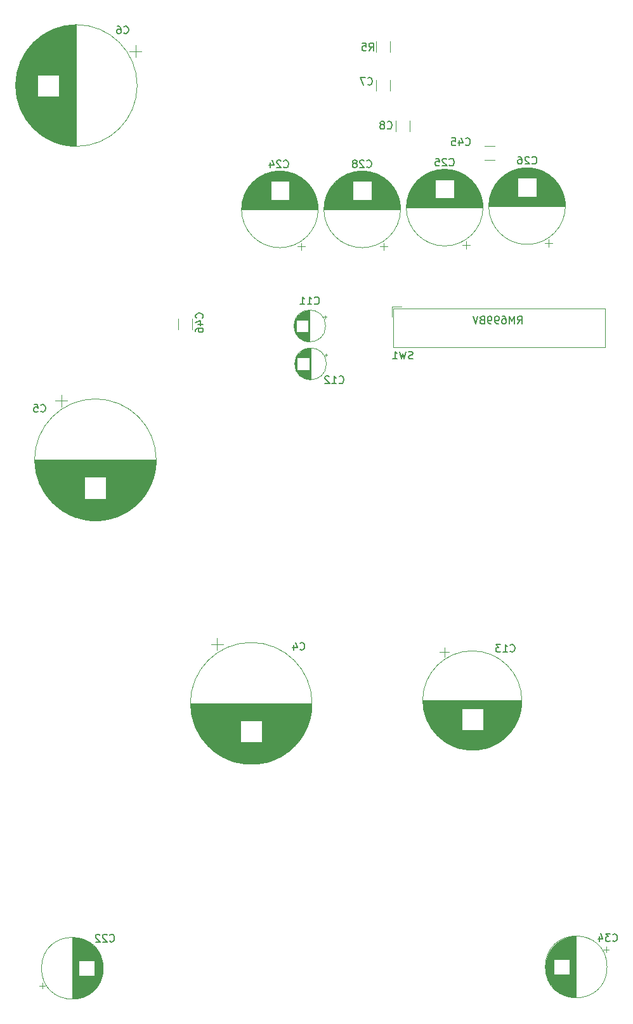
<source format=gbr>
%TF.GenerationSoftware,KiCad,Pcbnew,(7.0.0)*%
%TF.CreationDate,2024-10-30T08:51:02+03:30*%
%TF.ProjectId,tester supply,74657374-6572-4207-9375-70706c792e6b,rev?*%
%TF.SameCoordinates,Original*%
%TF.FileFunction,Legend,Bot*%
%TF.FilePolarity,Positive*%
%FSLAX46Y46*%
G04 Gerber Fmt 4.6, Leading zero omitted, Abs format (unit mm)*
G04 Created by KiCad (PCBNEW (7.0.0)) date 2024-10-30 08:51:02*
%MOMM*%
%LPD*%
G01*
G04 APERTURE LIST*
%ADD10C,0.150000*%
%ADD11C,0.120000*%
G04 APERTURE END LIST*
D10*
%TO.C,C12*%
X215272857Y-76792142D02*
X215320476Y-76839761D01*
X215320476Y-76839761D02*
X215463333Y-76887380D01*
X215463333Y-76887380D02*
X215558571Y-76887380D01*
X215558571Y-76887380D02*
X215701428Y-76839761D01*
X215701428Y-76839761D02*
X215796666Y-76744523D01*
X215796666Y-76744523D02*
X215844285Y-76649285D01*
X215844285Y-76649285D02*
X215891904Y-76458809D01*
X215891904Y-76458809D02*
X215891904Y-76315952D01*
X215891904Y-76315952D02*
X215844285Y-76125476D01*
X215844285Y-76125476D02*
X215796666Y-76030238D01*
X215796666Y-76030238D02*
X215701428Y-75935000D01*
X215701428Y-75935000D02*
X215558571Y-75887380D01*
X215558571Y-75887380D02*
X215463333Y-75887380D01*
X215463333Y-75887380D02*
X215320476Y-75935000D01*
X215320476Y-75935000D02*
X215272857Y-75982619D01*
X214320476Y-76887380D02*
X214891904Y-76887380D01*
X214606190Y-76887380D02*
X214606190Y-75887380D01*
X214606190Y-75887380D02*
X214701428Y-76030238D01*
X214701428Y-76030238D02*
X214796666Y-76125476D01*
X214796666Y-76125476D02*
X214891904Y-76173095D01*
X213939523Y-75982619D02*
X213891904Y-75935000D01*
X213891904Y-75935000D02*
X213796666Y-75887380D01*
X213796666Y-75887380D02*
X213558571Y-75887380D01*
X213558571Y-75887380D02*
X213463333Y-75935000D01*
X213463333Y-75935000D02*
X213415714Y-75982619D01*
X213415714Y-75982619D02*
X213368095Y-76077857D01*
X213368095Y-76077857D02*
X213368095Y-76173095D01*
X213368095Y-76173095D02*
X213415714Y-76315952D01*
X213415714Y-76315952D02*
X213987142Y-76887380D01*
X213987142Y-76887380D02*
X213368095Y-76887380D01*
%TO.C,C7*%
X219066666Y-36982142D02*
X219114285Y-37029761D01*
X219114285Y-37029761D02*
X219257142Y-37077380D01*
X219257142Y-37077380D02*
X219352380Y-37077380D01*
X219352380Y-37077380D02*
X219495237Y-37029761D01*
X219495237Y-37029761D02*
X219590475Y-36934523D01*
X219590475Y-36934523D02*
X219638094Y-36839285D01*
X219638094Y-36839285D02*
X219685713Y-36648809D01*
X219685713Y-36648809D02*
X219685713Y-36505952D01*
X219685713Y-36505952D02*
X219638094Y-36315476D01*
X219638094Y-36315476D02*
X219590475Y-36220238D01*
X219590475Y-36220238D02*
X219495237Y-36125000D01*
X219495237Y-36125000D02*
X219352380Y-36077380D01*
X219352380Y-36077380D02*
X219257142Y-36077380D01*
X219257142Y-36077380D02*
X219114285Y-36125000D01*
X219114285Y-36125000D02*
X219066666Y-36172619D01*
X218733332Y-36077380D02*
X218066666Y-36077380D01*
X218066666Y-36077380D02*
X218495237Y-37077380D01*
%TO.C,C13*%
X238102857Y-112582142D02*
X238150476Y-112629761D01*
X238150476Y-112629761D02*
X238293333Y-112677380D01*
X238293333Y-112677380D02*
X238388571Y-112677380D01*
X238388571Y-112677380D02*
X238531428Y-112629761D01*
X238531428Y-112629761D02*
X238626666Y-112534523D01*
X238626666Y-112534523D02*
X238674285Y-112439285D01*
X238674285Y-112439285D02*
X238721904Y-112248809D01*
X238721904Y-112248809D02*
X238721904Y-112105952D01*
X238721904Y-112105952D02*
X238674285Y-111915476D01*
X238674285Y-111915476D02*
X238626666Y-111820238D01*
X238626666Y-111820238D02*
X238531428Y-111725000D01*
X238531428Y-111725000D02*
X238388571Y-111677380D01*
X238388571Y-111677380D02*
X238293333Y-111677380D01*
X238293333Y-111677380D02*
X238150476Y-111725000D01*
X238150476Y-111725000D02*
X238102857Y-111772619D01*
X237150476Y-112677380D02*
X237721904Y-112677380D01*
X237436190Y-112677380D02*
X237436190Y-111677380D01*
X237436190Y-111677380D02*
X237531428Y-111820238D01*
X237531428Y-111820238D02*
X237626666Y-111915476D01*
X237626666Y-111915476D02*
X237721904Y-111963095D01*
X236817142Y-111677380D02*
X236198095Y-111677380D01*
X236198095Y-111677380D02*
X236531428Y-112058333D01*
X236531428Y-112058333D02*
X236388571Y-112058333D01*
X236388571Y-112058333D02*
X236293333Y-112105952D01*
X236293333Y-112105952D02*
X236245714Y-112153571D01*
X236245714Y-112153571D02*
X236198095Y-112248809D01*
X236198095Y-112248809D02*
X236198095Y-112486904D01*
X236198095Y-112486904D02*
X236245714Y-112582142D01*
X236245714Y-112582142D02*
X236293333Y-112629761D01*
X236293333Y-112629761D02*
X236388571Y-112677380D01*
X236388571Y-112677380D02*
X236674285Y-112677380D01*
X236674285Y-112677380D02*
X236769523Y-112629761D01*
X236769523Y-112629761D02*
X236817142Y-112582142D01*
%TO.C,C45*%
X232145357Y-45042142D02*
X232192976Y-45089761D01*
X232192976Y-45089761D02*
X232335833Y-45137380D01*
X232335833Y-45137380D02*
X232431071Y-45137380D01*
X232431071Y-45137380D02*
X232573928Y-45089761D01*
X232573928Y-45089761D02*
X232669166Y-44994523D01*
X232669166Y-44994523D02*
X232716785Y-44899285D01*
X232716785Y-44899285D02*
X232764404Y-44708809D01*
X232764404Y-44708809D02*
X232764404Y-44565952D01*
X232764404Y-44565952D02*
X232716785Y-44375476D01*
X232716785Y-44375476D02*
X232669166Y-44280238D01*
X232669166Y-44280238D02*
X232573928Y-44185000D01*
X232573928Y-44185000D02*
X232431071Y-44137380D01*
X232431071Y-44137380D02*
X232335833Y-44137380D01*
X232335833Y-44137380D02*
X232192976Y-44185000D01*
X232192976Y-44185000D02*
X232145357Y-44232619D01*
X231288214Y-44470714D02*
X231288214Y-45137380D01*
X231526309Y-44089761D02*
X231764404Y-44804047D01*
X231764404Y-44804047D02*
X231145357Y-44804047D01*
X230288214Y-44137380D02*
X230764404Y-44137380D01*
X230764404Y-44137380D02*
X230812023Y-44613571D01*
X230812023Y-44613571D02*
X230764404Y-44565952D01*
X230764404Y-44565952D02*
X230669166Y-44518333D01*
X230669166Y-44518333D02*
X230431071Y-44518333D01*
X230431071Y-44518333D02*
X230335833Y-44565952D01*
X230335833Y-44565952D02*
X230288214Y-44613571D01*
X230288214Y-44613571D02*
X230240595Y-44708809D01*
X230240595Y-44708809D02*
X230240595Y-44946904D01*
X230240595Y-44946904D02*
X230288214Y-45042142D01*
X230288214Y-45042142D02*
X230335833Y-45089761D01*
X230335833Y-45089761D02*
X230431071Y-45137380D01*
X230431071Y-45137380D02*
X230669166Y-45137380D01*
X230669166Y-45137380D02*
X230764404Y-45089761D01*
X230764404Y-45089761D02*
X230812023Y-45042142D01*
%TO.C,C24*%
X207872857Y-48012142D02*
X207920476Y-48059761D01*
X207920476Y-48059761D02*
X208063333Y-48107380D01*
X208063333Y-48107380D02*
X208158571Y-48107380D01*
X208158571Y-48107380D02*
X208301428Y-48059761D01*
X208301428Y-48059761D02*
X208396666Y-47964523D01*
X208396666Y-47964523D02*
X208444285Y-47869285D01*
X208444285Y-47869285D02*
X208491904Y-47678809D01*
X208491904Y-47678809D02*
X208491904Y-47535952D01*
X208491904Y-47535952D02*
X208444285Y-47345476D01*
X208444285Y-47345476D02*
X208396666Y-47250238D01*
X208396666Y-47250238D02*
X208301428Y-47155000D01*
X208301428Y-47155000D02*
X208158571Y-47107380D01*
X208158571Y-47107380D02*
X208063333Y-47107380D01*
X208063333Y-47107380D02*
X207920476Y-47155000D01*
X207920476Y-47155000D02*
X207872857Y-47202619D01*
X207491904Y-47202619D02*
X207444285Y-47155000D01*
X207444285Y-47155000D02*
X207349047Y-47107380D01*
X207349047Y-47107380D02*
X207110952Y-47107380D01*
X207110952Y-47107380D02*
X207015714Y-47155000D01*
X207015714Y-47155000D02*
X206968095Y-47202619D01*
X206968095Y-47202619D02*
X206920476Y-47297857D01*
X206920476Y-47297857D02*
X206920476Y-47393095D01*
X206920476Y-47393095D02*
X206968095Y-47535952D01*
X206968095Y-47535952D02*
X207539523Y-48107380D01*
X207539523Y-48107380D02*
X206920476Y-48107380D01*
X206063333Y-47440714D02*
X206063333Y-48107380D01*
X206301428Y-47059761D02*
X206539523Y-47774047D01*
X206539523Y-47774047D02*
X205920476Y-47774047D01*
%TO.C,C11*%
X211985457Y-66232142D02*
X212033076Y-66279761D01*
X212033076Y-66279761D02*
X212175933Y-66327380D01*
X212175933Y-66327380D02*
X212271171Y-66327380D01*
X212271171Y-66327380D02*
X212414028Y-66279761D01*
X212414028Y-66279761D02*
X212509266Y-66184523D01*
X212509266Y-66184523D02*
X212556885Y-66089285D01*
X212556885Y-66089285D02*
X212604504Y-65898809D01*
X212604504Y-65898809D02*
X212604504Y-65755952D01*
X212604504Y-65755952D02*
X212556885Y-65565476D01*
X212556885Y-65565476D02*
X212509266Y-65470238D01*
X212509266Y-65470238D02*
X212414028Y-65375000D01*
X212414028Y-65375000D02*
X212271171Y-65327380D01*
X212271171Y-65327380D02*
X212175933Y-65327380D01*
X212175933Y-65327380D02*
X212033076Y-65375000D01*
X212033076Y-65375000D02*
X211985457Y-65422619D01*
X211033076Y-66327380D02*
X211604504Y-66327380D01*
X211318790Y-66327380D02*
X211318790Y-65327380D01*
X211318790Y-65327380D02*
X211414028Y-65470238D01*
X211414028Y-65470238D02*
X211509266Y-65565476D01*
X211509266Y-65565476D02*
X211604504Y-65613095D01*
X210080695Y-66327380D02*
X210652123Y-66327380D01*
X210366409Y-66327380D02*
X210366409Y-65327380D01*
X210366409Y-65327380D02*
X210461647Y-65470238D01*
X210461647Y-65470238D02*
X210556885Y-65565476D01*
X210556885Y-65565476D02*
X210652123Y-65613095D01*
%TO.C,C6*%
X186526666Y-30124642D02*
X186574285Y-30172261D01*
X186574285Y-30172261D02*
X186717142Y-30219880D01*
X186717142Y-30219880D02*
X186812380Y-30219880D01*
X186812380Y-30219880D02*
X186955237Y-30172261D01*
X186955237Y-30172261D02*
X187050475Y-30077023D01*
X187050475Y-30077023D02*
X187098094Y-29981785D01*
X187098094Y-29981785D02*
X187145713Y-29791309D01*
X187145713Y-29791309D02*
X187145713Y-29648452D01*
X187145713Y-29648452D02*
X187098094Y-29457976D01*
X187098094Y-29457976D02*
X187050475Y-29362738D01*
X187050475Y-29362738D02*
X186955237Y-29267500D01*
X186955237Y-29267500D02*
X186812380Y-29219880D01*
X186812380Y-29219880D02*
X186717142Y-29219880D01*
X186717142Y-29219880D02*
X186574285Y-29267500D01*
X186574285Y-29267500D02*
X186526666Y-29315119D01*
X185669523Y-29219880D02*
X185859999Y-29219880D01*
X185859999Y-29219880D02*
X185955237Y-29267500D01*
X185955237Y-29267500D02*
X186002856Y-29315119D01*
X186002856Y-29315119D02*
X186098094Y-29457976D01*
X186098094Y-29457976D02*
X186145713Y-29648452D01*
X186145713Y-29648452D02*
X186145713Y-30029404D01*
X186145713Y-30029404D02*
X186098094Y-30124642D01*
X186098094Y-30124642D02*
X186050475Y-30172261D01*
X186050475Y-30172261D02*
X185955237Y-30219880D01*
X185955237Y-30219880D02*
X185764761Y-30219880D01*
X185764761Y-30219880D02*
X185669523Y-30172261D01*
X185669523Y-30172261D02*
X185621904Y-30124642D01*
X185621904Y-30124642D02*
X185574285Y-30029404D01*
X185574285Y-30029404D02*
X185574285Y-29791309D01*
X185574285Y-29791309D02*
X185621904Y-29696071D01*
X185621904Y-29696071D02*
X185669523Y-29648452D01*
X185669523Y-29648452D02*
X185764761Y-29600833D01*
X185764761Y-29600833D02*
X185955237Y-29600833D01*
X185955237Y-29600833D02*
X186050475Y-29648452D01*
X186050475Y-29648452D02*
X186098094Y-29696071D01*
X186098094Y-29696071D02*
X186145713Y-29791309D01*
%TO.C,C5*%
X175446666Y-80572142D02*
X175494285Y-80619761D01*
X175494285Y-80619761D02*
X175637142Y-80667380D01*
X175637142Y-80667380D02*
X175732380Y-80667380D01*
X175732380Y-80667380D02*
X175875237Y-80619761D01*
X175875237Y-80619761D02*
X175970475Y-80524523D01*
X175970475Y-80524523D02*
X176018094Y-80429285D01*
X176018094Y-80429285D02*
X176065713Y-80238809D01*
X176065713Y-80238809D02*
X176065713Y-80095952D01*
X176065713Y-80095952D02*
X176018094Y-79905476D01*
X176018094Y-79905476D02*
X175970475Y-79810238D01*
X175970475Y-79810238D02*
X175875237Y-79715000D01*
X175875237Y-79715000D02*
X175732380Y-79667380D01*
X175732380Y-79667380D02*
X175637142Y-79667380D01*
X175637142Y-79667380D02*
X175494285Y-79715000D01*
X175494285Y-79715000D02*
X175446666Y-79762619D01*
X174541904Y-79667380D02*
X175018094Y-79667380D01*
X175018094Y-79667380D02*
X175065713Y-80143571D01*
X175065713Y-80143571D02*
X175018094Y-80095952D01*
X175018094Y-80095952D02*
X174922856Y-80048333D01*
X174922856Y-80048333D02*
X174684761Y-80048333D01*
X174684761Y-80048333D02*
X174589523Y-80095952D01*
X174589523Y-80095952D02*
X174541904Y-80143571D01*
X174541904Y-80143571D02*
X174494285Y-80238809D01*
X174494285Y-80238809D02*
X174494285Y-80476904D01*
X174494285Y-80476904D02*
X174541904Y-80572142D01*
X174541904Y-80572142D02*
X174589523Y-80619761D01*
X174589523Y-80619761D02*
X174684761Y-80667380D01*
X174684761Y-80667380D02*
X174922856Y-80667380D01*
X174922856Y-80667380D02*
X175018094Y-80619761D01*
X175018094Y-80619761D02*
X175065713Y-80572142D01*
%TO.C,C34*%
X251782857Y-151182142D02*
X251830476Y-151229761D01*
X251830476Y-151229761D02*
X251973333Y-151277380D01*
X251973333Y-151277380D02*
X252068571Y-151277380D01*
X252068571Y-151277380D02*
X252211428Y-151229761D01*
X252211428Y-151229761D02*
X252306666Y-151134523D01*
X252306666Y-151134523D02*
X252354285Y-151039285D01*
X252354285Y-151039285D02*
X252401904Y-150848809D01*
X252401904Y-150848809D02*
X252401904Y-150705952D01*
X252401904Y-150705952D02*
X252354285Y-150515476D01*
X252354285Y-150515476D02*
X252306666Y-150420238D01*
X252306666Y-150420238D02*
X252211428Y-150325000D01*
X252211428Y-150325000D02*
X252068571Y-150277380D01*
X252068571Y-150277380D02*
X251973333Y-150277380D01*
X251973333Y-150277380D02*
X251830476Y-150325000D01*
X251830476Y-150325000D02*
X251782857Y-150372619D01*
X251449523Y-150277380D02*
X250830476Y-150277380D01*
X250830476Y-150277380D02*
X251163809Y-150658333D01*
X251163809Y-150658333D02*
X251020952Y-150658333D01*
X251020952Y-150658333D02*
X250925714Y-150705952D01*
X250925714Y-150705952D02*
X250878095Y-150753571D01*
X250878095Y-150753571D02*
X250830476Y-150848809D01*
X250830476Y-150848809D02*
X250830476Y-151086904D01*
X250830476Y-151086904D02*
X250878095Y-151182142D01*
X250878095Y-151182142D02*
X250925714Y-151229761D01*
X250925714Y-151229761D02*
X251020952Y-151277380D01*
X251020952Y-151277380D02*
X251306666Y-151277380D01*
X251306666Y-151277380D02*
X251401904Y-151229761D01*
X251401904Y-151229761D02*
X251449523Y-151182142D01*
X249973333Y-150610714D02*
X249973333Y-151277380D01*
X250211428Y-150229761D02*
X250449523Y-150944047D01*
X250449523Y-150944047D02*
X249830476Y-150944047D01*
%TO.C,C26*%
X241012857Y-47522142D02*
X241060476Y-47569761D01*
X241060476Y-47569761D02*
X241203333Y-47617380D01*
X241203333Y-47617380D02*
X241298571Y-47617380D01*
X241298571Y-47617380D02*
X241441428Y-47569761D01*
X241441428Y-47569761D02*
X241536666Y-47474523D01*
X241536666Y-47474523D02*
X241584285Y-47379285D01*
X241584285Y-47379285D02*
X241631904Y-47188809D01*
X241631904Y-47188809D02*
X241631904Y-47045952D01*
X241631904Y-47045952D02*
X241584285Y-46855476D01*
X241584285Y-46855476D02*
X241536666Y-46760238D01*
X241536666Y-46760238D02*
X241441428Y-46665000D01*
X241441428Y-46665000D02*
X241298571Y-46617380D01*
X241298571Y-46617380D02*
X241203333Y-46617380D01*
X241203333Y-46617380D02*
X241060476Y-46665000D01*
X241060476Y-46665000D02*
X241012857Y-46712619D01*
X240631904Y-46712619D02*
X240584285Y-46665000D01*
X240584285Y-46665000D02*
X240489047Y-46617380D01*
X240489047Y-46617380D02*
X240250952Y-46617380D01*
X240250952Y-46617380D02*
X240155714Y-46665000D01*
X240155714Y-46665000D02*
X240108095Y-46712619D01*
X240108095Y-46712619D02*
X240060476Y-46807857D01*
X240060476Y-46807857D02*
X240060476Y-46903095D01*
X240060476Y-46903095D02*
X240108095Y-47045952D01*
X240108095Y-47045952D02*
X240679523Y-47617380D01*
X240679523Y-47617380D02*
X240060476Y-47617380D01*
X239203333Y-46617380D02*
X239393809Y-46617380D01*
X239393809Y-46617380D02*
X239489047Y-46665000D01*
X239489047Y-46665000D02*
X239536666Y-46712619D01*
X239536666Y-46712619D02*
X239631904Y-46855476D01*
X239631904Y-46855476D02*
X239679523Y-47045952D01*
X239679523Y-47045952D02*
X239679523Y-47426904D01*
X239679523Y-47426904D02*
X239631904Y-47522142D01*
X239631904Y-47522142D02*
X239584285Y-47569761D01*
X239584285Y-47569761D02*
X239489047Y-47617380D01*
X239489047Y-47617380D02*
X239298571Y-47617380D01*
X239298571Y-47617380D02*
X239203333Y-47569761D01*
X239203333Y-47569761D02*
X239155714Y-47522142D01*
X239155714Y-47522142D02*
X239108095Y-47426904D01*
X239108095Y-47426904D02*
X239108095Y-47188809D01*
X239108095Y-47188809D02*
X239155714Y-47093571D01*
X239155714Y-47093571D02*
X239203333Y-47045952D01*
X239203333Y-47045952D02*
X239298571Y-46998333D01*
X239298571Y-46998333D02*
X239489047Y-46998333D01*
X239489047Y-46998333D02*
X239584285Y-47045952D01*
X239584285Y-47045952D02*
X239631904Y-47093571D01*
X239631904Y-47093571D02*
X239679523Y-47188809D01*
%TO.C,R5*%
X219256666Y-32487380D02*
X219589999Y-32011190D01*
X219828094Y-32487380D02*
X219828094Y-31487380D01*
X219828094Y-31487380D02*
X219447142Y-31487380D01*
X219447142Y-31487380D02*
X219351904Y-31535000D01*
X219351904Y-31535000D02*
X219304285Y-31582619D01*
X219304285Y-31582619D02*
X219256666Y-31677857D01*
X219256666Y-31677857D02*
X219256666Y-31820714D01*
X219256666Y-31820714D02*
X219304285Y-31915952D01*
X219304285Y-31915952D02*
X219351904Y-31963571D01*
X219351904Y-31963571D02*
X219447142Y-32011190D01*
X219447142Y-32011190D02*
X219828094Y-32011190D01*
X218351904Y-31487380D02*
X218828094Y-31487380D01*
X218828094Y-31487380D02*
X218875713Y-31963571D01*
X218875713Y-31963571D02*
X218828094Y-31915952D01*
X218828094Y-31915952D02*
X218732856Y-31868333D01*
X218732856Y-31868333D02*
X218494761Y-31868333D01*
X218494761Y-31868333D02*
X218399523Y-31915952D01*
X218399523Y-31915952D02*
X218351904Y-31963571D01*
X218351904Y-31963571D02*
X218304285Y-32058809D01*
X218304285Y-32058809D02*
X218304285Y-32296904D01*
X218304285Y-32296904D02*
X218351904Y-32392142D01*
X218351904Y-32392142D02*
X218399523Y-32439761D01*
X218399523Y-32439761D02*
X218494761Y-32487380D01*
X218494761Y-32487380D02*
X218732856Y-32487380D01*
X218732856Y-32487380D02*
X218828094Y-32439761D01*
X218828094Y-32439761D02*
X218875713Y-32392142D01*
%TO.C,C8*%
X221696666Y-42842142D02*
X221744285Y-42889761D01*
X221744285Y-42889761D02*
X221887142Y-42937380D01*
X221887142Y-42937380D02*
X221982380Y-42937380D01*
X221982380Y-42937380D02*
X222125237Y-42889761D01*
X222125237Y-42889761D02*
X222220475Y-42794523D01*
X222220475Y-42794523D02*
X222268094Y-42699285D01*
X222268094Y-42699285D02*
X222315713Y-42508809D01*
X222315713Y-42508809D02*
X222315713Y-42365952D01*
X222315713Y-42365952D02*
X222268094Y-42175476D01*
X222268094Y-42175476D02*
X222220475Y-42080238D01*
X222220475Y-42080238D02*
X222125237Y-41985000D01*
X222125237Y-41985000D02*
X221982380Y-41937380D01*
X221982380Y-41937380D02*
X221887142Y-41937380D01*
X221887142Y-41937380D02*
X221744285Y-41985000D01*
X221744285Y-41985000D02*
X221696666Y-42032619D01*
X221125237Y-42365952D02*
X221220475Y-42318333D01*
X221220475Y-42318333D02*
X221268094Y-42270714D01*
X221268094Y-42270714D02*
X221315713Y-42175476D01*
X221315713Y-42175476D02*
X221315713Y-42127857D01*
X221315713Y-42127857D02*
X221268094Y-42032619D01*
X221268094Y-42032619D02*
X221220475Y-41985000D01*
X221220475Y-41985000D02*
X221125237Y-41937380D01*
X221125237Y-41937380D02*
X220934761Y-41937380D01*
X220934761Y-41937380D02*
X220839523Y-41985000D01*
X220839523Y-41985000D02*
X220791904Y-42032619D01*
X220791904Y-42032619D02*
X220744285Y-42127857D01*
X220744285Y-42127857D02*
X220744285Y-42175476D01*
X220744285Y-42175476D02*
X220791904Y-42270714D01*
X220791904Y-42270714D02*
X220839523Y-42318333D01*
X220839523Y-42318333D02*
X220934761Y-42365952D01*
X220934761Y-42365952D02*
X221125237Y-42365952D01*
X221125237Y-42365952D02*
X221220475Y-42413571D01*
X221220475Y-42413571D02*
X221268094Y-42461190D01*
X221268094Y-42461190D02*
X221315713Y-42556428D01*
X221315713Y-42556428D02*
X221315713Y-42746904D01*
X221315713Y-42746904D02*
X221268094Y-42842142D01*
X221268094Y-42842142D02*
X221220475Y-42889761D01*
X221220475Y-42889761D02*
X221125237Y-42937380D01*
X221125237Y-42937380D02*
X220934761Y-42937380D01*
X220934761Y-42937380D02*
X220839523Y-42889761D01*
X220839523Y-42889761D02*
X220791904Y-42842142D01*
X220791904Y-42842142D02*
X220744285Y-42746904D01*
X220744285Y-42746904D02*
X220744285Y-42556428D01*
X220744285Y-42556428D02*
X220791904Y-42461190D01*
X220791904Y-42461190D02*
X220839523Y-42413571D01*
X220839523Y-42413571D02*
X220934761Y-42365952D01*
%TO.C,SW1*%
X225113332Y-73559761D02*
X224970475Y-73607380D01*
X224970475Y-73607380D02*
X224732380Y-73607380D01*
X224732380Y-73607380D02*
X224637142Y-73559761D01*
X224637142Y-73559761D02*
X224589523Y-73512142D01*
X224589523Y-73512142D02*
X224541904Y-73416904D01*
X224541904Y-73416904D02*
X224541904Y-73321666D01*
X224541904Y-73321666D02*
X224589523Y-73226428D01*
X224589523Y-73226428D02*
X224637142Y-73178809D01*
X224637142Y-73178809D02*
X224732380Y-73131190D01*
X224732380Y-73131190D02*
X224922856Y-73083571D01*
X224922856Y-73083571D02*
X225018094Y-73035952D01*
X225018094Y-73035952D02*
X225065713Y-72988333D01*
X225065713Y-72988333D02*
X225113332Y-72893095D01*
X225113332Y-72893095D02*
X225113332Y-72797857D01*
X225113332Y-72797857D02*
X225065713Y-72702619D01*
X225065713Y-72702619D02*
X225018094Y-72655000D01*
X225018094Y-72655000D02*
X224922856Y-72607380D01*
X224922856Y-72607380D02*
X224684761Y-72607380D01*
X224684761Y-72607380D02*
X224541904Y-72655000D01*
X224208570Y-72607380D02*
X223970475Y-73607380D01*
X223970475Y-73607380D02*
X223779999Y-72893095D01*
X223779999Y-72893095D02*
X223589523Y-73607380D01*
X223589523Y-73607380D02*
X223351428Y-72607380D01*
X222446666Y-73607380D02*
X223018094Y-73607380D01*
X222732380Y-73607380D02*
X222732380Y-72607380D01*
X222732380Y-72607380D02*
X222827618Y-72750238D01*
X222827618Y-72750238D02*
X222922856Y-72845476D01*
X222922856Y-72845476D02*
X223018094Y-72893095D01*
X239079047Y-68897380D02*
X239412380Y-68421190D01*
X239650475Y-68897380D02*
X239650475Y-67897380D01*
X239650475Y-67897380D02*
X239269523Y-67897380D01*
X239269523Y-67897380D02*
X239174285Y-67945000D01*
X239174285Y-67945000D02*
X239126666Y-67992619D01*
X239126666Y-67992619D02*
X239079047Y-68087857D01*
X239079047Y-68087857D02*
X239079047Y-68230714D01*
X239079047Y-68230714D02*
X239126666Y-68325952D01*
X239126666Y-68325952D02*
X239174285Y-68373571D01*
X239174285Y-68373571D02*
X239269523Y-68421190D01*
X239269523Y-68421190D02*
X239650475Y-68421190D01*
X238650475Y-68897380D02*
X238650475Y-67897380D01*
X238650475Y-67897380D02*
X238317142Y-68611666D01*
X238317142Y-68611666D02*
X237983809Y-67897380D01*
X237983809Y-67897380D02*
X237983809Y-68897380D01*
X237079047Y-67897380D02*
X237269523Y-67897380D01*
X237269523Y-67897380D02*
X237364761Y-67945000D01*
X237364761Y-67945000D02*
X237412380Y-67992619D01*
X237412380Y-67992619D02*
X237507618Y-68135476D01*
X237507618Y-68135476D02*
X237555237Y-68325952D01*
X237555237Y-68325952D02*
X237555237Y-68706904D01*
X237555237Y-68706904D02*
X237507618Y-68802142D01*
X237507618Y-68802142D02*
X237459999Y-68849761D01*
X237459999Y-68849761D02*
X237364761Y-68897380D01*
X237364761Y-68897380D02*
X237174285Y-68897380D01*
X237174285Y-68897380D02*
X237079047Y-68849761D01*
X237079047Y-68849761D02*
X237031428Y-68802142D01*
X237031428Y-68802142D02*
X236983809Y-68706904D01*
X236983809Y-68706904D02*
X236983809Y-68468809D01*
X236983809Y-68468809D02*
X237031428Y-68373571D01*
X237031428Y-68373571D02*
X237079047Y-68325952D01*
X237079047Y-68325952D02*
X237174285Y-68278333D01*
X237174285Y-68278333D02*
X237364761Y-68278333D01*
X237364761Y-68278333D02*
X237459999Y-68325952D01*
X237459999Y-68325952D02*
X237507618Y-68373571D01*
X237507618Y-68373571D02*
X237555237Y-68468809D01*
X236507618Y-68897380D02*
X236317142Y-68897380D01*
X236317142Y-68897380D02*
X236221904Y-68849761D01*
X236221904Y-68849761D02*
X236174285Y-68802142D01*
X236174285Y-68802142D02*
X236079047Y-68659285D01*
X236079047Y-68659285D02*
X236031428Y-68468809D01*
X236031428Y-68468809D02*
X236031428Y-68087857D01*
X236031428Y-68087857D02*
X236079047Y-67992619D01*
X236079047Y-67992619D02*
X236126666Y-67945000D01*
X236126666Y-67945000D02*
X236221904Y-67897380D01*
X236221904Y-67897380D02*
X236412380Y-67897380D01*
X236412380Y-67897380D02*
X236507618Y-67945000D01*
X236507618Y-67945000D02*
X236555237Y-67992619D01*
X236555237Y-67992619D02*
X236602856Y-68087857D01*
X236602856Y-68087857D02*
X236602856Y-68325952D01*
X236602856Y-68325952D02*
X236555237Y-68421190D01*
X236555237Y-68421190D02*
X236507618Y-68468809D01*
X236507618Y-68468809D02*
X236412380Y-68516428D01*
X236412380Y-68516428D02*
X236221904Y-68516428D01*
X236221904Y-68516428D02*
X236126666Y-68468809D01*
X236126666Y-68468809D02*
X236079047Y-68421190D01*
X236079047Y-68421190D02*
X236031428Y-68325952D01*
X235555237Y-68897380D02*
X235364761Y-68897380D01*
X235364761Y-68897380D02*
X235269523Y-68849761D01*
X235269523Y-68849761D02*
X235221904Y-68802142D01*
X235221904Y-68802142D02*
X235126666Y-68659285D01*
X235126666Y-68659285D02*
X235079047Y-68468809D01*
X235079047Y-68468809D02*
X235079047Y-68087857D01*
X235079047Y-68087857D02*
X235126666Y-67992619D01*
X235126666Y-67992619D02*
X235174285Y-67945000D01*
X235174285Y-67945000D02*
X235269523Y-67897380D01*
X235269523Y-67897380D02*
X235459999Y-67897380D01*
X235459999Y-67897380D02*
X235555237Y-67945000D01*
X235555237Y-67945000D02*
X235602856Y-67992619D01*
X235602856Y-67992619D02*
X235650475Y-68087857D01*
X235650475Y-68087857D02*
X235650475Y-68325952D01*
X235650475Y-68325952D02*
X235602856Y-68421190D01*
X235602856Y-68421190D02*
X235555237Y-68468809D01*
X235555237Y-68468809D02*
X235459999Y-68516428D01*
X235459999Y-68516428D02*
X235269523Y-68516428D01*
X235269523Y-68516428D02*
X235174285Y-68468809D01*
X235174285Y-68468809D02*
X235126666Y-68421190D01*
X235126666Y-68421190D02*
X235079047Y-68325952D01*
X234317142Y-68373571D02*
X234174285Y-68421190D01*
X234174285Y-68421190D02*
X234126666Y-68468809D01*
X234126666Y-68468809D02*
X234079047Y-68564047D01*
X234079047Y-68564047D02*
X234079047Y-68706904D01*
X234079047Y-68706904D02*
X234126666Y-68802142D01*
X234126666Y-68802142D02*
X234174285Y-68849761D01*
X234174285Y-68849761D02*
X234269523Y-68897380D01*
X234269523Y-68897380D02*
X234650475Y-68897380D01*
X234650475Y-68897380D02*
X234650475Y-67897380D01*
X234650475Y-67897380D02*
X234317142Y-67897380D01*
X234317142Y-67897380D02*
X234221904Y-67945000D01*
X234221904Y-67945000D02*
X234174285Y-67992619D01*
X234174285Y-67992619D02*
X234126666Y-68087857D01*
X234126666Y-68087857D02*
X234126666Y-68183095D01*
X234126666Y-68183095D02*
X234174285Y-68278333D01*
X234174285Y-68278333D02*
X234221904Y-68325952D01*
X234221904Y-68325952D02*
X234317142Y-68373571D01*
X234317142Y-68373571D02*
X234650475Y-68373571D01*
X233793332Y-67897380D02*
X233459999Y-68897380D01*
X233459999Y-68897380D02*
X233126666Y-67897380D01*
%TO.C,C46*%
X197012142Y-68137142D02*
X197059761Y-68089523D01*
X197059761Y-68089523D02*
X197107380Y-67946666D01*
X197107380Y-67946666D02*
X197107380Y-67851428D01*
X197107380Y-67851428D02*
X197059761Y-67708571D01*
X197059761Y-67708571D02*
X196964523Y-67613333D01*
X196964523Y-67613333D02*
X196869285Y-67565714D01*
X196869285Y-67565714D02*
X196678809Y-67518095D01*
X196678809Y-67518095D02*
X196535952Y-67518095D01*
X196535952Y-67518095D02*
X196345476Y-67565714D01*
X196345476Y-67565714D02*
X196250238Y-67613333D01*
X196250238Y-67613333D02*
X196155000Y-67708571D01*
X196155000Y-67708571D02*
X196107380Y-67851428D01*
X196107380Y-67851428D02*
X196107380Y-67946666D01*
X196107380Y-67946666D02*
X196155000Y-68089523D01*
X196155000Y-68089523D02*
X196202619Y-68137142D01*
X196440714Y-68994285D02*
X197107380Y-68994285D01*
X196059761Y-68756190D02*
X196774047Y-68518095D01*
X196774047Y-68518095D02*
X196774047Y-69137142D01*
X196107380Y-69946666D02*
X196107380Y-69756190D01*
X196107380Y-69756190D02*
X196155000Y-69660952D01*
X196155000Y-69660952D02*
X196202619Y-69613333D01*
X196202619Y-69613333D02*
X196345476Y-69518095D01*
X196345476Y-69518095D02*
X196535952Y-69470476D01*
X196535952Y-69470476D02*
X196916904Y-69470476D01*
X196916904Y-69470476D02*
X197012142Y-69518095D01*
X197012142Y-69518095D02*
X197059761Y-69565714D01*
X197059761Y-69565714D02*
X197107380Y-69660952D01*
X197107380Y-69660952D02*
X197107380Y-69851428D01*
X197107380Y-69851428D02*
X197059761Y-69946666D01*
X197059761Y-69946666D02*
X197012142Y-69994285D01*
X197012142Y-69994285D02*
X196916904Y-70041904D01*
X196916904Y-70041904D02*
X196678809Y-70041904D01*
X196678809Y-70041904D02*
X196583571Y-69994285D01*
X196583571Y-69994285D02*
X196535952Y-69946666D01*
X196535952Y-69946666D02*
X196488333Y-69851428D01*
X196488333Y-69851428D02*
X196488333Y-69660952D01*
X196488333Y-69660952D02*
X196535952Y-69565714D01*
X196535952Y-69565714D02*
X196583571Y-69518095D01*
X196583571Y-69518095D02*
X196678809Y-69470476D01*
%TO.C,C25*%
X229982857Y-47772142D02*
X230030476Y-47819761D01*
X230030476Y-47819761D02*
X230173333Y-47867380D01*
X230173333Y-47867380D02*
X230268571Y-47867380D01*
X230268571Y-47867380D02*
X230411428Y-47819761D01*
X230411428Y-47819761D02*
X230506666Y-47724523D01*
X230506666Y-47724523D02*
X230554285Y-47629285D01*
X230554285Y-47629285D02*
X230601904Y-47438809D01*
X230601904Y-47438809D02*
X230601904Y-47295952D01*
X230601904Y-47295952D02*
X230554285Y-47105476D01*
X230554285Y-47105476D02*
X230506666Y-47010238D01*
X230506666Y-47010238D02*
X230411428Y-46915000D01*
X230411428Y-46915000D02*
X230268571Y-46867380D01*
X230268571Y-46867380D02*
X230173333Y-46867380D01*
X230173333Y-46867380D02*
X230030476Y-46915000D01*
X230030476Y-46915000D02*
X229982857Y-46962619D01*
X229601904Y-46962619D02*
X229554285Y-46915000D01*
X229554285Y-46915000D02*
X229459047Y-46867380D01*
X229459047Y-46867380D02*
X229220952Y-46867380D01*
X229220952Y-46867380D02*
X229125714Y-46915000D01*
X229125714Y-46915000D02*
X229078095Y-46962619D01*
X229078095Y-46962619D02*
X229030476Y-47057857D01*
X229030476Y-47057857D02*
X229030476Y-47153095D01*
X229030476Y-47153095D02*
X229078095Y-47295952D01*
X229078095Y-47295952D02*
X229649523Y-47867380D01*
X229649523Y-47867380D02*
X229030476Y-47867380D01*
X228125714Y-46867380D02*
X228601904Y-46867380D01*
X228601904Y-46867380D02*
X228649523Y-47343571D01*
X228649523Y-47343571D02*
X228601904Y-47295952D01*
X228601904Y-47295952D02*
X228506666Y-47248333D01*
X228506666Y-47248333D02*
X228268571Y-47248333D01*
X228268571Y-47248333D02*
X228173333Y-47295952D01*
X228173333Y-47295952D02*
X228125714Y-47343571D01*
X228125714Y-47343571D02*
X228078095Y-47438809D01*
X228078095Y-47438809D02*
X228078095Y-47676904D01*
X228078095Y-47676904D02*
X228125714Y-47772142D01*
X228125714Y-47772142D02*
X228173333Y-47819761D01*
X228173333Y-47819761D02*
X228268571Y-47867380D01*
X228268571Y-47867380D02*
X228506666Y-47867380D01*
X228506666Y-47867380D02*
X228601904Y-47819761D01*
X228601904Y-47819761D02*
X228649523Y-47772142D01*
%TO.C,C22*%
X184652857Y-151252142D02*
X184700476Y-151299761D01*
X184700476Y-151299761D02*
X184843333Y-151347380D01*
X184843333Y-151347380D02*
X184938571Y-151347380D01*
X184938571Y-151347380D02*
X185081428Y-151299761D01*
X185081428Y-151299761D02*
X185176666Y-151204523D01*
X185176666Y-151204523D02*
X185224285Y-151109285D01*
X185224285Y-151109285D02*
X185271904Y-150918809D01*
X185271904Y-150918809D02*
X185271904Y-150775952D01*
X185271904Y-150775952D02*
X185224285Y-150585476D01*
X185224285Y-150585476D02*
X185176666Y-150490238D01*
X185176666Y-150490238D02*
X185081428Y-150395000D01*
X185081428Y-150395000D02*
X184938571Y-150347380D01*
X184938571Y-150347380D02*
X184843333Y-150347380D01*
X184843333Y-150347380D02*
X184700476Y-150395000D01*
X184700476Y-150395000D02*
X184652857Y-150442619D01*
X184271904Y-150442619D02*
X184224285Y-150395000D01*
X184224285Y-150395000D02*
X184129047Y-150347380D01*
X184129047Y-150347380D02*
X183890952Y-150347380D01*
X183890952Y-150347380D02*
X183795714Y-150395000D01*
X183795714Y-150395000D02*
X183748095Y-150442619D01*
X183748095Y-150442619D02*
X183700476Y-150537857D01*
X183700476Y-150537857D02*
X183700476Y-150633095D01*
X183700476Y-150633095D02*
X183748095Y-150775952D01*
X183748095Y-150775952D02*
X184319523Y-151347380D01*
X184319523Y-151347380D02*
X183700476Y-151347380D01*
X183319523Y-150442619D02*
X183271904Y-150395000D01*
X183271904Y-150395000D02*
X183176666Y-150347380D01*
X183176666Y-150347380D02*
X182938571Y-150347380D01*
X182938571Y-150347380D02*
X182843333Y-150395000D01*
X182843333Y-150395000D02*
X182795714Y-150442619D01*
X182795714Y-150442619D02*
X182748095Y-150537857D01*
X182748095Y-150537857D02*
X182748095Y-150633095D01*
X182748095Y-150633095D02*
X182795714Y-150775952D01*
X182795714Y-150775952D02*
X183367142Y-151347380D01*
X183367142Y-151347380D02*
X182748095Y-151347380D01*
%TO.C,C28*%
X218962857Y-47992142D02*
X219010476Y-48039761D01*
X219010476Y-48039761D02*
X219153333Y-48087380D01*
X219153333Y-48087380D02*
X219248571Y-48087380D01*
X219248571Y-48087380D02*
X219391428Y-48039761D01*
X219391428Y-48039761D02*
X219486666Y-47944523D01*
X219486666Y-47944523D02*
X219534285Y-47849285D01*
X219534285Y-47849285D02*
X219581904Y-47658809D01*
X219581904Y-47658809D02*
X219581904Y-47515952D01*
X219581904Y-47515952D02*
X219534285Y-47325476D01*
X219534285Y-47325476D02*
X219486666Y-47230238D01*
X219486666Y-47230238D02*
X219391428Y-47135000D01*
X219391428Y-47135000D02*
X219248571Y-47087380D01*
X219248571Y-47087380D02*
X219153333Y-47087380D01*
X219153333Y-47087380D02*
X219010476Y-47135000D01*
X219010476Y-47135000D02*
X218962857Y-47182619D01*
X218581904Y-47182619D02*
X218534285Y-47135000D01*
X218534285Y-47135000D02*
X218439047Y-47087380D01*
X218439047Y-47087380D02*
X218200952Y-47087380D01*
X218200952Y-47087380D02*
X218105714Y-47135000D01*
X218105714Y-47135000D02*
X218058095Y-47182619D01*
X218058095Y-47182619D02*
X218010476Y-47277857D01*
X218010476Y-47277857D02*
X218010476Y-47373095D01*
X218010476Y-47373095D02*
X218058095Y-47515952D01*
X218058095Y-47515952D02*
X218629523Y-48087380D01*
X218629523Y-48087380D02*
X218010476Y-48087380D01*
X217439047Y-47515952D02*
X217534285Y-47468333D01*
X217534285Y-47468333D02*
X217581904Y-47420714D01*
X217581904Y-47420714D02*
X217629523Y-47325476D01*
X217629523Y-47325476D02*
X217629523Y-47277857D01*
X217629523Y-47277857D02*
X217581904Y-47182619D01*
X217581904Y-47182619D02*
X217534285Y-47135000D01*
X217534285Y-47135000D02*
X217439047Y-47087380D01*
X217439047Y-47087380D02*
X217248571Y-47087380D01*
X217248571Y-47087380D02*
X217153333Y-47135000D01*
X217153333Y-47135000D02*
X217105714Y-47182619D01*
X217105714Y-47182619D02*
X217058095Y-47277857D01*
X217058095Y-47277857D02*
X217058095Y-47325476D01*
X217058095Y-47325476D02*
X217105714Y-47420714D01*
X217105714Y-47420714D02*
X217153333Y-47468333D01*
X217153333Y-47468333D02*
X217248571Y-47515952D01*
X217248571Y-47515952D02*
X217439047Y-47515952D01*
X217439047Y-47515952D02*
X217534285Y-47563571D01*
X217534285Y-47563571D02*
X217581904Y-47611190D01*
X217581904Y-47611190D02*
X217629523Y-47706428D01*
X217629523Y-47706428D02*
X217629523Y-47896904D01*
X217629523Y-47896904D02*
X217581904Y-47992142D01*
X217581904Y-47992142D02*
X217534285Y-48039761D01*
X217534285Y-48039761D02*
X217439047Y-48087380D01*
X217439047Y-48087380D02*
X217248571Y-48087380D01*
X217248571Y-48087380D02*
X217153333Y-48039761D01*
X217153333Y-48039761D02*
X217105714Y-47992142D01*
X217105714Y-47992142D02*
X217058095Y-47896904D01*
X217058095Y-47896904D02*
X217058095Y-47706428D01*
X217058095Y-47706428D02*
X217105714Y-47611190D01*
X217105714Y-47611190D02*
X217153333Y-47563571D01*
X217153333Y-47563571D02*
X217248571Y-47515952D01*
%TO.C,C4*%
X210046666Y-112332142D02*
X210094285Y-112379761D01*
X210094285Y-112379761D02*
X210237142Y-112427380D01*
X210237142Y-112427380D02*
X210332380Y-112427380D01*
X210332380Y-112427380D02*
X210475237Y-112379761D01*
X210475237Y-112379761D02*
X210570475Y-112284523D01*
X210570475Y-112284523D02*
X210618094Y-112189285D01*
X210618094Y-112189285D02*
X210665713Y-111998809D01*
X210665713Y-111998809D02*
X210665713Y-111855952D01*
X210665713Y-111855952D02*
X210618094Y-111665476D01*
X210618094Y-111665476D02*
X210570475Y-111570238D01*
X210570475Y-111570238D02*
X210475237Y-111475000D01*
X210475237Y-111475000D02*
X210332380Y-111427380D01*
X210332380Y-111427380D02*
X210237142Y-111427380D01*
X210237142Y-111427380D02*
X210094285Y-111475000D01*
X210094285Y-111475000D02*
X210046666Y-111522619D01*
X209189523Y-111760714D02*
X209189523Y-112427380D01*
X209427618Y-111379761D02*
X209665713Y-112094047D01*
X209665713Y-112094047D02*
X209046666Y-112094047D01*
D11*
%TO.C,C12*%
X213719801Y-73065000D02*
X213319801Y-73065000D01*
X213519801Y-72865000D02*
X213519801Y-73265000D01*
X211450000Y-72180000D02*
X211450000Y-76340000D01*
X211410000Y-72180000D02*
X211410000Y-76340000D01*
X211370000Y-72181000D02*
X211370000Y-76339000D01*
X211330000Y-72183000D02*
X211330000Y-76337000D01*
X211290000Y-72186000D02*
X211290000Y-76334000D01*
X211250000Y-75100000D02*
X211250000Y-76331000D01*
X211250000Y-72189000D02*
X211250000Y-73420000D01*
X211210000Y-75100000D02*
X211210000Y-76327000D01*
X211210000Y-72193000D02*
X211210000Y-73420000D01*
X211170000Y-75100000D02*
X211170000Y-76322000D01*
X211170000Y-72198000D02*
X211170000Y-73420000D01*
X211130000Y-75100000D02*
X211130000Y-76316000D01*
X211130000Y-72204000D02*
X211130000Y-73420000D01*
X211090000Y-75100000D02*
X211090000Y-76310000D01*
X211090000Y-72210000D02*
X211090000Y-73420000D01*
X211050000Y-75100000D02*
X211050000Y-76302000D01*
X211050000Y-72218000D02*
X211050000Y-73420000D01*
X211010000Y-75100000D02*
X211010000Y-76294000D01*
X211010000Y-72226000D02*
X211010000Y-73420000D01*
X210970000Y-75100000D02*
X210970000Y-76285000D01*
X210970000Y-72235000D02*
X210970000Y-73420000D01*
X210930000Y-75100000D02*
X210930000Y-76276000D01*
X210930000Y-72244000D02*
X210930000Y-73420000D01*
X210890000Y-75100000D02*
X210890000Y-76265000D01*
X210890000Y-72255000D02*
X210890000Y-73420000D01*
X210850000Y-75100000D02*
X210850000Y-76254000D01*
X210850000Y-72266000D02*
X210850000Y-73420000D01*
X210810000Y-75100000D02*
X210810000Y-76242000D01*
X210810000Y-72278000D02*
X210810000Y-73420000D01*
X210770000Y-75100000D02*
X210770000Y-76228000D01*
X210770000Y-72292000D02*
X210770000Y-73420000D01*
X210729000Y-75100000D02*
X210729000Y-76214000D01*
X210729000Y-72306000D02*
X210729000Y-73420000D01*
X210689000Y-75100000D02*
X210689000Y-76200000D01*
X210689000Y-72320000D02*
X210689000Y-73420000D01*
X210649000Y-75100000D02*
X210649000Y-76184000D01*
X210649000Y-72336000D02*
X210649000Y-73420000D01*
X210609000Y-75100000D02*
X210609000Y-76167000D01*
X210609000Y-72353000D02*
X210609000Y-73420000D01*
X210569000Y-75100000D02*
X210569000Y-76149000D01*
X210569000Y-72371000D02*
X210569000Y-73420000D01*
X210529000Y-75100000D02*
X210529000Y-76130000D01*
X210529000Y-72390000D02*
X210529000Y-73420000D01*
X210489000Y-75100000D02*
X210489000Y-76111000D01*
X210489000Y-72409000D02*
X210489000Y-73420000D01*
X210449000Y-75100000D02*
X210449000Y-76090000D01*
X210449000Y-72430000D02*
X210449000Y-73420000D01*
X210409000Y-75100000D02*
X210409000Y-76068000D01*
X210409000Y-72452000D02*
X210409000Y-73420000D01*
X210369000Y-75100000D02*
X210369000Y-76045000D01*
X210369000Y-72475000D02*
X210369000Y-73420000D01*
X210329000Y-75100000D02*
X210329000Y-76020000D01*
X210329000Y-72500000D02*
X210329000Y-73420000D01*
X210289000Y-75100000D02*
X210289000Y-75995000D01*
X210289000Y-72525000D02*
X210289000Y-73420000D01*
X210249000Y-75100000D02*
X210249000Y-75968000D01*
X210249000Y-72552000D02*
X210249000Y-73420000D01*
X210209000Y-75100000D02*
X210209000Y-75940000D01*
X210209000Y-72580000D02*
X210209000Y-73420000D01*
X210169000Y-75100000D02*
X210169000Y-75910000D01*
X210169000Y-72610000D02*
X210169000Y-73420000D01*
X210129000Y-75100000D02*
X210129000Y-75879000D01*
X210129000Y-72641000D02*
X210129000Y-73420000D01*
X210089000Y-75100000D02*
X210089000Y-75847000D01*
X210089000Y-72673000D02*
X210089000Y-73420000D01*
X210049000Y-75100000D02*
X210049000Y-75812000D01*
X210049000Y-72708000D02*
X210049000Y-73420000D01*
X210009000Y-75100000D02*
X210009000Y-75776000D01*
X210009000Y-72744000D02*
X210009000Y-73420000D01*
X209969000Y-75100000D02*
X209969000Y-75738000D01*
X209969000Y-72782000D02*
X209969000Y-73420000D01*
X209929000Y-75100000D02*
X209929000Y-75698000D01*
X209929000Y-72822000D02*
X209929000Y-73420000D01*
X209889000Y-75100000D02*
X209889000Y-75656000D01*
X209889000Y-72864000D02*
X209889000Y-73420000D01*
X209849000Y-75100000D02*
X209849000Y-75611000D01*
X209849000Y-72909000D02*
X209849000Y-73420000D01*
X209809000Y-75100000D02*
X209809000Y-75564000D01*
X209809000Y-72956000D02*
X209809000Y-73420000D01*
X209769000Y-75100000D02*
X209769000Y-75514000D01*
X209769000Y-73006000D02*
X209769000Y-73420000D01*
X209729000Y-75100000D02*
X209729000Y-75460000D01*
X209729000Y-73060000D02*
X209729000Y-73420000D01*
X209689000Y-75100000D02*
X209689000Y-75402000D01*
X209689000Y-73118000D02*
X209689000Y-73420000D01*
X209649000Y-75100000D02*
X209649000Y-75340000D01*
X209649000Y-73180000D02*
X209649000Y-73420000D01*
X209609000Y-73247000D02*
X209609000Y-75273000D01*
X209569000Y-73320000D02*
X209569000Y-75200000D01*
X209529000Y-73401000D02*
X209529000Y-75119000D01*
X209489000Y-73492000D02*
X209489000Y-75028000D01*
X209449000Y-73596000D02*
X209449000Y-74924000D01*
X209409000Y-73723000D02*
X209409000Y-74797000D01*
X209369000Y-73890000D02*
X209369000Y-74630000D01*
X213570000Y-74260000D02*
G75*
G03*
X213570000Y-74260000I-2120000J0D01*
G01*
%TO.C,C7*%
X220240000Y-37858752D02*
X220240000Y-36436248D01*
X222060000Y-37858752D02*
X222060000Y-36436248D01*
%TO.C,C13*%
X229325000Y-112072970D02*
X229325000Y-113372970D01*
X228675000Y-112722970D02*
X229975000Y-112722970D01*
X226460000Y-119157539D02*
X239620000Y-119157539D01*
X226460000Y-119197539D02*
X239620000Y-119197539D01*
X226460000Y-119237539D02*
X239620000Y-119237539D01*
X226461000Y-119277539D02*
X239619000Y-119277539D01*
X226461000Y-119317539D02*
X239619000Y-119317539D01*
X226463000Y-119357539D02*
X239617000Y-119357539D01*
X226464000Y-119397539D02*
X239616000Y-119397539D01*
X226465000Y-119437539D02*
X239615000Y-119437539D01*
X226467000Y-119477539D02*
X239613000Y-119477539D01*
X226469000Y-119517539D02*
X239611000Y-119517539D01*
X226472000Y-119557539D02*
X239608000Y-119557539D01*
X226474000Y-119597539D02*
X239606000Y-119597539D01*
X226477000Y-119637539D02*
X239603000Y-119637539D01*
X226480000Y-119677539D02*
X239600000Y-119677539D01*
X226483000Y-119717539D02*
X239597000Y-119717539D01*
X226487000Y-119757539D02*
X239593000Y-119757539D01*
X226491000Y-119797539D02*
X239589000Y-119797539D01*
X226495000Y-119837539D02*
X239585000Y-119837539D01*
X226499000Y-119878539D02*
X239581000Y-119878539D01*
X226503000Y-119918539D02*
X239577000Y-119918539D01*
X226508000Y-119958539D02*
X239572000Y-119958539D01*
X226513000Y-119998539D02*
X239567000Y-119998539D01*
X226518000Y-120038539D02*
X239562000Y-120038539D01*
X226524000Y-120078539D02*
X239556000Y-120078539D01*
X226529000Y-120118539D02*
X239551000Y-120118539D01*
X226535000Y-120158539D02*
X239545000Y-120158539D01*
X226542000Y-120198539D02*
X239538000Y-120198539D01*
X234480000Y-120238539D02*
X239532000Y-120238539D01*
X226548000Y-120238539D02*
X231600000Y-120238539D01*
X234480000Y-120278539D02*
X239525000Y-120278539D01*
X226555000Y-120278539D02*
X231600000Y-120278539D01*
X234480000Y-120318539D02*
X239518000Y-120318539D01*
X226562000Y-120318539D02*
X231600000Y-120318539D01*
X234480000Y-120358539D02*
X239511000Y-120358539D01*
X226569000Y-120358539D02*
X231600000Y-120358539D01*
X234480000Y-120398539D02*
X239503000Y-120398539D01*
X226577000Y-120398539D02*
X231600000Y-120398539D01*
X234480000Y-120438539D02*
X239496000Y-120438539D01*
X226584000Y-120438539D02*
X231600000Y-120438539D01*
X234480000Y-120478539D02*
X239488000Y-120478539D01*
X226592000Y-120478539D02*
X231600000Y-120478539D01*
X234480000Y-120518539D02*
X239479000Y-120518539D01*
X226601000Y-120518539D02*
X231600000Y-120518539D01*
X234480000Y-120558539D02*
X239471000Y-120558539D01*
X226609000Y-120558539D02*
X231600000Y-120558539D01*
X234480000Y-120598539D02*
X239462000Y-120598539D01*
X226618000Y-120598539D02*
X231600000Y-120598539D01*
X234480000Y-120638539D02*
X239453000Y-120638539D01*
X226627000Y-120638539D02*
X231600000Y-120638539D01*
X234480000Y-120678539D02*
X239444000Y-120678539D01*
X226636000Y-120678539D02*
X231600000Y-120678539D01*
X234480000Y-120718539D02*
X239434000Y-120718539D01*
X226646000Y-120718539D02*
X231600000Y-120718539D01*
X234480000Y-120758539D02*
X239424000Y-120758539D01*
X226656000Y-120758539D02*
X231600000Y-120758539D01*
X234480000Y-120798539D02*
X239414000Y-120798539D01*
X226666000Y-120798539D02*
X231600000Y-120798539D01*
X234480000Y-120838539D02*
X239404000Y-120838539D01*
X226676000Y-120838539D02*
X231600000Y-120838539D01*
X234480000Y-120878539D02*
X239393000Y-120878539D01*
X226687000Y-120878539D02*
X231600000Y-120878539D01*
X234480000Y-120918539D02*
X239382000Y-120918539D01*
X226698000Y-120918539D02*
X231600000Y-120918539D01*
X234480000Y-120958539D02*
X239371000Y-120958539D01*
X226709000Y-120958539D02*
X231600000Y-120958539D01*
X234480000Y-120998539D02*
X239360000Y-120998539D01*
X226720000Y-120998539D02*
X231600000Y-120998539D01*
X234480000Y-121038539D02*
X239348000Y-121038539D01*
X226732000Y-121038539D02*
X231600000Y-121038539D01*
X234480000Y-121078539D02*
X239336000Y-121078539D01*
X226744000Y-121078539D02*
X231600000Y-121078539D01*
X234480000Y-121118539D02*
X239324000Y-121118539D01*
X226756000Y-121118539D02*
X231600000Y-121118539D01*
X234480000Y-121158539D02*
X239311000Y-121158539D01*
X226769000Y-121158539D02*
X231600000Y-121158539D01*
X234480000Y-121198539D02*
X239298000Y-121198539D01*
X226782000Y-121198539D02*
X231600000Y-121198539D01*
X234480000Y-121238539D02*
X239285000Y-121238539D01*
X226795000Y-121238539D02*
X231600000Y-121238539D01*
X234480000Y-121278539D02*
X239272000Y-121278539D01*
X226808000Y-121278539D02*
X231600000Y-121278539D01*
X234480000Y-121318539D02*
X239258000Y-121318539D01*
X226822000Y-121318539D02*
X231600000Y-121318539D01*
X234480000Y-121358539D02*
X239244000Y-121358539D01*
X226836000Y-121358539D02*
X231600000Y-121358539D01*
X234480000Y-121398539D02*
X239230000Y-121398539D01*
X226850000Y-121398539D02*
X231600000Y-121398539D01*
X234480000Y-121438539D02*
X239215000Y-121438539D01*
X226865000Y-121438539D02*
X231600000Y-121438539D01*
X234480000Y-121478539D02*
X239201000Y-121478539D01*
X226879000Y-121478539D02*
X231600000Y-121478539D01*
X234480000Y-121518539D02*
X239186000Y-121518539D01*
X226894000Y-121518539D02*
X231600000Y-121518539D01*
X234480000Y-121558539D02*
X239170000Y-121558539D01*
X226910000Y-121558539D02*
X231600000Y-121558539D01*
X234480000Y-121598539D02*
X239154000Y-121598539D01*
X226926000Y-121598539D02*
X231600000Y-121598539D01*
X234480000Y-121638539D02*
X239138000Y-121638539D01*
X226942000Y-121638539D02*
X231600000Y-121638539D01*
X234480000Y-121678539D02*
X239122000Y-121678539D01*
X226958000Y-121678539D02*
X231600000Y-121678539D01*
X234480000Y-121718539D02*
X239105000Y-121718539D01*
X226975000Y-121718539D02*
X231600000Y-121718539D01*
X234480000Y-121758539D02*
X239089000Y-121758539D01*
X226991000Y-121758539D02*
X231600000Y-121758539D01*
X234480000Y-121798539D02*
X239071000Y-121798539D01*
X227009000Y-121798539D02*
X231600000Y-121798539D01*
X234480000Y-121838539D02*
X239054000Y-121838539D01*
X227026000Y-121838539D02*
X231600000Y-121838539D01*
X234480000Y-121878539D02*
X239036000Y-121878539D01*
X227044000Y-121878539D02*
X231600000Y-121878539D01*
X234480000Y-121918539D02*
X239018000Y-121918539D01*
X227062000Y-121918539D02*
X231600000Y-121918539D01*
X234480000Y-121958539D02*
X238999000Y-121958539D01*
X227081000Y-121958539D02*
X231600000Y-121958539D01*
X234480000Y-121998539D02*
X238980000Y-121998539D01*
X227100000Y-121998539D02*
X231600000Y-121998539D01*
X234480000Y-122038539D02*
X238961000Y-122038539D01*
X227119000Y-122038539D02*
X231600000Y-122038539D01*
X234480000Y-122078539D02*
X238942000Y-122078539D01*
X227138000Y-122078539D02*
X231600000Y-122078539D01*
X234480000Y-122118539D02*
X238922000Y-122118539D01*
X227158000Y-122118539D02*
X231600000Y-122118539D01*
X234480000Y-122158539D02*
X238902000Y-122158539D01*
X227178000Y-122158539D02*
X231600000Y-122158539D01*
X234480000Y-122198539D02*
X238881000Y-122198539D01*
X227199000Y-122198539D02*
X231600000Y-122198539D01*
X234480000Y-122238539D02*
X238860000Y-122238539D01*
X227220000Y-122238539D02*
X231600000Y-122238539D01*
X234480000Y-122278539D02*
X238839000Y-122278539D01*
X227241000Y-122278539D02*
X231600000Y-122278539D01*
X234480000Y-122318539D02*
X238818000Y-122318539D01*
X227262000Y-122318539D02*
X231600000Y-122318539D01*
X234480000Y-122358539D02*
X238796000Y-122358539D01*
X227284000Y-122358539D02*
X231600000Y-122358539D01*
X234480000Y-122398539D02*
X238773000Y-122398539D01*
X227307000Y-122398539D02*
X231600000Y-122398539D01*
X234480000Y-122438539D02*
X238751000Y-122438539D01*
X227329000Y-122438539D02*
X231600000Y-122438539D01*
X234480000Y-122478539D02*
X238728000Y-122478539D01*
X227352000Y-122478539D02*
X231600000Y-122478539D01*
X234480000Y-122518539D02*
X238704000Y-122518539D01*
X227376000Y-122518539D02*
X231600000Y-122518539D01*
X234480000Y-122558539D02*
X238681000Y-122558539D01*
X227399000Y-122558539D02*
X231600000Y-122558539D01*
X234480000Y-122598539D02*
X238657000Y-122598539D01*
X227423000Y-122598539D02*
X231600000Y-122598539D01*
X234480000Y-122638539D02*
X238632000Y-122638539D01*
X227448000Y-122638539D02*
X231600000Y-122638539D01*
X234480000Y-122678539D02*
X238607000Y-122678539D01*
X227473000Y-122678539D02*
X231600000Y-122678539D01*
X234480000Y-122718539D02*
X238582000Y-122718539D01*
X227498000Y-122718539D02*
X231600000Y-122718539D01*
X234480000Y-122758539D02*
X238556000Y-122758539D01*
X227524000Y-122758539D02*
X231600000Y-122758539D01*
X234480000Y-122798539D02*
X238530000Y-122798539D01*
X227550000Y-122798539D02*
X231600000Y-122798539D01*
X234480000Y-122838539D02*
X238503000Y-122838539D01*
X227577000Y-122838539D02*
X231600000Y-122838539D01*
X234480000Y-122878539D02*
X238476000Y-122878539D01*
X227604000Y-122878539D02*
X231600000Y-122878539D01*
X234480000Y-122918539D02*
X238449000Y-122918539D01*
X227631000Y-122918539D02*
X231600000Y-122918539D01*
X234480000Y-122958539D02*
X238421000Y-122958539D01*
X227659000Y-122958539D02*
X231600000Y-122958539D01*
X234480000Y-122998539D02*
X238393000Y-122998539D01*
X227687000Y-122998539D02*
X231600000Y-122998539D01*
X234480000Y-123038539D02*
X238364000Y-123038539D01*
X227716000Y-123038539D02*
X231600000Y-123038539D01*
X234480000Y-123078539D02*
X238335000Y-123078539D01*
X227745000Y-123078539D02*
X231600000Y-123078539D01*
X227775000Y-123118539D02*
X238305000Y-123118539D01*
X227805000Y-123158539D02*
X238275000Y-123158539D01*
X227835000Y-123198539D02*
X238245000Y-123198539D01*
X227866000Y-123238539D02*
X238214000Y-123238539D01*
X227898000Y-123278539D02*
X238182000Y-123278539D01*
X227930000Y-123318539D02*
X238150000Y-123318539D01*
X227962000Y-123358539D02*
X238118000Y-123358539D01*
X227996000Y-123398539D02*
X238084000Y-123398539D01*
X228029000Y-123438539D02*
X238051000Y-123438539D01*
X228063000Y-123478539D02*
X238017000Y-123478539D01*
X228098000Y-123518539D02*
X237982000Y-123518539D01*
X228133000Y-123558539D02*
X237947000Y-123558539D01*
X228169000Y-123598539D02*
X237911000Y-123598539D01*
X228206000Y-123638539D02*
X237874000Y-123638539D01*
X228243000Y-123678539D02*
X237837000Y-123678539D01*
X228280000Y-123718539D02*
X237800000Y-123718539D01*
X228319000Y-123758539D02*
X237761000Y-123758539D01*
X228358000Y-123798539D02*
X237722000Y-123798539D01*
X228397000Y-123838539D02*
X237683000Y-123838539D01*
X228438000Y-123878539D02*
X237642000Y-123878539D01*
X228479000Y-123918539D02*
X237601000Y-123918539D01*
X228521000Y-123958539D02*
X237559000Y-123958539D01*
X228563000Y-123998539D02*
X237517000Y-123998539D01*
X228606000Y-124038539D02*
X237474000Y-124038539D01*
X228650000Y-124078539D02*
X237430000Y-124078539D01*
X228695000Y-124118539D02*
X237385000Y-124118539D01*
X228741000Y-124158539D02*
X237339000Y-124158539D01*
X228787000Y-124198539D02*
X237293000Y-124198539D01*
X228835000Y-124238539D02*
X237245000Y-124238539D01*
X228883000Y-124278539D02*
X237197000Y-124278539D01*
X228932000Y-124318539D02*
X237148000Y-124318539D01*
X228983000Y-124358539D02*
X237097000Y-124358539D01*
X229034000Y-124398539D02*
X237046000Y-124398539D01*
X229086000Y-124438539D02*
X236994000Y-124438539D01*
X229140000Y-124478539D02*
X236940000Y-124478539D01*
X229194000Y-124518539D02*
X236886000Y-124518539D01*
X229250000Y-124558539D02*
X236830000Y-124558539D01*
X229307000Y-124598539D02*
X236773000Y-124598539D01*
X229365000Y-124638539D02*
X236715000Y-124638539D01*
X229425000Y-124678539D02*
X236655000Y-124678539D01*
X229486000Y-124718539D02*
X236594000Y-124718539D01*
X229549000Y-124758539D02*
X236531000Y-124758539D01*
X229613000Y-124798539D02*
X236467000Y-124798539D01*
X229679000Y-124838539D02*
X236401000Y-124838539D01*
X229747000Y-124878539D02*
X236333000Y-124878539D01*
X229817000Y-124918539D02*
X236263000Y-124918539D01*
X229888000Y-124958539D02*
X236192000Y-124958539D01*
X229962000Y-124998539D02*
X236118000Y-124998539D01*
X230038000Y-125038539D02*
X236042000Y-125038539D01*
X230117000Y-125078539D02*
X235963000Y-125078539D01*
X230198000Y-125118539D02*
X235882000Y-125118539D01*
X230282000Y-125158539D02*
X235798000Y-125158539D01*
X230370000Y-125198539D02*
X235710000Y-125198539D01*
X230461000Y-125238539D02*
X235619000Y-125238539D01*
X230556000Y-125278539D02*
X235524000Y-125278539D01*
X230655000Y-125318539D02*
X235425000Y-125318539D01*
X230759000Y-125358539D02*
X235321000Y-125358539D01*
X230869000Y-125398539D02*
X235211000Y-125398539D01*
X230985000Y-125438539D02*
X235095000Y-125438539D01*
X231109000Y-125478539D02*
X234971000Y-125478539D01*
X231242000Y-125518539D02*
X234838000Y-125518539D01*
X231387000Y-125558539D02*
X234693000Y-125558539D01*
X231546000Y-125598539D02*
X234534000Y-125598539D01*
X231725000Y-125638539D02*
X234355000Y-125638539D01*
X231933000Y-125678539D02*
X234147000Y-125678539D01*
X232190000Y-125718539D02*
X233890000Y-125718539D01*
X232565000Y-125758539D02*
X233515000Y-125758539D01*
X239660000Y-119157539D02*
G75*
G03*
X239660000Y-119157539I-6620000J0D01*
G01*
%TO.C,C45*%
X234648748Y-45230000D02*
X236071252Y-45230000D01*
X234648748Y-47050000D02*
X236071252Y-47050000D01*
%TO.C,C24*%
X210225000Y-59127146D02*
X210225000Y-58127146D01*
X210725000Y-58627146D02*
X209725000Y-58627146D01*
X212430000Y-53647500D02*
X202270000Y-53647500D01*
X212430000Y-53607500D02*
X202270000Y-53607500D01*
X212430000Y-53567500D02*
X202270000Y-53567500D01*
X212429000Y-53527500D02*
X202271000Y-53527500D01*
X212428000Y-53487500D02*
X202272000Y-53487500D01*
X212427000Y-53447500D02*
X202273000Y-53447500D01*
X212425000Y-53407500D02*
X202275000Y-53407500D01*
X212423000Y-53367500D02*
X202277000Y-53367500D01*
X212420000Y-53327500D02*
X202280000Y-53327500D01*
X212418000Y-53287500D02*
X202282000Y-53287500D01*
X212415000Y-53247500D02*
X202285000Y-53247500D01*
X212412000Y-53207500D02*
X202288000Y-53207500D01*
X212408000Y-53167500D02*
X202292000Y-53167500D01*
X212404000Y-53127500D02*
X202296000Y-53127500D01*
X212400000Y-53087500D02*
X202300000Y-53087500D01*
X212395000Y-53047500D02*
X202305000Y-53047500D01*
X212390000Y-53007500D02*
X202310000Y-53007500D01*
X212385000Y-52967500D02*
X202315000Y-52967500D01*
X212380000Y-52926500D02*
X202320000Y-52926500D01*
X212374000Y-52886500D02*
X202326000Y-52886500D01*
X212368000Y-52846500D02*
X202332000Y-52846500D01*
X212361000Y-52806500D02*
X202339000Y-52806500D01*
X212354000Y-52766500D02*
X202346000Y-52766500D01*
X212347000Y-52726500D02*
X202353000Y-52726500D01*
X212340000Y-52686500D02*
X202360000Y-52686500D01*
X212332000Y-52646500D02*
X202368000Y-52646500D01*
X212324000Y-52606500D02*
X202376000Y-52606500D01*
X212315000Y-52566500D02*
X202385000Y-52566500D01*
X212306000Y-52526500D02*
X202394000Y-52526500D01*
X212297000Y-52486500D02*
X202403000Y-52486500D01*
X212288000Y-52446500D02*
X202412000Y-52446500D01*
X212278000Y-52406500D02*
X202422000Y-52406500D01*
X206109000Y-52366500D02*
X202432000Y-52366500D01*
X212268000Y-52366500D02*
X208591000Y-52366500D01*
X206109000Y-52326500D02*
X202443000Y-52326500D01*
X212257000Y-52326500D02*
X208591000Y-52326500D01*
X206109000Y-52286500D02*
X202453000Y-52286500D01*
X212247000Y-52286500D02*
X208591000Y-52286500D01*
X206109000Y-52246500D02*
X202465000Y-52246500D01*
X212235000Y-52246500D02*
X208591000Y-52246500D01*
X206109000Y-52206500D02*
X202476000Y-52206500D01*
X212224000Y-52206500D02*
X208591000Y-52206500D01*
X206109000Y-52166500D02*
X202488000Y-52166500D01*
X212212000Y-52166500D02*
X208591000Y-52166500D01*
X206109000Y-52126500D02*
X202500000Y-52126500D01*
X212200000Y-52126500D02*
X208591000Y-52126500D01*
X206109000Y-52086500D02*
X202513000Y-52086500D01*
X212187000Y-52086500D02*
X208591000Y-52086500D01*
X206109000Y-52046500D02*
X202526000Y-52046500D01*
X212174000Y-52046500D02*
X208591000Y-52046500D01*
X206109000Y-52006500D02*
X202539000Y-52006500D01*
X212161000Y-52006500D02*
X208591000Y-52006500D01*
X206109000Y-51966500D02*
X202553000Y-51966500D01*
X212147000Y-51966500D02*
X208591000Y-51966500D01*
X206109000Y-51926500D02*
X202567000Y-51926500D01*
X212133000Y-51926500D02*
X208591000Y-51926500D01*
X206109000Y-51886500D02*
X202582000Y-51886500D01*
X212118000Y-51886500D02*
X208591000Y-51886500D01*
X206109000Y-51846500D02*
X202596000Y-51846500D01*
X212104000Y-51846500D02*
X208591000Y-51846500D01*
X206109000Y-51806500D02*
X202612000Y-51806500D01*
X212088000Y-51806500D02*
X208591000Y-51806500D01*
X206109000Y-51766500D02*
X202627000Y-51766500D01*
X212073000Y-51766500D02*
X208591000Y-51766500D01*
X206109000Y-51726500D02*
X202643000Y-51726500D01*
X212057000Y-51726500D02*
X208591000Y-51726500D01*
X206109000Y-51686500D02*
X202660000Y-51686500D01*
X212040000Y-51686500D02*
X208591000Y-51686500D01*
X206109000Y-51646500D02*
X202676000Y-51646500D01*
X212024000Y-51646500D02*
X208591000Y-51646500D01*
X206109000Y-51606500D02*
X202693000Y-51606500D01*
X212007000Y-51606500D02*
X208591000Y-51606500D01*
X206109000Y-51566500D02*
X202711000Y-51566500D01*
X211989000Y-51566500D02*
X208591000Y-51566500D01*
X206109000Y-51526500D02*
X202729000Y-51526500D01*
X211971000Y-51526500D02*
X208591000Y-51526500D01*
X206109000Y-51486500D02*
X202747000Y-51486500D01*
X211953000Y-51486500D02*
X208591000Y-51486500D01*
X206109000Y-51446500D02*
X202766000Y-51446500D01*
X211934000Y-51446500D02*
X208591000Y-51446500D01*
X206109000Y-51406500D02*
X202786000Y-51406500D01*
X211914000Y-51406500D02*
X208591000Y-51406500D01*
X206109000Y-51366500D02*
X202805000Y-51366500D01*
X211895000Y-51366500D02*
X208591000Y-51366500D01*
X206109000Y-51326500D02*
X202825000Y-51326500D01*
X211875000Y-51326500D02*
X208591000Y-51326500D01*
X206109000Y-51286500D02*
X202846000Y-51286500D01*
X211854000Y-51286500D02*
X208591000Y-51286500D01*
X206109000Y-51246500D02*
X202867000Y-51246500D01*
X211833000Y-51246500D02*
X208591000Y-51246500D01*
X206109000Y-51206500D02*
X202888000Y-51206500D01*
X211812000Y-51206500D02*
X208591000Y-51206500D01*
X206109000Y-51166500D02*
X202910000Y-51166500D01*
X211790000Y-51166500D02*
X208591000Y-51166500D01*
X206109000Y-51126500D02*
X202933000Y-51126500D01*
X211767000Y-51126500D02*
X208591000Y-51126500D01*
X206109000Y-51086500D02*
X202955000Y-51086500D01*
X211745000Y-51086500D02*
X208591000Y-51086500D01*
X206109000Y-51046500D02*
X202979000Y-51046500D01*
X211721000Y-51046500D02*
X208591000Y-51046500D01*
X206109000Y-51006500D02*
X203003000Y-51006500D01*
X211697000Y-51006500D02*
X208591000Y-51006500D01*
X206109000Y-50966500D02*
X203027000Y-50966500D01*
X211673000Y-50966500D02*
X208591000Y-50966500D01*
X206109000Y-50926500D02*
X203052000Y-50926500D01*
X211648000Y-50926500D02*
X208591000Y-50926500D01*
X206109000Y-50886500D02*
X203077000Y-50886500D01*
X211623000Y-50886500D02*
X208591000Y-50886500D01*
X206109000Y-50846500D02*
X203103000Y-50846500D01*
X211597000Y-50846500D02*
X208591000Y-50846500D01*
X206109000Y-50806500D02*
X203129000Y-50806500D01*
X211571000Y-50806500D02*
X208591000Y-50806500D01*
X206109000Y-50766500D02*
X203156000Y-50766500D01*
X211544000Y-50766500D02*
X208591000Y-50766500D01*
X206109000Y-50726500D02*
X203184000Y-50726500D01*
X211516000Y-50726500D02*
X208591000Y-50726500D01*
X206109000Y-50686500D02*
X203212000Y-50686500D01*
X211488000Y-50686500D02*
X208591000Y-50686500D01*
X206109000Y-50646500D02*
X203240000Y-50646500D01*
X211460000Y-50646500D02*
X208591000Y-50646500D01*
X206109000Y-50606500D02*
X203270000Y-50606500D01*
X211430000Y-50606500D02*
X208591000Y-50606500D01*
X206109000Y-50566500D02*
X203300000Y-50566500D01*
X211400000Y-50566500D02*
X208591000Y-50566500D01*
X206109000Y-50526500D02*
X203330000Y-50526500D01*
X211370000Y-50526500D02*
X208591000Y-50526500D01*
X206109000Y-50486500D02*
X203361000Y-50486500D01*
X211339000Y-50486500D02*
X208591000Y-50486500D01*
X206109000Y-50446500D02*
X203393000Y-50446500D01*
X211307000Y-50446500D02*
X208591000Y-50446500D01*
X206109000Y-50406500D02*
X203425000Y-50406500D01*
X211275000Y-50406500D02*
X208591000Y-50406500D01*
X206109000Y-50366500D02*
X203458000Y-50366500D01*
X211242000Y-50366500D02*
X208591000Y-50366500D01*
X206109000Y-50326500D02*
X203492000Y-50326500D01*
X211208000Y-50326500D02*
X208591000Y-50326500D01*
X206109000Y-50286500D02*
X203526000Y-50286500D01*
X211174000Y-50286500D02*
X208591000Y-50286500D01*
X206109000Y-50246500D02*
X203561000Y-50246500D01*
X211139000Y-50246500D02*
X208591000Y-50246500D01*
X206109000Y-50206500D02*
X203597000Y-50206500D01*
X211103000Y-50206500D02*
X208591000Y-50206500D01*
X206109000Y-50166500D02*
X203634000Y-50166500D01*
X211066000Y-50166500D02*
X208591000Y-50166500D01*
X206109000Y-50126500D02*
X203671000Y-50126500D01*
X211029000Y-50126500D02*
X208591000Y-50126500D01*
X206109000Y-50086500D02*
X203710000Y-50086500D01*
X210990000Y-50086500D02*
X208591000Y-50086500D01*
X206109000Y-50046500D02*
X203749000Y-50046500D01*
X210951000Y-50046500D02*
X208591000Y-50046500D01*
X206109000Y-50006500D02*
X203789000Y-50006500D01*
X210911000Y-50006500D02*
X208591000Y-50006500D01*
X206109000Y-49966500D02*
X203830000Y-49966500D01*
X210870000Y-49966500D02*
X208591000Y-49966500D01*
X206109000Y-49926500D02*
X203872000Y-49926500D01*
X210828000Y-49926500D02*
X208591000Y-49926500D01*
X210786000Y-49886500D02*
X203914000Y-49886500D01*
X210742000Y-49846500D02*
X203958000Y-49846500D01*
X210697000Y-49806500D02*
X204003000Y-49806500D01*
X210651000Y-49766500D02*
X204049000Y-49766500D01*
X210604000Y-49726500D02*
X204096000Y-49726500D01*
X210556000Y-49686500D02*
X204144000Y-49686500D01*
X210506000Y-49646500D02*
X204194000Y-49646500D01*
X210456000Y-49606500D02*
X204244000Y-49606500D01*
X210404000Y-49566500D02*
X204296000Y-49566500D01*
X210350000Y-49526500D02*
X204350000Y-49526500D01*
X210295000Y-49486500D02*
X204405000Y-49486500D01*
X210239000Y-49446500D02*
X204461000Y-49446500D01*
X210180000Y-49406500D02*
X204520000Y-49406500D01*
X210120000Y-49366500D02*
X204580000Y-49366500D01*
X210059000Y-49326500D02*
X204641000Y-49326500D01*
X209995000Y-49286500D02*
X204705000Y-49286500D01*
X209929000Y-49246500D02*
X204771000Y-49246500D01*
X209860000Y-49206500D02*
X204840000Y-49206500D01*
X209789000Y-49166500D02*
X204911000Y-49166500D01*
X209715000Y-49126500D02*
X204985000Y-49126500D01*
X209639000Y-49086500D02*
X205061000Y-49086500D01*
X209559000Y-49046500D02*
X205141000Y-49046500D01*
X209475000Y-49006500D02*
X205225000Y-49006500D01*
X209387000Y-48966500D02*
X205313000Y-48966500D01*
X209294000Y-48926500D02*
X205406000Y-48926500D01*
X209196000Y-48886500D02*
X205504000Y-48886500D01*
X209092000Y-48846500D02*
X205608000Y-48846500D01*
X208980000Y-48806500D02*
X205720000Y-48806500D01*
X208860000Y-48766500D02*
X205840000Y-48766500D01*
X208728000Y-48726500D02*
X205972000Y-48726500D01*
X208580000Y-48686500D02*
X206120000Y-48686500D01*
X208412000Y-48646500D02*
X206288000Y-48646500D01*
X208212000Y-48606500D02*
X206488000Y-48606500D01*
X207949000Y-48566500D02*
X206751000Y-48566500D01*
X212470000Y-53647500D02*
G75*
G03*
X212470000Y-53647500I-5120000J0D01*
G01*
%TO.C,C11*%
X213612401Y-68015000D02*
X213212401Y-68015000D01*
X213412401Y-67815000D02*
X213412401Y-68215000D01*
X211342600Y-67130000D02*
X211342600Y-71290000D01*
X211302600Y-67130000D02*
X211302600Y-71290000D01*
X211262600Y-67131000D02*
X211262600Y-71289000D01*
X211222600Y-67133000D02*
X211222600Y-71287000D01*
X211182600Y-67136000D02*
X211182600Y-71284000D01*
X211142600Y-70050000D02*
X211142600Y-71281000D01*
X211142600Y-67139000D02*
X211142600Y-68370000D01*
X211102600Y-70050000D02*
X211102600Y-71277000D01*
X211102600Y-67143000D02*
X211102600Y-68370000D01*
X211062600Y-70050000D02*
X211062600Y-71272000D01*
X211062600Y-67148000D02*
X211062600Y-68370000D01*
X211022600Y-70050000D02*
X211022600Y-71266000D01*
X211022600Y-67154000D02*
X211022600Y-68370000D01*
X210982600Y-70050000D02*
X210982600Y-71260000D01*
X210982600Y-67160000D02*
X210982600Y-68370000D01*
X210942600Y-70050000D02*
X210942600Y-71252000D01*
X210942600Y-67168000D02*
X210942600Y-68370000D01*
X210902600Y-70050000D02*
X210902600Y-71244000D01*
X210902600Y-67176000D02*
X210902600Y-68370000D01*
X210862600Y-70050000D02*
X210862600Y-71235000D01*
X210862600Y-67185000D02*
X210862600Y-68370000D01*
X210822600Y-70050000D02*
X210822600Y-71226000D01*
X210822600Y-67194000D02*
X210822600Y-68370000D01*
X210782600Y-70050000D02*
X210782600Y-71215000D01*
X210782600Y-67205000D02*
X210782600Y-68370000D01*
X210742600Y-70050000D02*
X210742600Y-71204000D01*
X210742600Y-67216000D02*
X210742600Y-68370000D01*
X210702600Y-70050000D02*
X210702600Y-71192000D01*
X210702600Y-67228000D02*
X210702600Y-68370000D01*
X210662600Y-70050000D02*
X210662600Y-71178000D01*
X210662600Y-67242000D02*
X210662600Y-68370000D01*
X210621600Y-70050000D02*
X210621600Y-71164000D01*
X210621600Y-67256000D02*
X210621600Y-68370000D01*
X210581600Y-70050000D02*
X210581600Y-71150000D01*
X210581600Y-67270000D02*
X210581600Y-68370000D01*
X210541600Y-70050000D02*
X210541600Y-71134000D01*
X210541600Y-67286000D02*
X210541600Y-68370000D01*
X210501600Y-70050000D02*
X210501600Y-71117000D01*
X210501600Y-67303000D02*
X210501600Y-68370000D01*
X210461600Y-70050000D02*
X210461600Y-71099000D01*
X210461600Y-67321000D02*
X210461600Y-68370000D01*
X210421600Y-70050000D02*
X210421600Y-71080000D01*
X210421600Y-67340000D02*
X210421600Y-68370000D01*
X210381600Y-70050000D02*
X210381600Y-71061000D01*
X210381600Y-67359000D02*
X210381600Y-68370000D01*
X210341600Y-70050000D02*
X210341600Y-71040000D01*
X210341600Y-67380000D02*
X210341600Y-68370000D01*
X210301600Y-70050000D02*
X210301600Y-71018000D01*
X210301600Y-67402000D02*
X210301600Y-68370000D01*
X210261600Y-70050000D02*
X210261600Y-70995000D01*
X210261600Y-67425000D02*
X210261600Y-68370000D01*
X210221600Y-70050000D02*
X210221600Y-70970000D01*
X210221600Y-67450000D02*
X210221600Y-68370000D01*
X210181600Y-70050000D02*
X210181600Y-70945000D01*
X210181600Y-67475000D02*
X210181600Y-68370000D01*
X210141600Y-70050000D02*
X210141600Y-70918000D01*
X210141600Y-67502000D02*
X210141600Y-68370000D01*
X210101600Y-70050000D02*
X210101600Y-70890000D01*
X210101600Y-67530000D02*
X210101600Y-68370000D01*
X210061600Y-70050000D02*
X210061600Y-70860000D01*
X210061600Y-67560000D02*
X210061600Y-68370000D01*
X210021600Y-70050000D02*
X210021600Y-70829000D01*
X210021600Y-67591000D02*
X210021600Y-68370000D01*
X209981600Y-70050000D02*
X209981600Y-70797000D01*
X209981600Y-67623000D02*
X209981600Y-68370000D01*
X209941600Y-70050000D02*
X209941600Y-70762000D01*
X209941600Y-67658000D02*
X209941600Y-68370000D01*
X209901600Y-70050000D02*
X209901600Y-70726000D01*
X209901600Y-67694000D02*
X209901600Y-68370000D01*
X209861600Y-70050000D02*
X209861600Y-70688000D01*
X209861600Y-67732000D02*
X209861600Y-68370000D01*
X209821600Y-70050000D02*
X209821600Y-70648000D01*
X209821600Y-67772000D02*
X209821600Y-68370000D01*
X209781600Y-70050000D02*
X209781600Y-70606000D01*
X209781600Y-67814000D02*
X209781600Y-68370000D01*
X209741600Y-70050000D02*
X209741600Y-70561000D01*
X209741600Y-67859000D02*
X209741600Y-68370000D01*
X209701600Y-70050000D02*
X209701600Y-70514000D01*
X209701600Y-67906000D02*
X209701600Y-68370000D01*
X209661600Y-70050000D02*
X209661600Y-70464000D01*
X209661600Y-67956000D02*
X209661600Y-68370000D01*
X209621600Y-70050000D02*
X209621600Y-70410000D01*
X209621600Y-68010000D02*
X209621600Y-68370000D01*
X209581600Y-70050000D02*
X209581600Y-70352000D01*
X209581600Y-68068000D02*
X209581600Y-68370000D01*
X209541600Y-70050000D02*
X209541600Y-70290000D01*
X209541600Y-68130000D02*
X209541600Y-68370000D01*
X209501600Y-68197000D02*
X209501600Y-70223000D01*
X209461600Y-68270000D02*
X209461600Y-70150000D01*
X209421600Y-68351000D02*
X209421600Y-70069000D01*
X209381600Y-68442000D02*
X209381600Y-69978000D01*
X209341600Y-68546000D02*
X209341600Y-69874000D01*
X209301600Y-68673000D02*
X209301600Y-69747000D01*
X209261600Y-68840000D02*
X209261600Y-69580000D01*
X213462600Y-69210000D02*
G75*
G03*
X213462600Y-69210000I-2120000J0D01*
G01*
%TO.C,C6*%
X188879491Y-32585000D02*
X187279491Y-32585000D01*
X188079491Y-31785000D02*
X188079491Y-33385000D01*
X180190000Y-29059000D02*
X180190000Y-45221000D01*
X180150000Y-29060000D02*
X180150000Y-45220000D01*
X180110000Y-29060000D02*
X180110000Y-45220000D01*
X180070000Y-29060000D02*
X180070000Y-45220000D01*
X180030000Y-29061000D02*
X180030000Y-45219000D01*
X179990000Y-29062000D02*
X179990000Y-45218000D01*
X179950000Y-29063000D02*
X179950000Y-45217000D01*
X179910000Y-29064000D02*
X179910000Y-45216000D01*
X179870000Y-29066000D02*
X179870000Y-45214000D01*
X179830000Y-29067000D02*
X179830000Y-45213000D01*
X179790000Y-29069000D02*
X179790000Y-45211000D01*
X179750000Y-29071000D02*
X179750000Y-45209000D01*
X179710000Y-29074000D02*
X179710000Y-45206000D01*
X179670000Y-29076000D02*
X179670000Y-45204000D01*
X179630000Y-29079000D02*
X179630000Y-45201000D01*
X179590000Y-29082000D02*
X179590000Y-45198000D01*
X179550000Y-29085000D02*
X179550000Y-45195000D01*
X179510000Y-29088000D02*
X179510000Y-45192000D01*
X179469000Y-29091000D02*
X179469000Y-45189000D01*
X179429000Y-29095000D02*
X179429000Y-45185000D01*
X179389000Y-29099000D02*
X179389000Y-45181000D01*
X179349000Y-29103000D02*
X179349000Y-45177000D01*
X179309000Y-29107000D02*
X179309000Y-45173000D01*
X179269000Y-29112000D02*
X179269000Y-45168000D01*
X179229000Y-29116000D02*
X179229000Y-45164000D01*
X179189000Y-29121000D02*
X179189000Y-45159000D01*
X179149000Y-29126000D02*
X179149000Y-45154000D01*
X179109000Y-29132000D02*
X179109000Y-45148000D01*
X179069000Y-29137000D02*
X179069000Y-45143000D01*
X179029000Y-29143000D02*
X179029000Y-45137000D01*
X178989000Y-29149000D02*
X178989000Y-45131000D01*
X178949000Y-29155000D02*
X178949000Y-45125000D01*
X178909000Y-29161000D02*
X178909000Y-45119000D01*
X178869000Y-29168000D02*
X178869000Y-45112000D01*
X178829000Y-29174000D02*
X178829000Y-45106000D01*
X178789000Y-29181000D02*
X178789000Y-45099000D01*
X178749000Y-29188000D02*
X178749000Y-45092000D01*
X178709000Y-29196000D02*
X178709000Y-45084000D01*
X178669000Y-29203000D02*
X178669000Y-45077000D01*
X178629000Y-29211000D02*
X178629000Y-45069000D01*
X178589000Y-29219000D02*
X178589000Y-45061000D01*
X178549000Y-29227000D02*
X178549000Y-45053000D01*
X178509000Y-29235000D02*
X178509000Y-45045000D01*
X178469000Y-29244000D02*
X178469000Y-45036000D01*
X178429000Y-29253000D02*
X178429000Y-45027000D01*
X178389000Y-29262000D02*
X178389000Y-45018000D01*
X178349000Y-29271000D02*
X178349000Y-45009000D01*
X178309000Y-29280000D02*
X178309000Y-45000000D01*
X178269000Y-29290000D02*
X178269000Y-44990000D01*
X178229000Y-29300000D02*
X178229000Y-44980000D01*
X178189000Y-29310000D02*
X178189000Y-44970000D01*
X178149000Y-29320000D02*
X178149000Y-44960000D01*
X178109000Y-29330000D02*
X178109000Y-44950000D01*
X178069000Y-29341000D02*
X178069000Y-44939000D01*
X178029000Y-29352000D02*
X178029000Y-44928000D01*
X177989000Y-29363000D02*
X177989000Y-44917000D01*
X177949000Y-29375000D02*
X177949000Y-44905000D01*
X177909000Y-29386000D02*
X177909000Y-44894000D01*
X177869000Y-38580000D02*
X177869000Y-44882000D01*
X177869000Y-29398000D02*
X177869000Y-35700000D01*
X177829000Y-38580000D02*
X177829000Y-44870000D01*
X177829000Y-29410000D02*
X177829000Y-35700000D01*
X177789000Y-38580000D02*
X177789000Y-44858000D01*
X177789000Y-29422000D02*
X177789000Y-35700000D01*
X177749000Y-38580000D02*
X177749000Y-44845000D01*
X177749000Y-29435000D02*
X177749000Y-35700000D01*
X177709000Y-38580000D02*
X177709000Y-44833000D01*
X177709000Y-29447000D02*
X177709000Y-35700000D01*
X177669000Y-38580000D02*
X177669000Y-44820000D01*
X177669000Y-29460000D02*
X177669000Y-35700000D01*
X177629000Y-38580000D02*
X177629000Y-44806000D01*
X177629000Y-29474000D02*
X177629000Y-35700000D01*
X177589000Y-38580000D02*
X177589000Y-44793000D01*
X177589000Y-29487000D02*
X177589000Y-35700000D01*
X177549000Y-38580000D02*
X177549000Y-44779000D01*
X177549000Y-29501000D02*
X177549000Y-35700000D01*
X177509000Y-38580000D02*
X177509000Y-44765000D01*
X177509000Y-29515000D02*
X177509000Y-35700000D01*
X177469000Y-38580000D02*
X177469000Y-44751000D01*
X177469000Y-29529000D02*
X177469000Y-35700000D01*
X177429000Y-38580000D02*
X177429000Y-44737000D01*
X177429000Y-29543000D02*
X177429000Y-35700000D01*
X177389000Y-38580000D02*
X177389000Y-44722000D01*
X177389000Y-29558000D02*
X177389000Y-35700000D01*
X177349000Y-38580000D02*
X177349000Y-44708000D01*
X177349000Y-29572000D02*
X177349000Y-35700000D01*
X177309000Y-38580000D02*
X177309000Y-44693000D01*
X177309000Y-29587000D02*
X177309000Y-35700000D01*
X177269000Y-38580000D02*
X177269000Y-44677000D01*
X177269000Y-29603000D02*
X177269000Y-35700000D01*
X177229000Y-38580000D02*
X177229000Y-44662000D01*
X177229000Y-29618000D02*
X177229000Y-35700000D01*
X177189000Y-38580000D02*
X177189000Y-44646000D01*
X177189000Y-29634000D02*
X177189000Y-35700000D01*
X177149000Y-38580000D02*
X177149000Y-44630000D01*
X177149000Y-29650000D02*
X177149000Y-35700000D01*
X177109000Y-38580000D02*
X177109000Y-44614000D01*
X177109000Y-29666000D02*
X177109000Y-35700000D01*
X177069000Y-38580000D02*
X177069000Y-44597000D01*
X177069000Y-29683000D02*
X177069000Y-35700000D01*
X177029000Y-38580000D02*
X177029000Y-44580000D01*
X177029000Y-29700000D02*
X177029000Y-35700000D01*
X176989000Y-38580000D02*
X176989000Y-44563000D01*
X176989000Y-29717000D02*
X176989000Y-35700000D01*
X176949000Y-38580000D02*
X176949000Y-44546000D01*
X176949000Y-29734000D02*
X176949000Y-35700000D01*
X176909000Y-38580000D02*
X176909000Y-44529000D01*
X176909000Y-29751000D02*
X176909000Y-35700000D01*
X176869000Y-38580000D02*
X176869000Y-44511000D01*
X176869000Y-29769000D02*
X176869000Y-35700000D01*
X176829000Y-38580000D02*
X176829000Y-44493000D01*
X176829000Y-29787000D02*
X176829000Y-35700000D01*
X176789000Y-38580000D02*
X176789000Y-44474000D01*
X176789000Y-29806000D02*
X176789000Y-35700000D01*
X176749000Y-38580000D02*
X176749000Y-44456000D01*
X176749000Y-29824000D02*
X176749000Y-35700000D01*
X176709000Y-38580000D02*
X176709000Y-44437000D01*
X176709000Y-29843000D02*
X176709000Y-35700000D01*
X176669000Y-38580000D02*
X176669000Y-44418000D01*
X176669000Y-29862000D02*
X176669000Y-35700000D01*
X176629000Y-38580000D02*
X176629000Y-44398000D01*
X176629000Y-29882000D02*
X176629000Y-35700000D01*
X176589000Y-38580000D02*
X176589000Y-44379000D01*
X176589000Y-29901000D02*
X176589000Y-35700000D01*
X176549000Y-38580000D02*
X176549000Y-44359000D01*
X176549000Y-29921000D02*
X176549000Y-35700000D01*
X176509000Y-38580000D02*
X176509000Y-44339000D01*
X176509000Y-29941000D02*
X176509000Y-35700000D01*
X176469000Y-38580000D02*
X176469000Y-44318000D01*
X176469000Y-29962000D02*
X176469000Y-35700000D01*
X176429000Y-38580000D02*
X176429000Y-44297000D01*
X176429000Y-29983000D02*
X176429000Y-35700000D01*
X176389000Y-38580000D02*
X176389000Y-44276000D01*
X176389000Y-30004000D02*
X176389000Y-35700000D01*
X176349000Y-38580000D02*
X176349000Y-44255000D01*
X176349000Y-30025000D02*
X176349000Y-35700000D01*
X176309000Y-38580000D02*
X176309000Y-44234000D01*
X176309000Y-30046000D02*
X176309000Y-35700000D01*
X176269000Y-38580000D02*
X176269000Y-44212000D01*
X176269000Y-30068000D02*
X176269000Y-35700000D01*
X176229000Y-38580000D02*
X176229000Y-44189000D01*
X176229000Y-30091000D02*
X176229000Y-35700000D01*
X176189000Y-38580000D02*
X176189000Y-44167000D01*
X176189000Y-30113000D02*
X176189000Y-35700000D01*
X176149000Y-38580000D02*
X176149000Y-44144000D01*
X176149000Y-30136000D02*
X176149000Y-35700000D01*
X176109000Y-38580000D02*
X176109000Y-44121000D01*
X176109000Y-30159000D02*
X176109000Y-35700000D01*
X176069000Y-38580000D02*
X176069000Y-44098000D01*
X176069000Y-30182000D02*
X176069000Y-35700000D01*
X176029000Y-38580000D02*
X176029000Y-44074000D01*
X176029000Y-30206000D02*
X176029000Y-35700000D01*
X175989000Y-38580000D02*
X175989000Y-44050000D01*
X175989000Y-30230000D02*
X175989000Y-35700000D01*
X175949000Y-38580000D02*
X175949000Y-44026000D01*
X175949000Y-30254000D02*
X175949000Y-35700000D01*
X175909000Y-38580000D02*
X175909000Y-44001000D01*
X175909000Y-30279000D02*
X175909000Y-35700000D01*
X175869000Y-38580000D02*
X175869000Y-43976000D01*
X175869000Y-30304000D02*
X175869000Y-35700000D01*
X175829000Y-38580000D02*
X175829000Y-43951000D01*
X175829000Y-30329000D02*
X175829000Y-35700000D01*
X175789000Y-38580000D02*
X175789000Y-43925000D01*
X175789000Y-30355000D02*
X175789000Y-35700000D01*
X175749000Y-38580000D02*
X175749000Y-43899000D01*
X175749000Y-30381000D02*
X175749000Y-35700000D01*
X175709000Y-38580000D02*
X175709000Y-43873000D01*
X175709000Y-30407000D02*
X175709000Y-35700000D01*
X175669000Y-38580000D02*
X175669000Y-43846000D01*
X175669000Y-30434000D02*
X175669000Y-35700000D01*
X175629000Y-38580000D02*
X175629000Y-43819000D01*
X175629000Y-30461000D02*
X175629000Y-35700000D01*
X175589000Y-38580000D02*
X175589000Y-43792000D01*
X175589000Y-30488000D02*
X175589000Y-35700000D01*
X175549000Y-38580000D02*
X175549000Y-43764000D01*
X175549000Y-30516000D02*
X175549000Y-35700000D01*
X175509000Y-38580000D02*
X175509000Y-43736000D01*
X175509000Y-30544000D02*
X175509000Y-35700000D01*
X175469000Y-38580000D02*
X175469000Y-43708000D01*
X175469000Y-30572000D02*
X175469000Y-35700000D01*
X175429000Y-38580000D02*
X175429000Y-43679000D01*
X175429000Y-30601000D02*
X175429000Y-35700000D01*
X175389000Y-38580000D02*
X175389000Y-43650000D01*
X175389000Y-30630000D02*
X175389000Y-35700000D01*
X175349000Y-38580000D02*
X175349000Y-43620000D01*
X175349000Y-30660000D02*
X175349000Y-35700000D01*
X175309000Y-38580000D02*
X175309000Y-43590000D01*
X175309000Y-30690000D02*
X175309000Y-35700000D01*
X175269000Y-38580000D02*
X175269000Y-43560000D01*
X175269000Y-30720000D02*
X175269000Y-35700000D01*
X175229000Y-38580000D02*
X175229000Y-43530000D01*
X175229000Y-30750000D02*
X175229000Y-35700000D01*
X175189000Y-38580000D02*
X175189000Y-43498000D01*
X175189000Y-30782000D02*
X175189000Y-35700000D01*
X175149000Y-38580000D02*
X175149000Y-43467000D01*
X175149000Y-30813000D02*
X175149000Y-35700000D01*
X175109000Y-38580000D02*
X175109000Y-43435000D01*
X175109000Y-30845000D02*
X175109000Y-35700000D01*
X175069000Y-38580000D02*
X175069000Y-43403000D01*
X175069000Y-30877000D02*
X175069000Y-35700000D01*
X175029000Y-38580000D02*
X175029000Y-43370000D01*
X175029000Y-30910000D02*
X175029000Y-35700000D01*
X174989000Y-30943000D02*
X174989000Y-43337000D01*
X174949000Y-30977000D02*
X174949000Y-43303000D01*
X174909000Y-31011000D02*
X174909000Y-43269000D01*
X174869000Y-31045000D02*
X174869000Y-43235000D01*
X174829000Y-31080000D02*
X174829000Y-43200000D01*
X174789000Y-31115000D02*
X174789000Y-43165000D01*
X174749000Y-31151000D02*
X174749000Y-43129000D01*
X174709000Y-31188000D02*
X174709000Y-43092000D01*
X174669000Y-31224000D02*
X174669000Y-43056000D01*
X174629000Y-31262000D02*
X174629000Y-43018000D01*
X174589000Y-31300000D02*
X174589000Y-42980000D01*
X174549000Y-31338000D02*
X174549000Y-42942000D01*
X174509000Y-31377000D02*
X174509000Y-42903000D01*
X174469000Y-31416000D02*
X174469000Y-42864000D01*
X174429000Y-31456000D02*
X174429000Y-42824000D01*
X174389000Y-31497000D02*
X174389000Y-42783000D01*
X174349000Y-31538000D02*
X174349000Y-42742000D01*
X174309000Y-31580000D02*
X174309000Y-42700000D01*
X174269000Y-31622000D02*
X174269000Y-42658000D01*
X174229000Y-31665000D02*
X174229000Y-42615000D01*
X174189000Y-31708000D02*
X174189000Y-42572000D01*
X174149000Y-31752000D02*
X174149000Y-42528000D01*
X174109000Y-31797000D02*
X174109000Y-42483000D01*
X174069000Y-31843000D02*
X174069000Y-42437000D01*
X174029000Y-31889000D02*
X174029000Y-42391000D01*
X173989000Y-31936000D02*
X173989000Y-42344000D01*
X173949000Y-31984000D02*
X173949000Y-42296000D01*
X173909000Y-32032000D02*
X173909000Y-42248000D01*
X173869000Y-32081000D02*
X173869000Y-42199000D01*
X173829000Y-32131000D02*
X173829000Y-42149000D01*
X173789000Y-32182000D02*
X173789000Y-42098000D01*
X173749000Y-32234000D02*
X173749000Y-42046000D01*
X173709000Y-32286000D02*
X173709000Y-41994000D01*
X173669000Y-32340000D02*
X173669000Y-41940000D01*
X173629000Y-32394000D02*
X173629000Y-41886000D01*
X173589000Y-32449000D02*
X173589000Y-41831000D01*
X173549000Y-32506000D02*
X173549000Y-41774000D01*
X173509000Y-32563000D02*
X173509000Y-41717000D01*
X173469000Y-32621000D02*
X173469000Y-41659000D01*
X173429000Y-32681000D02*
X173429000Y-41599000D01*
X173389000Y-32742000D02*
X173389000Y-41538000D01*
X173349000Y-32804000D02*
X173349000Y-41476000D01*
X173309000Y-32867000D02*
X173309000Y-41413000D01*
X173269000Y-32931000D02*
X173269000Y-41349000D01*
X173229000Y-32997000D02*
X173229000Y-41283000D01*
X173189000Y-33064000D02*
X173189000Y-41216000D01*
X173149000Y-33133000D02*
X173149000Y-41147000D01*
X173109000Y-33204000D02*
X173109000Y-41076000D01*
X173069000Y-33276000D02*
X173069000Y-41004000D01*
X173029000Y-33350000D02*
X173029000Y-40930000D01*
X172989000Y-33425000D02*
X172989000Y-40855000D01*
X172949000Y-33503000D02*
X172949000Y-40777000D01*
X172909000Y-33583000D02*
X172909000Y-40697000D01*
X172869000Y-33665000D02*
X172869000Y-40615000D01*
X172829000Y-33750000D02*
X172829000Y-40530000D01*
X172789000Y-33837000D02*
X172789000Y-40443000D01*
X172749000Y-33927000D02*
X172749000Y-40353000D01*
X172709000Y-34020000D02*
X172709000Y-40260000D01*
X172669000Y-34116000D02*
X172669000Y-40164000D01*
X172629000Y-34216000D02*
X172629000Y-40064000D01*
X172589000Y-34320000D02*
X172589000Y-39960000D01*
X172549000Y-34429000D02*
X172549000Y-39851000D01*
X172509000Y-34543000D02*
X172509000Y-39737000D01*
X172469000Y-34662000D02*
X172469000Y-39618000D01*
X172429000Y-34789000D02*
X172429000Y-39491000D01*
X172389000Y-34922000D02*
X172389000Y-39358000D01*
X172349000Y-35066000D02*
X172349000Y-39214000D01*
X172309000Y-35220000D02*
X172309000Y-39060000D01*
X172269000Y-35388000D02*
X172269000Y-38892000D01*
X172229000Y-35576000D02*
X172229000Y-38704000D01*
X172189000Y-35789000D02*
X172189000Y-38491000D01*
X172149000Y-36042000D02*
X172149000Y-38238000D01*
X172109000Y-36375000D02*
X172109000Y-37905000D01*
X188310000Y-37140000D02*
G75*
G03*
X188310000Y-37140000I-8120000J0D01*
G01*
%TO.C,C5*%
X178175000Y-78367755D02*
X178175000Y-79967755D01*
X177375000Y-79167755D02*
X178975000Y-79167755D01*
X174649000Y-87057246D02*
X190811000Y-87057246D01*
X174650000Y-87097246D02*
X190810000Y-87097246D01*
X174650000Y-87137246D02*
X190810000Y-87137246D01*
X174650000Y-87177246D02*
X190810000Y-87177246D01*
X174651000Y-87217246D02*
X190809000Y-87217246D01*
X174652000Y-87257246D02*
X190808000Y-87257246D01*
X174653000Y-87297246D02*
X190807000Y-87297246D01*
X174654000Y-87337246D02*
X190806000Y-87337246D01*
X174656000Y-87377246D02*
X190804000Y-87377246D01*
X174657000Y-87417246D02*
X190803000Y-87417246D01*
X174659000Y-87457246D02*
X190801000Y-87457246D01*
X174661000Y-87497246D02*
X190799000Y-87497246D01*
X174664000Y-87537246D02*
X190796000Y-87537246D01*
X174666000Y-87577246D02*
X190794000Y-87577246D01*
X174669000Y-87617246D02*
X190791000Y-87617246D01*
X174672000Y-87657246D02*
X190788000Y-87657246D01*
X174675000Y-87697246D02*
X190785000Y-87697246D01*
X174678000Y-87737246D02*
X190782000Y-87737246D01*
X174681000Y-87778246D02*
X190779000Y-87778246D01*
X174685000Y-87818246D02*
X190775000Y-87818246D01*
X174689000Y-87858246D02*
X190771000Y-87858246D01*
X174693000Y-87898246D02*
X190767000Y-87898246D01*
X174697000Y-87938246D02*
X190763000Y-87938246D01*
X174702000Y-87978246D02*
X190758000Y-87978246D01*
X174706000Y-88018246D02*
X190754000Y-88018246D01*
X174711000Y-88058246D02*
X190749000Y-88058246D01*
X174716000Y-88098246D02*
X190744000Y-88098246D01*
X174722000Y-88138246D02*
X190738000Y-88138246D01*
X174727000Y-88178246D02*
X190733000Y-88178246D01*
X174733000Y-88218246D02*
X190727000Y-88218246D01*
X174739000Y-88258246D02*
X190721000Y-88258246D01*
X174745000Y-88298246D02*
X190715000Y-88298246D01*
X174751000Y-88338246D02*
X190709000Y-88338246D01*
X174758000Y-88378246D02*
X190702000Y-88378246D01*
X174764000Y-88418246D02*
X190696000Y-88418246D01*
X174771000Y-88458246D02*
X190689000Y-88458246D01*
X174778000Y-88498246D02*
X190682000Y-88498246D01*
X174786000Y-88538246D02*
X190674000Y-88538246D01*
X174793000Y-88578246D02*
X190667000Y-88578246D01*
X174801000Y-88618246D02*
X190659000Y-88618246D01*
X174809000Y-88658246D02*
X190651000Y-88658246D01*
X174817000Y-88698246D02*
X190643000Y-88698246D01*
X174825000Y-88738246D02*
X190635000Y-88738246D01*
X174834000Y-88778246D02*
X190626000Y-88778246D01*
X174843000Y-88818246D02*
X190617000Y-88818246D01*
X174852000Y-88858246D02*
X190608000Y-88858246D01*
X174861000Y-88898246D02*
X190599000Y-88898246D01*
X174870000Y-88938246D02*
X190590000Y-88938246D01*
X174880000Y-88978246D02*
X190580000Y-88978246D01*
X174890000Y-89018246D02*
X190570000Y-89018246D01*
X174900000Y-89058246D02*
X190560000Y-89058246D01*
X174910000Y-89098246D02*
X190550000Y-89098246D01*
X174920000Y-89138246D02*
X190540000Y-89138246D01*
X174931000Y-89178246D02*
X190529000Y-89178246D01*
X174942000Y-89218246D02*
X190518000Y-89218246D01*
X174953000Y-89258246D02*
X190507000Y-89258246D01*
X174965000Y-89298246D02*
X190495000Y-89298246D01*
X174976000Y-89338246D02*
X190484000Y-89338246D01*
X184170000Y-89378246D02*
X190472000Y-89378246D01*
X174988000Y-89378246D02*
X181290000Y-89378246D01*
X184170000Y-89418246D02*
X190460000Y-89418246D01*
X175000000Y-89418246D02*
X181290000Y-89418246D01*
X184170000Y-89458246D02*
X190448000Y-89458246D01*
X175012000Y-89458246D02*
X181290000Y-89458246D01*
X184170000Y-89498246D02*
X190435000Y-89498246D01*
X175025000Y-89498246D02*
X181290000Y-89498246D01*
X184170000Y-89538246D02*
X190423000Y-89538246D01*
X175037000Y-89538246D02*
X181290000Y-89538246D01*
X184170000Y-89578246D02*
X190410000Y-89578246D01*
X175050000Y-89578246D02*
X181290000Y-89578246D01*
X184170000Y-89618246D02*
X190396000Y-89618246D01*
X175064000Y-89618246D02*
X181290000Y-89618246D01*
X184170000Y-89658246D02*
X190383000Y-89658246D01*
X175077000Y-89658246D02*
X181290000Y-89658246D01*
X184170000Y-89698246D02*
X190369000Y-89698246D01*
X175091000Y-89698246D02*
X181290000Y-89698246D01*
X184170000Y-89738246D02*
X190355000Y-89738246D01*
X175105000Y-89738246D02*
X181290000Y-89738246D01*
X184170000Y-89778246D02*
X190341000Y-89778246D01*
X175119000Y-89778246D02*
X181290000Y-89778246D01*
X184170000Y-89818246D02*
X190327000Y-89818246D01*
X175133000Y-89818246D02*
X181290000Y-89818246D01*
X184170000Y-89858246D02*
X190312000Y-89858246D01*
X175148000Y-89858246D02*
X181290000Y-89858246D01*
X184170000Y-89898246D02*
X190298000Y-89898246D01*
X175162000Y-89898246D02*
X181290000Y-89898246D01*
X184170000Y-89938246D02*
X190283000Y-89938246D01*
X175177000Y-89938246D02*
X181290000Y-89938246D01*
X184170000Y-89978246D02*
X190267000Y-89978246D01*
X175193000Y-89978246D02*
X181290000Y-89978246D01*
X184170000Y-90018246D02*
X190252000Y-90018246D01*
X175208000Y-90018246D02*
X181290000Y-90018246D01*
X184170000Y-90058246D02*
X190236000Y-90058246D01*
X175224000Y-90058246D02*
X181290000Y-90058246D01*
X184170000Y-90098246D02*
X190220000Y-90098246D01*
X175240000Y-90098246D02*
X181290000Y-90098246D01*
X184170000Y-90138246D02*
X190204000Y-90138246D01*
X175256000Y-90138246D02*
X181290000Y-90138246D01*
X184170000Y-90178246D02*
X190187000Y-90178246D01*
X175273000Y-90178246D02*
X181290000Y-90178246D01*
X184170000Y-90218246D02*
X190170000Y-90218246D01*
X175290000Y-90218246D02*
X181290000Y-90218246D01*
X184170000Y-90258246D02*
X190153000Y-90258246D01*
X175307000Y-90258246D02*
X181290000Y-90258246D01*
X184170000Y-90298246D02*
X190136000Y-90298246D01*
X175324000Y-90298246D02*
X181290000Y-90298246D01*
X184170000Y-90338246D02*
X190119000Y-90338246D01*
X175341000Y-90338246D02*
X181290000Y-90338246D01*
X184170000Y-90378246D02*
X190101000Y-90378246D01*
X175359000Y-90378246D02*
X181290000Y-90378246D01*
X184170000Y-90418246D02*
X190083000Y-90418246D01*
X175377000Y-90418246D02*
X181290000Y-90418246D01*
X184170000Y-90458246D02*
X190064000Y-90458246D01*
X175396000Y-90458246D02*
X181290000Y-90458246D01*
X184170000Y-90498246D02*
X190046000Y-90498246D01*
X175414000Y-90498246D02*
X181290000Y-90498246D01*
X184170000Y-90538246D02*
X190027000Y-90538246D01*
X175433000Y-90538246D02*
X181290000Y-90538246D01*
X184170000Y-90578246D02*
X190008000Y-90578246D01*
X175452000Y-90578246D02*
X181290000Y-90578246D01*
X184170000Y-90618246D02*
X189988000Y-90618246D01*
X175472000Y-90618246D02*
X181290000Y-90618246D01*
X184170000Y-90658246D02*
X189969000Y-90658246D01*
X175491000Y-90658246D02*
X181290000Y-90658246D01*
X184170000Y-90698246D02*
X189949000Y-90698246D01*
X175511000Y-90698246D02*
X181290000Y-90698246D01*
X184170000Y-90738246D02*
X189929000Y-90738246D01*
X175531000Y-90738246D02*
X181290000Y-90738246D01*
X184170000Y-90778246D02*
X189908000Y-90778246D01*
X175552000Y-90778246D02*
X181290000Y-90778246D01*
X184170000Y-90818246D02*
X189887000Y-90818246D01*
X175573000Y-90818246D02*
X181290000Y-90818246D01*
X184170000Y-90858246D02*
X189866000Y-90858246D01*
X175594000Y-90858246D02*
X181290000Y-90858246D01*
X184170000Y-90898246D02*
X189845000Y-90898246D01*
X175615000Y-90898246D02*
X181290000Y-90898246D01*
X184170000Y-90938246D02*
X189824000Y-90938246D01*
X175636000Y-90938246D02*
X181290000Y-90938246D01*
X184170000Y-90978246D02*
X189802000Y-90978246D01*
X175658000Y-90978246D02*
X181290000Y-90978246D01*
X184170000Y-91018246D02*
X189779000Y-91018246D01*
X175681000Y-91018246D02*
X181290000Y-91018246D01*
X184170000Y-91058246D02*
X189757000Y-91058246D01*
X175703000Y-91058246D02*
X181290000Y-91058246D01*
X184170000Y-91098246D02*
X189734000Y-91098246D01*
X175726000Y-91098246D02*
X181290000Y-91098246D01*
X184170000Y-91138246D02*
X189711000Y-91138246D01*
X175749000Y-91138246D02*
X181290000Y-91138246D01*
X184170000Y-91178246D02*
X189688000Y-91178246D01*
X175772000Y-91178246D02*
X181290000Y-91178246D01*
X184170000Y-91218246D02*
X189664000Y-91218246D01*
X175796000Y-91218246D02*
X181290000Y-91218246D01*
X184170000Y-91258246D02*
X189640000Y-91258246D01*
X175820000Y-91258246D02*
X181290000Y-91258246D01*
X184170000Y-91298246D02*
X189616000Y-91298246D01*
X175844000Y-91298246D02*
X181290000Y-91298246D01*
X184170000Y-91338246D02*
X189591000Y-91338246D01*
X175869000Y-91338246D02*
X181290000Y-91338246D01*
X184170000Y-91378246D02*
X189566000Y-91378246D01*
X175894000Y-91378246D02*
X181290000Y-91378246D01*
X184170000Y-91418246D02*
X189541000Y-91418246D01*
X175919000Y-91418246D02*
X181290000Y-91418246D01*
X184170000Y-91458246D02*
X189515000Y-91458246D01*
X175945000Y-91458246D02*
X181290000Y-91458246D01*
X184170000Y-91498246D02*
X189489000Y-91498246D01*
X175971000Y-91498246D02*
X181290000Y-91498246D01*
X184170000Y-91538246D02*
X189463000Y-91538246D01*
X175997000Y-91538246D02*
X181290000Y-91538246D01*
X184170000Y-91578246D02*
X189436000Y-91578246D01*
X176024000Y-91578246D02*
X181290000Y-91578246D01*
X184170000Y-91618246D02*
X189409000Y-91618246D01*
X176051000Y-91618246D02*
X181290000Y-91618246D01*
X184170000Y-91658246D02*
X189382000Y-91658246D01*
X176078000Y-91658246D02*
X181290000Y-91658246D01*
X184170000Y-91698246D02*
X189354000Y-91698246D01*
X176106000Y-91698246D02*
X181290000Y-91698246D01*
X184170000Y-91738246D02*
X189326000Y-91738246D01*
X176134000Y-91738246D02*
X181290000Y-91738246D01*
X184170000Y-91778246D02*
X189298000Y-91778246D01*
X176162000Y-91778246D02*
X181290000Y-91778246D01*
X184170000Y-91818246D02*
X189269000Y-91818246D01*
X176191000Y-91818246D02*
X181290000Y-91818246D01*
X184170000Y-91858246D02*
X189240000Y-91858246D01*
X176220000Y-91858246D02*
X181290000Y-91858246D01*
X184170000Y-91898246D02*
X189210000Y-91898246D01*
X176250000Y-91898246D02*
X181290000Y-91898246D01*
X184170000Y-91938246D02*
X189180000Y-91938246D01*
X176280000Y-91938246D02*
X181290000Y-91938246D01*
X184170000Y-91978246D02*
X189150000Y-91978246D01*
X176310000Y-91978246D02*
X181290000Y-91978246D01*
X184170000Y-92018246D02*
X189120000Y-92018246D01*
X176340000Y-92018246D02*
X181290000Y-92018246D01*
X184170000Y-92058246D02*
X189088000Y-92058246D01*
X176372000Y-92058246D02*
X181290000Y-92058246D01*
X184170000Y-92098246D02*
X189057000Y-92098246D01*
X176403000Y-92098246D02*
X181290000Y-92098246D01*
X184170000Y-92138246D02*
X189025000Y-92138246D01*
X176435000Y-92138246D02*
X181290000Y-92138246D01*
X184170000Y-92178246D02*
X188993000Y-92178246D01*
X176467000Y-92178246D02*
X181290000Y-92178246D01*
X184170000Y-92218246D02*
X188960000Y-92218246D01*
X176500000Y-92218246D02*
X181290000Y-92218246D01*
X176533000Y-92258246D02*
X188927000Y-92258246D01*
X176567000Y-92298246D02*
X188893000Y-92298246D01*
X176601000Y-92338246D02*
X188859000Y-92338246D01*
X176635000Y-92378246D02*
X188825000Y-92378246D01*
X176670000Y-92418246D02*
X188790000Y-92418246D01*
X176705000Y-92458246D02*
X188755000Y-92458246D01*
X176741000Y-92498246D02*
X188719000Y-92498246D01*
X176778000Y-92538246D02*
X188682000Y-92538246D01*
X176814000Y-92578246D02*
X188646000Y-92578246D01*
X176852000Y-92618246D02*
X188608000Y-92618246D01*
X176890000Y-92658246D02*
X188570000Y-92658246D01*
X176928000Y-92698246D02*
X188532000Y-92698246D01*
X176967000Y-92738246D02*
X188493000Y-92738246D01*
X177006000Y-92778246D02*
X188454000Y-92778246D01*
X177046000Y-92818246D02*
X188414000Y-92818246D01*
X177087000Y-92858246D02*
X188373000Y-92858246D01*
X177128000Y-92898246D02*
X188332000Y-92898246D01*
X177170000Y-92938246D02*
X188290000Y-92938246D01*
X177212000Y-92978246D02*
X188248000Y-92978246D01*
X177255000Y-93018246D02*
X188205000Y-93018246D01*
X177298000Y-93058246D02*
X188162000Y-93058246D01*
X177342000Y-93098246D02*
X188118000Y-93098246D01*
X177387000Y-93138246D02*
X188073000Y-93138246D01*
X177433000Y-93178246D02*
X188027000Y-93178246D01*
X177479000Y-93218246D02*
X187981000Y-93218246D01*
X177526000Y-93258246D02*
X187934000Y-93258246D01*
X177574000Y-93298246D02*
X187886000Y-93298246D01*
X177622000Y-93338246D02*
X187838000Y-93338246D01*
X177671000Y-93378246D02*
X187789000Y-93378246D01*
X177721000Y-93418246D02*
X187739000Y-93418246D01*
X177772000Y-93458246D02*
X187688000Y-93458246D01*
X177824000Y-93498246D02*
X187636000Y-93498246D01*
X177876000Y-93538246D02*
X187584000Y-93538246D01*
X177930000Y-93578246D02*
X187530000Y-93578246D01*
X177984000Y-93618246D02*
X187476000Y-93618246D01*
X178039000Y-93658246D02*
X187421000Y-93658246D01*
X178096000Y-93698246D02*
X187364000Y-93698246D01*
X178153000Y-93738246D02*
X187307000Y-93738246D01*
X178211000Y-93778246D02*
X187249000Y-93778246D01*
X178271000Y-93818246D02*
X187189000Y-93818246D01*
X178332000Y-93858246D02*
X187128000Y-93858246D01*
X178394000Y-93898246D02*
X187066000Y-93898246D01*
X178457000Y-93938246D02*
X187003000Y-93938246D01*
X178521000Y-93978246D02*
X186939000Y-93978246D01*
X178587000Y-94018246D02*
X186873000Y-94018246D01*
X178654000Y-94058246D02*
X186806000Y-94058246D01*
X178723000Y-94098246D02*
X186737000Y-94098246D01*
X178794000Y-94138246D02*
X186666000Y-94138246D01*
X178866000Y-94178246D02*
X186594000Y-94178246D01*
X178940000Y-94218246D02*
X186520000Y-94218246D01*
X179015000Y-94258246D02*
X186445000Y-94258246D01*
X179093000Y-94298246D02*
X186367000Y-94298246D01*
X179173000Y-94338246D02*
X186287000Y-94338246D01*
X179255000Y-94378246D02*
X186205000Y-94378246D01*
X179340000Y-94418246D02*
X186120000Y-94418246D01*
X179427000Y-94458246D02*
X186033000Y-94458246D01*
X179517000Y-94498246D02*
X185943000Y-94498246D01*
X179610000Y-94538246D02*
X185850000Y-94538246D01*
X179706000Y-94578246D02*
X185754000Y-94578246D01*
X179806000Y-94618246D02*
X185654000Y-94618246D01*
X179910000Y-94658246D02*
X185550000Y-94658246D01*
X180019000Y-94698246D02*
X185441000Y-94698246D01*
X180133000Y-94738246D02*
X185327000Y-94738246D01*
X180252000Y-94778246D02*
X185208000Y-94778246D01*
X180379000Y-94818246D02*
X185081000Y-94818246D01*
X180512000Y-94858246D02*
X184948000Y-94858246D01*
X180656000Y-94898246D02*
X184804000Y-94898246D01*
X180810000Y-94938246D02*
X184650000Y-94938246D01*
X180978000Y-94978246D02*
X184482000Y-94978246D01*
X181166000Y-95018246D02*
X184294000Y-95018246D01*
X181379000Y-95058246D02*
X184081000Y-95058246D01*
X181632000Y-95098246D02*
X183828000Y-95098246D01*
X181965000Y-95138246D02*
X183495000Y-95138246D01*
X190850000Y-87057246D02*
G75*
G03*
X190850000Y-87057246I-8120000J0D01*
G01*
%TO.C,C34*%
X251319698Y-152375000D02*
X250519698Y-152375000D01*
X250919698Y-151975000D02*
X250919698Y-152775000D01*
X246910000Y-150610000D02*
X246910000Y-158770000D01*
X246870000Y-150610000D02*
X246870000Y-158770000D01*
X246830000Y-150610000D02*
X246830000Y-158770000D01*
X246790000Y-150611000D02*
X246790000Y-158769000D01*
X246750000Y-150613000D02*
X246750000Y-158767000D01*
X246710000Y-150614000D02*
X246710000Y-158766000D01*
X246670000Y-150616000D02*
X246670000Y-158764000D01*
X246630000Y-150619000D02*
X246630000Y-158761000D01*
X246590000Y-150622000D02*
X246590000Y-158758000D01*
X246550000Y-150625000D02*
X246550000Y-158755000D01*
X246510000Y-150629000D02*
X246510000Y-158751000D01*
X246470000Y-150633000D02*
X246470000Y-158747000D01*
X246430000Y-150638000D02*
X246430000Y-158742000D01*
X246390000Y-150642000D02*
X246390000Y-158738000D01*
X246350000Y-150648000D02*
X246350000Y-158732000D01*
X246310000Y-150653000D02*
X246310000Y-158727000D01*
X246270000Y-150660000D02*
X246270000Y-158720000D01*
X246230000Y-150666000D02*
X246230000Y-158714000D01*
X246189000Y-150673000D02*
X246189000Y-158707000D01*
X246149000Y-150680000D02*
X246149000Y-158700000D01*
X246109000Y-150688000D02*
X246109000Y-158692000D01*
X246069000Y-150696000D02*
X246069000Y-158684000D01*
X246029000Y-155730000D02*
X246029000Y-158675000D01*
X246029000Y-150705000D02*
X246029000Y-153650000D01*
X245989000Y-155730000D02*
X245989000Y-158666000D01*
X245989000Y-150714000D02*
X245989000Y-153650000D01*
X245949000Y-155730000D02*
X245949000Y-158657000D01*
X245949000Y-150723000D02*
X245949000Y-153650000D01*
X245909000Y-155730000D02*
X245909000Y-158647000D01*
X245909000Y-150733000D02*
X245909000Y-153650000D01*
X245869000Y-155730000D02*
X245869000Y-158637000D01*
X245869000Y-150743000D02*
X245869000Y-153650000D01*
X245829000Y-155730000D02*
X245829000Y-158626000D01*
X245829000Y-150754000D02*
X245829000Y-153650000D01*
X245789000Y-155730000D02*
X245789000Y-158615000D01*
X245789000Y-150765000D02*
X245789000Y-153650000D01*
X245749000Y-155730000D02*
X245749000Y-158604000D01*
X245749000Y-150776000D02*
X245749000Y-153650000D01*
X245709000Y-155730000D02*
X245709000Y-158592000D01*
X245709000Y-150788000D02*
X245709000Y-153650000D01*
X245669000Y-155730000D02*
X245669000Y-158579000D01*
X245669000Y-150801000D02*
X245669000Y-153650000D01*
X245629000Y-155730000D02*
X245629000Y-158567000D01*
X245629000Y-150813000D02*
X245629000Y-153650000D01*
X245589000Y-155730000D02*
X245589000Y-158553000D01*
X245589000Y-150827000D02*
X245589000Y-153650000D01*
X245549000Y-155730000D02*
X245549000Y-158540000D01*
X245549000Y-150840000D02*
X245549000Y-153650000D01*
X245509000Y-155730000D02*
X245509000Y-158525000D01*
X245509000Y-150855000D02*
X245509000Y-153650000D01*
X245469000Y-155730000D02*
X245469000Y-158511000D01*
X245469000Y-150869000D02*
X245469000Y-153650000D01*
X245429000Y-155730000D02*
X245429000Y-158495000D01*
X245429000Y-150885000D02*
X245429000Y-153650000D01*
X245389000Y-155730000D02*
X245389000Y-158480000D01*
X245389000Y-150900000D02*
X245389000Y-153650000D01*
X245349000Y-155730000D02*
X245349000Y-158464000D01*
X245349000Y-150916000D02*
X245349000Y-153650000D01*
X245309000Y-155730000D02*
X245309000Y-158447000D01*
X245309000Y-150933000D02*
X245309000Y-153650000D01*
X245269000Y-155730000D02*
X245269000Y-158430000D01*
X245269000Y-150950000D02*
X245269000Y-153650000D01*
X245229000Y-155730000D02*
X245229000Y-158412000D01*
X245229000Y-150968000D02*
X245229000Y-153650000D01*
X245189000Y-155730000D02*
X245189000Y-158394000D01*
X245189000Y-150986000D02*
X245189000Y-153650000D01*
X245149000Y-155730000D02*
X245149000Y-158376000D01*
X245149000Y-151004000D02*
X245149000Y-153650000D01*
X245109000Y-155730000D02*
X245109000Y-158356000D01*
X245109000Y-151024000D02*
X245109000Y-153650000D01*
X245069000Y-155730000D02*
X245069000Y-158337000D01*
X245069000Y-151043000D02*
X245069000Y-153650000D01*
X245029000Y-155730000D02*
X245029000Y-158317000D01*
X245029000Y-151063000D02*
X245029000Y-153650000D01*
X244989000Y-155730000D02*
X244989000Y-158296000D01*
X244989000Y-151084000D02*
X244989000Y-153650000D01*
X244949000Y-155730000D02*
X244949000Y-158274000D01*
X244949000Y-151106000D02*
X244949000Y-153650000D01*
X244909000Y-155730000D02*
X244909000Y-158252000D01*
X244909000Y-151128000D02*
X244909000Y-153650000D01*
X244869000Y-155730000D02*
X244869000Y-158230000D01*
X244869000Y-151150000D02*
X244869000Y-153650000D01*
X244829000Y-155730000D02*
X244829000Y-158207000D01*
X244829000Y-151173000D02*
X244829000Y-153650000D01*
X244789000Y-155730000D02*
X244789000Y-158183000D01*
X244789000Y-151197000D02*
X244789000Y-153650000D01*
X244749000Y-155730000D02*
X244749000Y-158159000D01*
X244749000Y-151221000D02*
X244749000Y-153650000D01*
X244709000Y-155730000D02*
X244709000Y-158134000D01*
X244709000Y-151246000D02*
X244709000Y-153650000D01*
X244669000Y-155730000D02*
X244669000Y-158108000D01*
X244669000Y-151272000D02*
X244669000Y-153650000D01*
X244629000Y-155730000D02*
X244629000Y-158082000D01*
X244629000Y-151298000D02*
X244629000Y-153650000D01*
X244589000Y-155730000D02*
X244589000Y-158055000D01*
X244589000Y-151325000D02*
X244589000Y-153650000D01*
X244549000Y-155730000D02*
X244549000Y-158028000D01*
X244549000Y-151352000D02*
X244549000Y-153650000D01*
X244509000Y-155730000D02*
X244509000Y-157999000D01*
X244509000Y-151381000D02*
X244509000Y-153650000D01*
X244469000Y-155730000D02*
X244469000Y-157970000D01*
X244469000Y-151410000D02*
X244469000Y-153650000D01*
X244429000Y-155730000D02*
X244429000Y-157940000D01*
X244429000Y-151440000D02*
X244429000Y-153650000D01*
X244389000Y-155730000D02*
X244389000Y-157910000D01*
X244389000Y-151470000D02*
X244389000Y-153650000D01*
X244349000Y-155730000D02*
X244349000Y-157879000D01*
X244349000Y-151501000D02*
X244349000Y-153650000D01*
X244309000Y-155730000D02*
X244309000Y-157846000D01*
X244309000Y-151534000D02*
X244309000Y-153650000D01*
X244269000Y-155730000D02*
X244269000Y-157814000D01*
X244269000Y-151566000D02*
X244269000Y-153650000D01*
X244229000Y-155730000D02*
X244229000Y-157780000D01*
X244229000Y-151600000D02*
X244229000Y-153650000D01*
X244189000Y-155730000D02*
X244189000Y-157745000D01*
X244189000Y-151635000D02*
X244189000Y-153650000D01*
X244149000Y-155730000D02*
X244149000Y-157709000D01*
X244149000Y-151671000D02*
X244149000Y-153650000D01*
X244109000Y-155730000D02*
X244109000Y-157673000D01*
X244109000Y-151707000D02*
X244109000Y-153650000D01*
X244069000Y-155730000D02*
X244069000Y-157635000D01*
X244069000Y-151745000D02*
X244069000Y-153650000D01*
X244029000Y-155730000D02*
X244029000Y-157597000D01*
X244029000Y-151783000D02*
X244029000Y-153650000D01*
X243989000Y-155730000D02*
X243989000Y-157557000D01*
X243989000Y-151823000D02*
X243989000Y-153650000D01*
X243949000Y-151864000D02*
X243949000Y-157516000D01*
X243909000Y-151906000D02*
X243909000Y-157474000D01*
X243869000Y-151949000D02*
X243869000Y-157431000D01*
X243829000Y-151993000D02*
X243829000Y-157387000D01*
X243789000Y-152039000D02*
X243789000Y-157341000D01*
X243749000Y-152086000D02*
X243749000Y-157294000D01*
X243709000Y-152134000D02*
X243709000Y-157246000D01*
X243669000Y-152185000D02*
X243669000Y-157195000D01*
X243629000Y-152236000D02*
X243629000Y-157144000D01*
X243589000Y-152290000D02*
X243589000Y-157090000D01*
X243549000Y-152345000D02*
X243549000Y-157035000D01*
X243509000Y-152403000D02*
X243509000Y-156977000D01*
X243469000Y-152462000D02*
X243469000Y-156918000D01*
X243429000Y-152524000D02*
X243429000Y-156856000D01*
X243389000Y-152588000D02*
X243389000Y-156792000D01*
X243349000Y-152656000D02*
X243349000Y-156724000D01*
X243309000Y-152726000D02*
X243309000Y-156654000D01*
X243269000Y-152800000D02*
X243269000Y-156580000D01*
X243229000Y-152877000D02*
X243229000Y-156503000D01*
X243189000Y-152959000D02*
X243189000Y-156421000D01*
X243149000Y-153045000D02*
X243149000Y-156335000D01*
X243109000Y-153138000D02*
X243109000Y-156242000D01*
X243069000Y-153237000D02*
X243069000Y-156143000D01*
X243029000Y-153344000D02*
X243029000Y-156036000D01*
X242989000Y-153461000D02*
X242989000Y-155919000D01*
X242949000Y-153592000D02*
X242949000Y-155788000D01*
X242909000Y-153742000D02*
X242909000Y-155638000D01*
X242869000Y-153922000D02*
X242869000Y-155458000D01*
X242829000Y-154157000D02*
X242829000Y-155223000D01*
X251030000Y-154690000D02*
G75*
G03*
X251030000Y-154690000I-4120000J0D01*
G01*
%TO.C,C26*%
X243225000Y-58694823D02*
X243225000Y-57694823D01*
X243725000Y-58194823D02*
X242725000Y-58194823D01*
X245430000Y-53215177D02*
X235270000Y-53215177D01*
X245430000Y-53175177D02*
X235270000Y-53175177D01*
X245430000Y-53135177D02*
X235270000Y-53135177D01*
X245429000Y-53095177D02*
X235271000Y-53095177D01*
X245428000Y-53055177D02*
X235272000Y-53055177D01*
X245427000Y-53015177D02*
X235273000Y-53015177D01*
X245425000Y-52975177D02*
X235275000Y-52975177D01*
X245423000Y-52935177D02*
X235277000Y-52935177D01*
X245420000Y-52895177D02*
X235280000Y-52895177D01*
X245418000Y-52855177D02*
X235282000Y-52855177D01*
X245415000Y-52815177D02*
X235285000Y-52815177D01*
X245412000Y-52775177D02*
X235288000Y-52775177D01*
X245408000Y-52735177D02*
X235292000Y-52735177D01*
X245404000Y-52695177D02*
X235296000Y-52695177D01*
X245400000Y-52655177D02*
X235300000Y-52655177D01*
X245395000Y-52615177D02*
X235305000Y-52615177D01*
X245390000Y-52575177D02*
X235310000Y-52575177D01*
X245385000Y-52535177D02*
X235315000Y-52535177D01*
X245380000Y-52494177D02*
X235320000Y-52494177D01*
X245374000Y-52454177D02*
X235326000Y-52454177D01*
X245368000Y-52414177D02*
X235332000Y-52414177D01*
X245361000Y-52374177D02*
X235339000Y-52374177D01*
X245354000Y-52334177D02*
X235346000Y-52334177D01*
X245347000Y-52294177D02*
X235353000Y-52294177D01*
X245340000Y-52254177D02*
X235360000Y-52254177D01*
X245332000Y-52214177D02*
X235368000Y-52214177D01*
X245324000Y-52174177D02*
X235376000Y-52174177D01*
X245315000Y-52134177D02*
X235385000Y-52134177D01*
X245306000Y-52094177D02*
X235394000Y-52094177D01*
X245297000Y-52054177D02*
X235403000Y-52054177D01*
X245288000Y-52014177D02*
X235412000Y-52014177D01*
X245278000Y-51974177D02*
X235422000Y-51974177D01*
X239109000Y-51934177D02*
X235432000Y-51934177D01*
X245268000Y-51934177D02*
X241591000Y-51934177D01*
X239109000Y-51894177D02*
X235443000Y-51894177D01*
X245257000Y-51894177D02*
X241591000Y-51894177D01*
X239109000Y-51854177D02*
X235453000Y-51854177D01*
X245247000Y-51854177D02*
X241591000Y-51854177D01*
X239109000Y-51814177D02*
X235465000Y-51814177D01*
X245235000Y-51814177D02*
X241591000Y-51814177D01*
X239109000Y-51774177D02*
X235476000Y-51774177D01*
X245224000Y-51774177D02*
X241591000Y-51774177D01*
X239109000Y-51734177D02*
X235488000Y-51734177D01*
X245212000Y-51734177D02*
X241591000Y-51734177D01*
X239109000Y-51694177D02*
X235500000Y-51694177D01*
X245200000Y-51694177D02*
X241591000Y-51694177D01*
X239109000Y-51654177D02*
X235513000Y-51654177D01*
X245187000Y-51654177D02*
X241591000Y-51654177D01*
X239109000Y-51614177D02*
X235526000Y-51614177D01*
X245174000Y-51614177D02*
X241591000Y-51614177D01*
X239109000Y-51574177D02*
X235539000Y-51574177D01*
X245161000Y-51574177D02*
X241591000Y-51574177D01*
X239109000Y-51534177D02*
X235553000Y-51534177D01*
X245147000Y-51534177D02*
X241591000Y-51534177D01*
X239109000Y-51494177D02*
X235567000Y-51494177D01*
X245133000Y-51494177D02*
X241591000Y-51494177D01*
X239109000Y-51454177D02*
X235582000Y-51454177D01*
X245118000Y-51454177D02*
X241591000Y-51454177D01*
X239109000Y-51414177D02*
X235596000Y-51414177D01*
X245104000Y-51414177D02*
X241591000Y-51414177D01*
X239109000Y-51374177D02*
X235612000Y-51374177D01*
X245088000Y-51374177D02*
X241591000Y-51374177D01*
X239109000Y-51334177D02*
X235627000Y-51334177D01*
X245073000Y-51334177D02*
X241591000Y-51334177D01*
X239109000Y-51294177D02*
X235643000Y-51294177D01*
X245057000Y-51294177D02*
X241591000Y-51294177D01*
X239109000Y-51254177D02*
X235660000Y-51254177D01*
X245040000Y-51254177D02*
X241591000Y-51254177D01*
X239109000Y-51214177D02*
X235676000Y-51214177D01*
X245024000Y-51214177D02*
X241591000Y-51214177D01*
X239109000Y-51174177D02*
X235693000Y-51174177D01*
X245007000Y-51174177D02*
X241591000Y-51174177D01*
X239109000Y-51134177D02*
X235711000Y-51134177D01*
X244989000Y-51134177D02*
X241591000Y-51134177D01*
X239109000Y-51094177D02*
X235729000Y-51094177D01*
X244971000Y-51094177D02*
X241591000Y-51094177D01*
X239109000Y-51054177D02*
X235747000Y-51054177D01*
X244953000Y-51054177D02*
X241591000Y-51054177D01*
X239109000Y-51014177D02*
X235766000Y-51014177D01*
X244934000Y-51014177D02*
X241591000Y-51014177D01*
X239109000Y-50974177D02*
X235786000Y-50974177D01*
X244914000Y-50974177D02*
X241591000Y-50974177D01*
X239109000Y-50934177D02*
X235805000Y-50934177D01*
X244895000Y-50934177D02*
X241591000Y-50934177D01*
X239109000Y-50894177D02*
X235825000Y-50894177D01*
X244875000Y-50894177D02*
X241591000Y-50894177D01*
X239109000Y-50854177D02*
X235846000Y-50854177D01*
X244854000Y-50854177D02*
X241591000Y-50854177D01*
X239109000Y-50814177D02*
X235867000Y-50814177D01*
X244833000Y-50814177D02*
X241591000Y-50814177D01*
X239109000Y-50774177D02*
X235888000Y-50774177D01*
X244812000Y-50774177D02*
X241591000Y-50774177D01*
X239109000Y-50734177D02*
X235910000Y-50734177D01*
X244790000Y-50734177D02*
X241591000Y-50734177D01*
X239109000Y-50694177D02*
X235933000Y-50694177D01*
X244767000Y-50694177D02*
X241591000Y-50694177D01*
X239109000Y-50654177D02*
X235955000Y-50654177D01*
X244745000Y-50654177D02*
X241591000Y-50654177D01*
X239109000Y-50614177D02*
X235979000Y-50614177D01*
X244721000Y-50614177D02*
X241591000Y-50614177D01*
X239109000Y-50574177D02*
X236003000Y-50574177D01*
X244697000Y-50574177D02*
X241591000Y-50574177D01*
X239109000Y-50534177D02*
X236027000Y-50534177D01*
X244673000Y-50534177D02*
X241591000Y-50534177D01*
X239109000Y-50494177D02*
X236052000Y-50494177D01*
X244648000Y-50494177D02*
X241591000Y-50494177D01*
X239109000Y-50454177D02*
X236077000Y-50454177D01*
X244623000Y-50454177D02*
X241591000Y-50454177D01*
X239109000Y-50414177D02*
X236103000Y-50414177D01*
X244597000Y-50414177D02*
X241591000Y-50414177D01*
X239109000Y-50374177D02*
X236129000Y-50374177D01*
X244571000Y-50374177D02*
X241591000Y-50374177D01*
X239109000Y-50334177D02*
X236156000Y-50334177D01*
X244544000Y-50334177D02*
X241591000Y-50334177D01*
X239109000Y-50294177D02*
X236184000Y-50294177D01*
X244516000Y-50294177D02*
X241591000Y-50294177D01*
X239109000Y-50254177D02*
X236212000Y-50254177D01*
X244488000Y-50254177D02*
X241591000Y-50254177D01*
X239109000Y-50214177D02*
X236240000Y-50214177D01*
X244460000Y-50214177D02*
X241591000Y-50214177D01*
X239109000Y-50174177D02*
X236270000Y-50174177D01*
X244430000Y-50174177D02*
X241591000Y-50174177D01*
X239109000Y-50134177D02*
X236300000Y-50134177D01*
X244400000Y-50134177D02*
X241591000Y-50134177D01*
X239109000Y-50094177D02*
X236330000Y-50094177D01*
X244370000Y-50094177D02*
X241591000Y-50094177D01*
X239109000Y-50054177D02*
X236361000Y-50054177D01*
X244339000Y-50054177D02*
X241591000Y-50054177D01*
X239109000Y-50014177D02*
X236393000Y-50014177D01*
X244307000Y-50014177D02*
X241591000Y-50014177D01*
X239109000Y-49974177D02*
X236425000Y-49974177D01*
X244275000Y-49974177D02*
X241591000Y-49974177D01*
X239109000Y-49934177D02*
X236458000Y-49934177D01*
X244242000Y-49934177D02*
X241591000Y-49934177D01*
X239109000Y-49894177D02*
X236492000Y-49894177D01*
X244208000Y-49894177D02*
X241591000Y-49894177D01*
X239109000Y-49854177D02*
X236526000Y-49854177D01*
X244174000Y-49854177D02*
X241591000Y-49854177D01*
X239109000Y-49814177D02*
X236561000Y-49814177D01*
X244139000Y-49814177D02*
X241591000Y-49814177D01*
X239109000Y-49774177D02*
X236597000Y-49774177D01*
X244103000Y-49774177D02*
X241591000Y-49774177D01*
X239109000Y-49734177D02*
X236634000Y-49734177D01*
X244066000Y-49734177D02*
X241591000Y-49734177D01*
X239109000Y-49694177D02*
X236671000Y-49694177D01*
X244029000Y-49694177D02*
X241591000Y-49694177D01*
X239109000Y-49654177D02*
X236710000Y-49654177D01*
X243990000Y-49654177D02*
X241591000Y-49654177D01*
X239109000Y-49614177D02*
X236749000Y-49614177D01*
X243951000Y-49614177D02*
X241591000Y-49614177D01*
X239109000Y-49574177D02*
X236789000Y-49574177D01*
X243911000Y-49574177D02*
X241591000Y-49574177D01*
X239109000Y-49534177D02*
X236830000Y-49534177D01*
X243870000Y-49534177D02*
X241591000Y-49534177D01*
X239109000Y-49494177D02*
X236872000Y-49494177D01*
X243828000Y-49494177D02*
X241591000Y-49494177D01*
X243786000Y-49454177D02*
X236914000Y-49454177D01*
X243742000Y-49414177D02*
X236958000Y-49414177D01*
X243697000Y-49374177D02*
X237003000Y-49374177D01*
X243651000Y-49334177D02*
X237049000Y-49334177D01*
X243604000Y-49294177D02*
X237096000Y-49294177D01*
X243556000Y-49254177D02*
X237144000Y-49254177D01*
X243506000Y-49214177D02*
X237194000Y-49214177D01*
X243456000Y-49174177D02*
X237244000Y-49174177D01*
X243404000Y-49134177D02*
X237296000Y-49134177D01*
X243350000Y-49094177D02*
X237350000Y-49094177D01*
X243295000Y-49054177D02*
X237405000Y-49054177D01*
X243239000Y-49014177D02*
X237461000Y-49014177D01*
X243180000Y-48974177D02*
X237520000Y-48974177D01*
X243120000Y-48934177D02*
X237580000Y-48934177D01*
X243059000Y-48894177D02*
X237641000Y-48894177D01*
X242995000Y-48854177D02*
X237705000Y-48854177D01*
X242929000Y-48814177D02*
X237771000Y-48814177D01*
X242860000Y-48774177D02*
X237840000Y-48774177D01*
X242789000Y-48734177D02*
X237911000Y-48734177D01*
X242715000Y-48694177D02*
X237985000Y-48694177D01*
X242639000Y-48654177D02*
X238061000Y-48654177D01*
X242559000Y-48614177D02*
X238141000Y-48614177D01*
X242475000Y-48574177D02*
X238225000Y-48574177D01*
X242387000Y-48534177D02*
X238313000Y-48534177D01*
X242294000Y-48494177D02*
X238406000Y-48494177D01*
X242196000Y-48454177D02*
X238504000Y-48454177D01*
X242092000Y-48414177D02*
X238608000Y-48414177D01*
X241980000Y-48374177D02*
X238720000Y-48374177D01*
X241860000Y-48334177D02*
X238840000Y-48334177D01*
X241728000Y-48294177D02*
X238972000Y-48294177D01*
X241580000Y-48254177D02*
X239120000Y-48254177D01*
X241412000Y-48214177D02*
X239288000Y-48214177D01*
X241212000Y-48174177D02*
X239488000Y-48174177D01*
X240949000Y-48134177D02*
X239751000Y-48134177D01*
X245470000Y-53215177D02*
G75*
G03*
X245470000Y-53215177I-5120000J0D01*
G01*
%TO.C,R5*%
X220240000Y-32674564D02*
X220240000Y-31220436D01*
X222060000Y-32674564D02*
X222060000Y-31220436D01*
%TO.C,C8*%
X224660000Y-41836248D02*
X224660000Y-43258752D01*
X222840000Y-41836248D02*
X222840000Y-43258752D01*
%TO.C,SW1*%
X222332500Y-66652500D02*
X222332500Y-67952500D01*
X222532500Y-66852500D02*
X222532500Y-72052500D01*
X222532500Y-72052500D02*
X250732500Y-72052500D01*
X223632500Y-66652500D02*
X222332500Y-66652500D01*
X250732500Y-66852500D02*
X222532500Y-66852500D01*
X250732500Y-72052500D02*
X250732500Y-66852500D01*
%TO.C,C46*%
X195620000Y-68276248D02*
X195620000Y-69698752D01*
X193800000Y-68276248D02*
X193800000Y-69698752D01*
%TO.C,C25*%
X232225000Y-58894823D02*
X232225000Y-57894823D01*
X232725000Y-58394823D02*
X231725000Y-58394823D01*
X234430000Y-53415177D02*
X224270000Y-53415177D01*
X234430000Y-53375177D02*
X224270000Y-53375177D01*
X234430000Y-53335177D02*
X224270000Y-53335177D01*
X234429000Y-53295177D02*
X224271000Y-53295177D01*
X234428000Y-53255177D02*
X224272000Y-53255177D01*
X234427000Y-53215177D02*
X224273000Y-53215177D01*
X234425000Y-53175177D02*
X224275000Y-53175177D01*
X234423000Y-53135177D02*
X224277000Y-53135177D01*
X234420000Y-53095177D02*
X224280000Y-53095177D01*
X234418000Y-53055177D02*
X224282000Y-53055177D01*
X234415000Y-53015177D02*
X224285000Y-53015177D01*
X234412000Y-52975177D02*
X224288000Y-52975177D01*
X234408000Y-52935177D02*
X224292000Y-52935177D01*
X234404000Y-52895177D02*
X224296000Y-52895177D01*
X234400000Y-52855177D02*
X224300000Y-52855177D01*
X234395000Y-52815177D02*
X224305000Y-52815177D01*
X234390000Y-52775177D02*
X224310000Y-52775177D01*
X234385000Y-52735177D02*
X224315000Y-52735177D01*
X234380000Y-52694177D02*
X224320000Y-52694177D01*
X234374000Y-52654177D02*
X224326000Y-52654177D01*
X234368000Y-52614177D02*
X224332000Y-52614177D01*
X234361000Y-52574177D02*
X224339000Y-52574177D01*
X234354000Y-52534177D02*
X224346000Y-52534177D01*
X234347000Y-52494177D02*
X224353000Y-52494177D01*
X234340000Y-52454177D02*
X224360000Y-52454177D01*
X234332000Y-52414177D02*
X224368000Y-52414177D01*
X234324000Y-52374177D02*
X224376000Y-52374177D01*
X234315000Y-52334177D02*
X224385000Y-52334177D01*
X234306000Y-52294177D02*
X224394000Y-52294177D01*
X234297000Y-52254177D02*
X224403000Y-52254177D01*
X234288000Y-52214177D02*
X224412000Y-52214177D01*
X234278000Y-52174177D02*
X224422000Y-52174177D01*
X228109000Y-52134177D02*
X224432000Y-52134177D01*
X234268000Y-52134177D02*
X230591000Y-52134177D01*
X228109000Y-52094177D02*
X224443000Y-52094177D01*
X234257000Y-52094177D02*
X230591000Y-52094177D01*
X228109000Y-52054177D02*
X224453000Y-52054177D01*
X234247000Y-52054177D02*
X230591000Y-52054177D01*
X228109000Y-52014177D02*
X224465000Y-52014177D01*
X234235000Y-52014177D02*
X230591000Y-52014177D01*
X228109000Y-51974177D02*
X224476000Y-51974177D01*
X234224000Y-51974177D02*
X230591000Y-51974177D01*
X228109000Y-51934177D02*
X224488000Y-51934177D01*
X234212000Y-51934177D02*
X230591000Y-51934177D01*
X228109000Y-51894177D02*
X224500000Y-51894177D01*
X234200000Y-51894177D02*
X230591000Y-51894177D01*
X228109000Y-51854177D02*
X224513000Y-51854177D01*
X234187000Y-51854177D02*
X230591000Y-51854177D01*
X228109000Y-51814177D02*
X224526000Y-51814177D01*
X234174000Y-51814177D02*
X230591000Y-51814177D01*
X228109000Y-51774177D02*
X224539000Y-51774177D01*
X234161000Y-51774177D02*
X230591000Y-51774177D01*
X228109000Y-51734177D02*
X224553000Y-51734177D01*
X234147000Y-51734177D02*
X230591000Y-51734177D01*
X228109000Y-51694177D02*
X224567000Y-51694177D01*
X234133000Y-51694177D02*
X230591000Y-51694177D01*
X228109000Y-51654177D02*
X224582000Y-51654177D01*
X234118000Y-51654177D02*
X230591000Y-51654177D01*
X228109000Y-51614177D02*
X224596000Y-51614177D01*
X234104000Y-51614177D02*
X230591000Y-51614177D01*
X228109000Y-51574177D02*
X224612000Y-51574177D01*
X234088000Y-51574177D02*
X230591000Y-51574177D01*
X228109000Y-51534177D02*
X224627000Y-51534177D01*
X234073000Y-51534177D02*
X230591000Y-51534177D01*
X228109000Y-51494177D02*
X224643000Y-51494177D01*
X234057000Y-51494177D02*
X230591000Y-51494177D01*
X228109000Y-51454177D02*
X224660000Y-51454177D01*
X234040000Y-51454177D02*
X230591000Y-51454177D01*
X228109000Y-51414177D02*
X224676000Y-51414177D01*
X234024000Y-51414177D02*
X230591000Y-51414177D01*
X228109000Y-51374177D02*
X224693000Y-51374177D01*
X234007000Y-51374177D02*
X230591000Y-51374177D01*
X228109000Y-51334177D02*
X224711000Y-51334177D01*
X233989000Y-51334177D02*
X230591000Y-51334177D01*
X228109000Y-51294177D02*
X224729000Y-51294177D01*
X233971000Y-51294177D02*
X230591000Y-51294177D01*
X228109000Y-51254177D02*
X224747000Y-51254177D01*
X233953000Y-51254177D02*
X230591000Y-51254177D01*
X228109000Y-51214177D02*
X224766000Y-51214177D01*
X233934000Y-51214177D02*
X230591000Y-51214177D01*
X228109000Y-51174177D02*
X224786000Y-51174177D01*
X233914000Y-51174177D02*
X230591000Y-51174177D01*
X228109000Y-51134177D02*
X224805000Y-51134177D01*
X233895000Y-51134177D02*
X230591000Y-51134177D01*
X228109000Y-51094177D02*
X224825000Y-51094177D01*
X233875000Y-51094177D02*
X230591000Y-51094177D01*
X228109000Y-51054177D02*
X224846000Y-51054177D01*
X233854000Y-51054177D02*
X230591000Y-51054177D01*
X228109000Y-51014177D02*
X224867000Y-51014177D01*
X233833000Y-51014177D02*
X230591000Y-51014177D01*
X228109000Y-50974177D02*
X224888000Y-50974177D01*
X233812000Y-50974177D02*
X230591000Y-50974177D01*
X228109000Y-50934177D02*
X224910000Y-50934177D01*
X233790000Y-50934177D02*
X230591000Y-50934177D01*
X228109000Y-50894177D02*
X224933000Y-50894177D01*
X233767000Y-50894177D02*
X230591000Y-50894177D01*
X228109000Y-50854177D02*
X224955000Y-50854177D01*
X233745000Y-50854177D02*
X230591000Y-50854177D01*
X228109000Y-50814177D02*
X224979000Y-50814177D01*
X233721000Y-50814177D02*
X230591000Y-50814177D01*
X228109000Y-50774177D02*
X225003000Y-50774177D01*
X233697000Y-50774177D02*
X230591000Y-50774177D01*
X228109000Y-50734177D02*
X225027000Y-50734177D01*
X233673000Y-50734177D02*
X230591000Y-50734177D01*
X228109000Y-50694177D02*
X225052000Y-50694177D01*
X233648000Y-50694177D02*
X230591000Y-50694177D01*
X228109000Y-50654177D02*
X225077000Y-50654177D01*
X233623000Y-50654177D02*
X230591000Y-50654177D01*
X228109000Y-50614177D02*
X225103000Y-50614177D01*
X233597000Y-50614177D02*
X230591000Y-50614177D01*
X228109000Y-50574177D02*
X225129000Y-50574177D01*
X233571000Y-50574177D02*
X230591000Y-50574177D01*
X228109000Y-50534177D02*
X225156000Y-50534177D01*
X233544000Y-50534177D02*
X230591000Y-50534177D01*
X228109000Y-50494177D02*
X225184000Y-50494177D01*
X233516000Y-50494177D02*
X230591000Y-50494177D01*
X228109000Y-50454177D02*
X225212000Y-50454177D01*
X233488000Y-50454177D02*
X230591000Y-50454177D01*
X228109000Y-50414177D02*
X225240000Y-50414177D01*
X233460000Y-50414177D02*
X230591000Y-50414177D01*
X228109000Y-50374177D02*
X225270000Y-50374177D01*
X233430000Y-50374177D02*
X230591000Y-50374177D01*
X228109000Y-50334177D02*
X225300000Y-50334177D01*
X233400000Y-50334177D02*
X230591000Y-50334177D01*
X228109000Y-50294177D02*
X225330000Y-50294177D01*
X233370000Y-50294177D02*
X230591000Y-50294177D01*
X228109000Y-50254177D02*
X225361000Y-50254177D01*
X233339000Y-50254177D02*
X230591000Y-50254177D01*
X228109000Y-50214177D02*
X225393000Y-50214177D01*
X233307000Y-50214177D02*
X230591000Y-50214177D01*
X228109000Y-50174177D02*
X225425000Y-50174177D01*
X233275000Y-50174177D02*
X230591000Y-50174177D01*
X228109000Y-50134177D02*
X225458000Y-50134177D01*
X233242000Y-50134177D02*
X230591000Y-50134177D01*
X228109000Y-50094177D02*
X225492000Y-50094177D01*
X233208000Y-50094177D02*
X230591000Y-50094177D01*
X228109000Y-50054177D02*
X225526000Y-50054177D01*
X233174000Y-50054177D02*
X230591000Y-50054177D01*
X228109000Y-50014177D02*
X225561000Y-50014177D01*
X233139000Y-50014177D02*
X230591000Y-50014177D01*
X228109000Y-49974177D02*
X225597000Y-49974177D01*
X233103000Y-49974177D02*
X230591000Y-49974177D01*
X228109000Y-49934177D02*
X225634000Y-49934177D01*
X233066000Y-49934177D02*
X230591000Y-49934177D01*
X228109000Y-49894177D02*
X225671000Y-49894177D01*
X233029000Y-49894177D02*
X230591000Y-49894177D01*
X228109000Y-49854177D02*
X225710000Y-49854177D01*
X232990000Y-49854177D02*
X230591000Y-49854177D01*
X228109000Y-49814177D02*
X225749000Y-49814177D01*
X232951000Y-49814177D02*
X230591000Y-49814177D01*
X228109000Y-49774177D02*
X225789000Y-49774177D01*
X232911000Y-49774177D02*
X230591000Y-49774177D01*
X228109000Y-49734177D02*
X225830000Y-49734177D01*
X232870000Y-49734177D02*
X230591000Y-49734177D01*
X228109000Y-49694177D02*
X225872000Y-49694177D01*
X232828000Y-49694177D02*
X230591000Y-49694177D01*
X232786000Y-49654177D02*
X225914000Y-49654177D01*
X232742000Y-49614177D02*
X225958000Y-49614177D01*
X232697000Y-49574177D02*
X226003000Y-49574177D01*
X232651000Y-49534177D02*
X226049000Y-49534177D01*
X232604000Y-49494177D02*
X226096000Y-49494177D01*
X232556000Y-49454177D02*
X226144000Y-49454177D01*
X232506000Y-49414177D02*
X226194000Y-49414177D01*
X232456000Y-49374177D02*
X226244000Y-49374177D01*
X232404000Y-49334177D02*
X226296000Y-49334177D01*
X232350000Y-49294177D02*
X226350000Y-49294177D01*
X232295000Y-49254177D02*
X226405000Y-49254177D01*
X232239000Y-49214177D02*
X226461000Y-49214177D01*
X232180000Y-49174177D02*
X226520000Y-49174177D01*
X232120000Y-49134177D02*
X226580000Y-49134177D01*
X232059000Y-49094177D02*
X226641000Y-49094177D01*
X231995000Y-49054177D02*
X226705000Y-49054177D01*
X231929000Y-49014177D02*
X226771000Y-49014177D01*
X231860000Y-48974177D02*
X226840000Y-48974177D01*
X231789000Y-48934177D02*
X226911000Y-48934177D01*
X231715000Y-48894177D02*
X226985000Y-48894177D01*
X231639000Y-48854177D02*
X227061000Y-48854177D01*
X231559000Y-48814177D02*
X227141000Y-48814177D01*
X231475000Y-48774177D02*
X227225000Y-48774177D01*
X231387000Y-48734177D02*
X227313000Y-48734177D01*
X231294000Y-48694177D02*
X227406000Y-48694177D01*
X231196000Y-48654177D02*
X227504000Y-48654177D01*
X231092000Y-48614177D02*
X227608000Y-48614177D01*
X230980000Y-48574177D02*
X227720000Y-48574177D01*
X230860000Y-48534177D02*
X227840000Y-48534177D01*
X230728000Y-48494177D02*
X227972000Y-48494177D01*
X230580000Y-48454177D02*
X228120000Y-48454177D01*
X230412000Y-48414177D02*
X228288000Y-48414177D01*
X230212000Y-48374177D02*
X228488000Y-48374177D01*
X229949000Y-48334177D02*
X228751000Y-48334177D01*
X234470000Y-53415177D02*
G75*
G03*
X234470000Y-53415177I-5120000J0D01*
G01*
%TO.C,C22*%
X175242802Y-157185000D02*
X176042802Y-157185000D01*
X175642802Y-157585000D02*
X175642802Y-156785000D01*
X179652500Y-158950000D02*
X179652500Y-150790000D01*
X179692500Y-158950000D02*
X179692500Y-150790000D01*
X179732500Y-158950000D02*
X179732500Y-150790000D01*
X179772500Y-158949000D02*
X179772500Y-150791000D01*
X179812500Y-158947000D02*
X179812500Y-150793000D01*
X179852500Y-158946000D02*
X179852500Y-150794000D01*
X179892500Y-158944000D02*
X179892500Y-150796000D01*
X179932500Y-158941000D02*
X179932500Y-150799000D01*
X179972500Y-158938000D02*
X179972500Y-150802000D01*
X180012500Y-158935000D02*
X180012500Y-150805000D01*
X180052500Y-158931000D02*
X180052500Y-150809000D01*
X180092500Y-158927000D02*
X180092500Y-150813000D01*
X180132500Y-158922000D02*
X180132500Y-150818000D01*
X180172500Y-158918000D02*
X180172500Y-150822000D01*
X180212500Y-158912000D02*
X180212500Y-150828000D01*
X180252500Y-158907000D02*
X180252500Y-150833000D01*
X180292500Y-158900000D02*
X180292500Y-150840000D01*
X180332500Y-158894000D02*
X180332500Y-150846000D01*
X180373500Y-158887000D02*
X180373500Y-150853000D01*
X180413500Y-158880000D02*
X180413500Y-150860000D01*
X180453500Y-158872000D02*
X180453500Y-150868000D01*
X180493500Y-158864000D02*
X180493500Y-150876000D01*
X180533500Y-153830000D02*
X180533500Y-150885000D01*
X180533500Y-158855000D02*
X180533500Y-155910000D01*
X180573500Y-153830000D02*
X180573500Y-150894000D01*
X180573500Y-158846000D02*
X180573500Y-155910000D01*
X180613500Y-153830000D02*
X180613500Y-150903000D01*
X180613500Y-158837000D02*
X180613500Y-155910000D01*
X180653500Y-153830000D02*
X180653500Y-150913000D01*
X180653500Y-158827000D02*
X180653500Y-155910000D01*
X180693500Y-153830000D02*
X180693500Y-150923000D01*
X180693500Y-158817000D02*
X180693500Y-155910000D01*
X180733500Y-153830000D02*
X180733500Y-150934000D01*
X180733500Y-158806000D02*
X180733500Y-155910000D01*
X180773500Y-153830000D02*
X180773500Y-150945000D01*
X180773500Y-158795000D02*
X180773500Y-155910000D01*
X180813500Y-153830000D02*
X180813500Y-150956000D01*
X180813500Y-158784000D02*
X180813500Y-155910000D01*
X180853500Y-153830000D02*
X180853500Y-150968000D01*
X180853500Y-158772000D02*
X180853500Y-155910000D01*
X180893500Y-153830000D02*
X180893500Y-150981000D01*
X180893500Y-158759000D02*
X180893500Y-155910000D01*
X180933500Y-153830000D02*
X180933500Y-150993000D01*
X180933500Y-158747000D02*
X180933500Y-155910000D01*
X180973500Y-153830000D02*
X180973500Y-151007000D01*
X180973500Y-158733000D02*
X180973500Y-155910000D01*
X181013500Y-153830000D02*
X181013500Y-151020000D01*
X181013500Y-158720000D02*
X181013500Y-155910000D01*
X181053500Y-153830000D02*
X181053500Y-151035000D01*
X181053500Y-158705000D02*
X181053500Y-155910000D01*
X181093500Y-153830000D02*
X181093500Y-151049000D01*
X181093500Y-158691000D02*
X181093500Y-155910000D01*
X181133500Y-153830000D02*
X181133500Y-151065000D01*
X181133500Y-158675000D02*
X181133500Y-155910000D01*
X181173500Y-153830000D02*
X181173500Y-151080000D01*
X181173500Y-158660000D02*
X181173500Y-155910000D01*
X181213500Y-153830000D02*
X181213500Y-151096000D01*
X181213500Y-158644000D02*
X181213500Y-155910000D01*
X181253500Y-153830000D02*
X181253500Y-151113000D01*
X181253500Y-158627000D02*
X181253500Y-155910000D01*
X181293500Y-153830000D02*
X181293500Y-151130000D01*
X181293500Y-158610000D02*
X181293500Y-155910000D01*
X181333500Y-153830000D02*
X181333500Y-151148000D01*
X181333500Y-158592000D02*
X181333500Y-155910000D01*
X181373500Y-153830000D02*
X181373500Y-151166000D01*
X181373500Y-158574000D02*
X181373500Y-155910000D01*
X181413500Y-153830000D02*
X181413500Y-151184000D01*
X181413500Y-158556000D02*
X181413500Y-155910000D01*
X181453500Y-153830000D02*
X181453500Y-151204000D01*
X181453500Y-158536000D02*
X181453500Y-155910000D01*
X181493500Y-153830000D02*
X181493500Y-151223000D01*
X181493500Y-158517000D02*
X181493500Y-155910000D01*
X181533500Y-153830000D02*
X181533500Y-151243000D01*
X181533500Y-158497000D02*
X181533500Y-155910000D01*
X181573500Y-153830000D02*
X181573500Y-151264000D01*
X181573500Y-158476000D02*
X181573500Y-155910000D01*
X181613500Y-153830000D02*
X181613500Y-151286000D01*
X181613500Y-158454000D02*
X181613500Y-155910000D01*
X181653500Y-153830000D02*
X181653500Y-151308000D01*
X181653500Y-158432000D02*
X181653500Y-155910000D01*
X181693500Y-153830000D02*
X181693500Y-151330000D01*
X181693500Y-158410000D02*
X181693500Y-155910000D01*
X181733500Y-153830000D02*
X181733500Y-151353000D01*
X181733500Y-158387000D02*
X181733500Y-155910000D01*
X181773500Y-153830000D02*
X181773500Y-151377000D01*
X181773500Y-158363000D02*
X181773500Y-155910000D01*
X181813500Y-153830000D02*
X181813500Y-151401000D01*
X181813500Y-158339000D02*
X181813500Y-155910000D01*
X181853500Y-153830000D02*
X181853500Y-151426000D01*
X181853500Y-158314000D02*
X181853500Y-155910000D01*
X181893500Y-153830000D02*
X181893500Y-151452000D01*
X181893500Y-158288000D02*
X181893500Y-155910000D01*
X181933500Y-153830000D02*
X181933500Y-151478000D01*
X181933500Y-158262000D02*
X181933500Y-155910000D01*
X181973500Y-153830000D02*
X181973500Y-151505000D01*
X181973500Y-158235000D02*
X181973500Y-155910000D01*
X182013500Y-153830000D02*
X182013500Y-151532000D01*
X182013500Y-158208000D02*
X182013500Y-155910000D01*
X182053500Y-153830000D02*
X182053500Y-151561000D01*
X182053500Y-158179000D02*
X182053500Y-155910000D01*
X182093500Y-153830000D02*
X182093500Y-151590000D01*
X182093500Y-158150000D02*
X182093500Y-155910000D01*
X182133500Y-153830000D02*
X182133500Y-151620000D01*
X182133500Y-158120000D02*
X182133500Y-155910000D01*
X182173500Y-153830000D02*
X182173500Y-151650000D01*
X182173500Y-158090000D02*
X182173500Y-155910000D01*
X182213500Y-153830000D02*
X182213500Y-151681000D01*
X182213500Y-158059000D02*
X182213500Y-155910000D01*
X182253500Y-153830000D02*
X182253500Y-151714000D01*
X182253500Y-158026000D02*
X182253500Y-155910000D01*
X182293500Y-153830000D02*
X182293500Y-151746000D01*
X182293500Y-157994000D02*
X182293500Y-155910000D01*
X182333500Y-153830000D02*
X182333500Y-151780000D01*
X182333500Y-157960000D02*
X182333500Y-155910000D01*
X182373500Y-153830000D02*
X182373500Y-151815000D01*
X182373500Y-157925000D02*
X182373500Y-155910000D01*
X182413500Y-153830000D02*
X182413500Y-151851000D01*
X182413500Y-157889000D02*
X182413500Y-155910000D01*
X182453500Y-153830000D02*
X182453500Y-151887000D01*
X182453500Y-157853000D02*
X182453500Y-155910000D01*
X182493500Y-153830000D02*
X182493500Y-151925000D01*
X182493500Y-157815000D02*
X182493500Y-155910000D01*
X182533500Y-153830000D02*
X182533500Y-151963000D01*
X182533500Y-157777000D02*
X182533500Y-155910000D01*
X182573500Y-153830000D02*
X182573500Y-152003000D01*
X182573500Y-157737000D02*
X182573500Y-155910000D01*
X182613500Y-157696000D02*
X182613500Y-152044000D01*
X182653500Y-157654000D02*
X182653500Y-152086000D01*
X182693500Y-157611000D02*
X182693500Y-152129000D01*
X182733500Y-157567000D02*
X182733500Y-152173000D01*
X182773500Y-157521000D02*
X182773500Y-152219000D01*
X182813500Y-157474000D02*
X182813500Y-152266000D01*
X182853500Y-157426000D02*
X182853500Y-152314000D01*
X182893500Y-157375000D02*
X182893500Y-152365000D01*
X182933500Y-157324000D02*
X182933500Y-152416000D01*
X182973500Y-157270000D02*
X182973500Y-152470000D01*
X183013500Y-157215000D02*
X183013500Y-152525000D01*
X183053500Y-157157000D02*
X183053500Y-152583000D01*
X183093500Y-157098000D02*
X183093500Y-152642000D01*
X183133500Y-157036000D02*
X183133500Y-152704000D01*
X183173500Y-156972000D02*
X183173500Y-152768000D01*
X183213500Y-156904000D02*
X183213500Y-152836000D01*
X183253500Y-156834000D02*
X183253500Y-152906000D01*
X183293500Y-156760000D02*
X183293500Y-152980000D01*
X183333500Y-156683000D02*
X183333500Y-153057000D01*
X183373500Y-156601000D02*
X183373500Y-153139000D01*
X183413500Y-156515000D02*
X183413500Y-153225000D01*
X183453500Y-156422000D02*
X183453500Y-153318000D01*
X183493500Y-156323000D02*
X183493500Y-153417000D01*
X183533500Y-156216000D02*
X183533500Y-153524000D01*
X183573500Y-156099000D02*
X183573500Y-153641000D01*
X183613500Y-155968000D02*
X183613500Y-153772000D01*
X183653500Y-155818000D02*
X183653500Y-153922000D01*
X183693500Y-155638000D02*
X183693500Y-154102000D01*
X183733500Y-155403000D02*
X183733500Y-154337000D01*
X183772500Y-154870000D02*
G75*
G03*
X183772500Y-154870000I-4120000J0D01*
G01*
%TO.C,C28*%
X221225000Y-59127146D02*
X221225000Y-58127146D01*
X221725000Y-58627146D02*
X220725000Y-58627146D01*
X223430000Y-53647500D02*
X213270000Y-53647500D01*
X223430000Y-53607500D02*
X213270000Y-53607500D01*
X223430000Y-53567500D02*
X213270000Y-53567500D01*
X223429000Y-53527500D02*
X213271000Y-53527500D01*
X223428000Y-53487500D02*
X213272000Y-53487500D01*
X223427000Y-53447500D02*
X213273000Y-53447500D01*
X223425000Y-53407500D02*
X213275000Y-53407500D01*
X223423000Y-53367500D02*
X213277000Y-53367500D01*
X223420000Y-53327500D02*
X213280000Y-53327500D01*
X223418000Y-53287500D02*
X213282000Y-53287500D01*
X223415000Y-53247500D02*
X213285000Y-53247500D01*
X223412000Y-53207500D02*
X213288000Y-53207500D01*
X223408000Y-53167500D02*
X213292000Y-53167500D01*
X223404000Y-53127500D02*
X213296000Y-53127500D01*
X223400000Y-53087500D02*
X213300000Y-53087500D01*
X223395000Y-53047500D02*
X213305000Y-53047500D01*
X223390000Y-53007500D02*
X213310000Y-53007500D01*
X223385000Y-52967500D02*
X213315000Y-52967500D01*
X223380000Y-52926500D02*
X213320000Y-52926500D01*
X223374000Y-52886500D02*
X213326000Y-52886500D01*
X223368000Y-52846500D02*
X213332000Y-52846500D01*
X223361000Y-52806500D02*
X213339000Y-52806500D01*
X223354000Y-52766500D02*
X213346000Y-52766500D01*
X223347000Y-52726500D02*
X213353000Y-52726500D01*
X223340000Y-52686500D02*
X213360000Y-52686500D01*
X223332000Y-52646500D02*
X213368000Y-52646500D01*
X223324000Y-52606500D02*
X213376000Y-52606500D01*
X223315000Y-52566500D02*
X213385000Y-52566500D01*
X223306000Y-52526500D02*
X213394000Y-52526500D01*
X223297000Y-52486500D02*
X213403000Y-52486500D01*
X223288000Y-52446500D02*
X213412000Y-52446500D01*
X223278000Y-52406500D02*
X213422000Y-52406500D01*
X217109000Y-52366500D02*
X213432000Y-52366500D01*
X223268000Y-52366500D02*
X219591000Y-52366500D01*
X217109000Y-52326500D02*
X213443000Y-52326500D01*
X223257000Y-52326500D02*
X219591000Y-52326500D01*
X217109000Y-52286500D02*
X213453000Y-52286500D01*
X223247000Y-52286500D02*
X219591000Y-52286500D01*
X217109000Y-52246500D02*
X213465000Y-52246500D01*
X223235000Y-52246500D02*
X219591000Y-52246500D01*
X217109000Y-52206500D02*
X213476000Y-52206500D01*
X223224000Y-52206500D02*
X219591000Y-52206500D01*
X217109000Y-52166500D02*
X213488000Y-52166500D01*
X223212000Y-52166500D02*
X219591000Y-52166500D01*
X217109000Y-52126500D02*
X213500000Y-52126500D01*
X223200000Y-52126500D02*
X219591000Y-52126500D01*
X217109000Y-52086500D02*
X213513000Y-52086500D01*
X223187000Y-52086500D02*
X219591000Y-52086500D01*
X217109000Y-52046500D02*
X213526000Y-52046500D01*
X223174000Y-52046500D02*
X219591000Y-52046500D01*
X217109000Y-52006500D02*
X213539000Y-52006500D01*
X223161000Y-52006500D02*
X219591000Y-52006500D01*
X217109000Y-51966500D02*
X213553000Y-51966500D01*
X223147000Y-51966500D02*
X219591000Y-51966500D01*
X217109000Y-51926500D02*
X213567000Y-51926500D01*
X223133000Y-51926500D02*
X219591000Y-51926500D01*
X217109000Y-51886500D02*
X213582000Y-51886500D01*
X223118000Y-51886500D02*
X219591000Y-51886500D01*
X217109000Y-51846500D02*
X213596000Y-51846500D01*
X223104000Y-51846500D02*
X219591000Y-51846500D01*
X217109000Y-51806500D02*
X213612000Y-51806500D01*
X223088000Y-51806500D02*
X219591000Y-51806500D01*
X217109000Y-51766500D02*
X213627000Y-51766500D01*
X223073000Y-51766500D02*
X219591000Y-51766500D01*
X217109000Y-51726500D02*
X213643000Y-51726500D01*
X223057000Y-51726500D02*
X219591000Y-51726500D01*
X217109000Y-51686500D02*
X213660000Y-51686500D01*
X223040000Y-51686500D02*
X219591000Y-51686500D01*
X217109000Y-51646500D02*
X213676000Y-51646500D01*
X223024000Y-51646500D02*
X219591000Y-51646500D01*
X217109000Y-51606500D02*
X213693000Y-51606500D01*
X223007000Y-51606500D02*
X219591000Y-51606500D01*
X217109000Y-51566500D02*
X213711000Y-51566500D01*
X222989000Y-51566500D02*
X219591000Y-51566500D01*
X217109000Y-51526500D02*
X213729000Y-51526500D01*
X222971000Y-51526500D02*
X219591000Y-51526500D01*
X217109000Y-51486500D02*
X213747000Y-51486500D01*
X222953000Y-51486500D02*
X219591000Y-51486500D01*
X217109000Y-51446500D02*
X213766000Y-51446500D01*
X222934000Y-51446500D02*
X219591000Y-51446500D01*
X217109000Y-51406500D02*
X213786000Y-51406500D01*
X222914000Y-51406500D02*
X219591000Y-51406500D01*
X217109000Y-51366500D02*
X213805000Y-51366500D01*
X222895000Y-51366500D02*
X219591000Y-51366500D01*
X217109000Y-51326500D02*
X213825000Y-51326500D01*
X222875000Y-51326500D02*
X219591000Y-51326500D01*
X217109000Y-51286500D02*
X213846000Y-51286500D01*
X222854000Y-51286500D02*
X219591000Y-51286500D01*
X217109000Y-51246500D02*
X213867000Y-51246500D01*
X222833000Y-51246500D02*
X219591000Y-51246500D01*
X217109000Y-51206500D02*
X213888000Y-51206500D01*
X222812000Y-51206500D02*
X219591000Y-51206500D01*
X217109000Y-51166500D02*
X213910000Y-51166500D01*
X222790000Y-51166500D02*
X219591000Y-51166500D01*
X217109000Y-51126500D02*
X213933000Y-51126500D01*
X222767000Y-51126500D02*
X219591000Y-51126500D01*
X217109000Y-51086500D02*
X213955000Y-51086500D01*
X222745000Y-51086500D02*
X219591000Y-51086500D01*
X217109000Y-51046500D02*
X213979000Y-51046500D01*
X222721000Y-51046500D02*
X219591000Y-51046500D01*
X217109000Y-51006500D02*
X214003000Y-51006500D01*
X222697000Y-51006500D02*
X219591000Y-51006500D01*
X217109000Y-50966500D02*
X214027000Y-50966500D01*
X222673000Y-50966500D02*
X219591000Y-50966500D01*
X217109000Y-50926500D02*
X214052000Y-50926500D01*
X222648000Y-50926500D02*
X219591000Y-50926500D01*
X217109000Y-50886500D02*
X214077000Y-50886500D01*
X222623000Y-50886500D02*
X219591000Y-50886500D01*
X217109000Y-50846500D02*
X214103000Y-50846500D01*
X222597000Y-50846500D02*
X219591000Y-50846500D01*
X217109000Y-50806500D02*
X214129000Y-50806500D01*
X222571000Y-50806500D02*
X219591000Y-50806500D01*
X217109000Y-50766500D02*
X214156000Y-50766500D01*
X222544000Y-50766500D02*
X219591000Y-50766500D01*
X217109000Y-50726500D02*
X214184000Y-50726500D01*
X222516000Y-50726500D02*
X219591000Y-50726500D01*
X217109000Y-50686500D02*
X214212000Y-50686500D01*
X222488000Y-50686500D02*
X219591000Y-50686500D01*
X217109000Y-50646500D02*
X214240000Y-50646500D01*
X222460000Y-50646500D02*
X219591000Y-50646500D01*
X217109000Y-50606500D02*
X214270000Y-50606500D01*
X222430000Y-50606500D02*
X219591000Y-50606500D01*
X217109000Y-50566500D02*
X214300000Y-50566500D01*
X222400000Y-50566500D02*
X219591000Y-50566500D01*
X217109000Y-50526500D02*
X214330000Y-50526500D01*
X222370000Y-50526500D02*
X219591000Y-50526500D01*
X217109000Y-50486500D02*
X214361000Y-50486500D01*
X222339000Y-50486500D02*
X219591000Y-50486500D01*
X217109000Y-50446500D02*
X214393000Y-50446500D01*
X222307000Y-50446500D02*
X219591000Y-50446500D01*
X217109000Y-50406500D02*
X214425000Y-50406500D01*
X222275000Y-50406500D02*
X219591000Y-50406500D01*
X217109000Y-50366500D02*
X214458000Y-50366500D01*
X222242000Y-50366500D02*
X219591000Y-50366500D01*
X217109000Y-50326500D02*
X214492000Y-50326500D01*
X222208000Y-50326500D02*
X219591000Y-50326500D01*
X217109000Y-50286500D02*
X214526000Y-50286500D01*
X222174000Y-50286500D02*
X219591000Y-50286500D01*
X217109000Y-50246500D02*
X214561000Y-50246500D01*
X222139000Y-50246500D02*
X219591000Y-50246500D01*
X217109000Y-50206500D02*
X214597000Y-50206500D01*
X222103000Y-50206500D02*
X219591000Y-50206500D01*
X217109000Y-50166500D02*
X214634000Y-50166500D01*
X222066000Y-50166500D02*
X219591000Y-50166500D01*
X217109000Y-50126500D02*
X214671000Y-50126500D01*
X222029000Y-50126500D02*
X219591000Y-50126500D01*
X217109000Y-50086500D02*
X214710000Y-50086500D01*
X221990000Y-50086500D02*
X219591000Y-50086500D01*
X217109000Y-50046500D02*
X214749000Y-50046500D01*
X221951000Y-50046500D02*
X219591000Y-50046500D01*
X217109000Y-50006500D02*
X214789000Y-50006500D01*
X221911000Y-50006500D02*
X219591000Y-50006500D01*
X217109000Y-49966500D02*
X214830000Y-49966500D01*
X221870000Y-49966500D02*
X219591000Y-49966500D01*
X217109000Y-49926500D02*
X214872000Y-49926500D01*
X221828000Y-49926500D02*
X219591000Y-49926500D01*
X221786000Y-49886500D02*
X214914000Y-49886500D01*
X221742000Y-49846500D02*
X214958000Y-49846500D01*
X221697000Y-49806500D02*
X215003000Y-49806500D01*
X221651000Y-49766500D02*
X215049000Y-49766500D01*
X221604000Y-49726500D02*
X215096000Y-49726500D01*
X221556000Y-49686500D02*
X215144000Y-49686500D01*
X221506000Y-49646500D02*
X215194000Y-49646500D01*
X221456000Y-49606500D02*
X215244000Y-49606500D01*
X221404000Y-49566500D02*
X215296000Y-49566500D01*
X221350000Y-49526500D02*
X215350000Y-49526500D01*
X221295000Y-49486500D02*
X215405000Y-49486500D01*
X221239000Y-49446500D02*
X215461000Y-49446500D01*
X221180000Y-49406500D02*
X215520000Y-49406500D01*
X221120000Y-49366500D02*
X215580000Y-49366500D01*
X221059000Y-49326500D02*
X215641000Y-49326500D01*
X220995000Y-49286500D02*
X215705000Y-49286500D01*
X220929000Y-49246500D02*
X215771000Y-49246500D01*
X220860000Y-49206500D02*
X215840000Y-49206500D01*
X220789000Y-49166500D02*
X215911000Y-49166500D01*
X220715000Y-49126500D02*
X215985000Y-49126500D01*
X220639000Y-49086500D02*
X216061000Y-49086500D01*
X220559000Y-49046500D02*
X216141000Y-49046500D01*
X220475000Y-49006500D02*
X216225000Y-49006500D01*
X220387000Y-48966500D02*
X216313000Y-48966500D01*
X220294000Y-48926500D02*
X216406000Y-48926500D01*
X220196000Y-48886500D02*
X216504000Y-48886500D01*
X220092000Y-48846500D02*
X216608000Y-48846500D01*
X219980000Y-48806500D02*
X216720000Y-48806500D01*
X219860000Y-48766500D02*
X216840000Y-48766500D01*
X219728000Y-48726500D02*
X216972000Y-48726500D01*
X219580000Y-48686500D02*
X217120000Y-48686500D01*
X219412000Y-48646500D02*
X217288000Y-48646500D01*
X219212000Y-48606500D02*
X217488000Y-48606500D01*
X218949000Y-48566500D02*
X217751000Y-48566500D01*
X223470000Y-53647500D02*
G75*
G03*
X223470000Y-53647500I-5120000J0D01*
G01*
%TO.C,C4*%
X198975000Y-110850509D02*
X198975000Y-112450509D01*
X198175000Y-111650509D02*
X199775000Y-111650509D01*
X195449000Y-119540000D02*
X211611000Y-119540000D01*
X195450000Y-119580000D02*
X211610000Y-119580000D01*
X195450000Y-119620000D02*
X211610000Y-119620000D01*
X195450000Y-119660000D02*
X211610000Y-119660000D01*
X195451000Y-119700000D02*
X211609000Y-119700000D01*
X195452000Y-119740000D02*
X211608000Y-119740000D01*
X195453000Y-119780000D02*
X211607000Y-119780000D01*
X195454000Y-119820000D02*
X211606000Y-119820000D01*
X195456000Y-119860000D02*
X211604000Y-119860000D01*
X195457000Y-119900000D02*
X211603000Y-119900000D01*
X195459000Y-119940000D02*
X211601000Y-119940000D01*
X195461000Y-119980000D02*
X211599000Y-119980000D01*
X195464000Y-120020000D02*
X211596000Y-120020000D01*
X195466000Y-120060000D02*
X211594000Y-120060000D01*
X195469000Y-120100000D02*
X211591000Y-120100000D01*
X195472000Y-120140000D02*
X211588000Y-120140000D01*
X195475000Y-120180000D02*
X211585000Y-120180000D01*
X195478000Y-120220000D02*
X211582000Y-120220000D01*
X195481000Y-120261000D02*
X211579000Y-120261000D01*
X195485000Y-120301000D02*
X211575000Y-120301000D01*
X195489000Y-120341000D02*
X211571000Y-120341000D01*
X195493000Y-120381000D02*
X211567000Y-120381000D01*
X195497000Y-120421000D02*
X211563000Y-120421000D01*
X195502000Y-120461000D02*
X211558000Y-120461000D01*
X195506000Y-120501000D02*
X211554000Y-120501000D01*
X195511000Y-120541000D02*
X211549000Y-120541000D01*
X195516000Y-120581000D02*
X211544000Y-120581000D01*
X195522000Y-120621000D02*
X211538000Y-120621000D01*
X195527000Y-120661000D02*
X211533000Y-120661000D01*
X195533000Y-120701000D02*
X211527000Y-120701000D01*
X195539000Y-120741000D02*
X211521000Y-120741000D01*
X195545000Y-120781000D02*
X211515000Y-120781000D01*
X195551000Y-120821000D02*
X211509000Y-120821000D01*
X195558000Y-120861000D02*
X211502000Y-120861000D01*
X195564000Y-120901000D02*
X211496000Y-120901000D01*
X195571000Y-120941000D02*
X211489000Y-120941000D01*
X195578000Y-120981000D02*
X211482000Y-120981000D01*
X195586000Y-121021000D02*
X211474000Y-121021000D01*
X195593000Y-121061000D02*
X211467000Y-121061000D01*
X195601000Y-121101000D02*
X211459000Y-121101000D01*
X195609000Y-121141000D02*
X211451000Y-121141000D01*
X195617000Y-121181000D02*
X211443000Y-121181000D01*
X195625000Y-121221000D02*
X211435000Y-121221000D01*
X195634000Y-121261000D02*
X211426000Y-121261000D01*
X195643000Y-121301000D02*
X211417000Y-121301000D01*
X195652000Y-121341000D02*
X211408000Y-121341000D01*
X195661000Y-121381000D02*
X211399000Y-121381000D01*
X195670000Y-121421000D02*
X211390000Y-121421000D01*
X195680000Y-121461000D02*
X211380000Y-121461000D01*
X195690000Y-121501000D02*
X211370000Y-121501000D01*
X195700000Y-121541000D02*
X211360000Y-121541000D01*
X195710000Y-121581000D02*
X211350000Y-121581000D01*
X195720000Y-121621000D02*
X211340000Y-121621000D01*
X195731000Y-121661000D02*
X211329000Y-121661000D01*
X195742000Y-121701000D02*
X211318000Y-121701000D01*
X195753000Y-121741000D02*
X211307000Y-121741000D01*
X195765000Y-121781000D02*
X211295000Y-121781000D01*
X195776000Y-121821000D02*
X211284000Y-121821000D01*
X204970000Y-121861000D02*
X211272000Y-121861000D01*
X195788000Y-121861000D02*
X202090000Y-121861000D01*
X204970000Y-121901000D02*
X211260000Y-121901000D01*
X195800000Y-121901000D02*
X202090000Y-121901000D01*
X204970000Y-121941000D02*
X211248000Y-121941000D01*
X195812000Y-121941000D02*
X202090000Y-121941000D01*
X204970000Y-121981000D02*
X211235000Y-121981000D01*
X195825000Y-121981000D02*
X202090000Y-121981000D01*
X204970000Y-122021000D02*
X211223000Y-122021000D01*
X195837000Y-122021000D02*
X202090000Y-122021000D01*
X204970000Y-122061000D02*
X211210000Y-122061000D01*
X195850000Y-122061000D02*
X202090000Y-122061000D01*
X204970000Y-122101000D02*
X211196000Y-122101000D01*
X195864000Y-122101000D02*
X202090000Y-122101000D01*
X204970000Y-122141000D02*
X211183000Y-122141000D01*
X195877000Y-122141000D02*
X202090000Y-122141000D01*
X204970000Y-122181000D02*
X211169000Y-122181000D01*
X195891000Y-122181000D02*
X202090000Y-122181000D01*
X204970000Y-122221000D02*
X211155000Y-122221000D01*
X195905000Y-122221000D02*
X202090000Y-122221000D01*
X204970000Y-122261000D02*
X211141000Y-122261000D01*
X195919000Y-122261000D02*
X202090000Y-122261000D01*
X204970000Y-122301000D02*
X211127000Y-122301000D01*
X195933000Y-122301000D02*
X202090000Y-122301000D01*
X204970000Y-122341000D02*
X211112000Y-122341000D01*
X195948000Y-122341000D02*
X202090000Y-122341000D01*
X204970000Y-122381000D02*
X211098000Y-122381000D01*
X195962000Y-122381000D02*
X202090000Y-122381000D01*
X204970000Y-122421000D02*
X211083000Y-122421000D01*
X195977000Y-122421000D02*
X202090000Y-122421000D01*
X204970000Y-122461000D02*
X211067000Y-122461000D01*
X195993000Y-122461000D02*
X202090000Y-122461000D01*
X204970000Y-122501000D02*
X211052000Y-122501000D01*
X196008000Y-122501000D02*
X202090000Y-122501000D01*
X204970000Y-122541000D02*
X211036000Y-122541000D01*
X196024000Y-122541000D02*
X202090000Y-122541000D01*
X204970000Y-122581000D02*
X211020000Y-122581000D01*
X196040000Y-122581000D02*
X202090000Y-122581000D01*
X204970000Y-122621000D02*
X211004000Y-122621000D01*
X196056000Y-122621000D02*
X202090000Y-122621000D01*
X204970000Y-122661000D02*
X210987000Y-122661000D01*
X196073000Y-122661000D02*
X202090000Y-122661000D01*
X204970000Y-122701000D02*
X210970000Y-122701000D01*
X196090000Y-122701000D02*
X202090000Y-122701000D01*
X204970000Y-122741000D02*
X210953000Y-122741000D01*
X196107000Y-122741000D02*
X202090000Y-122741000D01*
X204970000Y-122781000D02*
X210936000Y-122781000D01*
X196124000Y-122781000D02*
X202090000Y-122781000D01*
X204970000Y-122821000D02*
X210919000Y-122821000D01*
X196141000Y-122821000D02*
X202090000Y-122821000D01*
X204970000Y-122861000D02*
X210901000Y-122861000D01*
X196159000Y-122861000D02*
X202090000Y-122861000D01*
X204970000Y-122901000D02*
X210883000Y-122901000D01*
X196177000Y-122901000D02*
X202090000Y-122901000D01*
X204970000Y-122941000D02*
X210864000Y-122941000D01*
X196196000Y-122941000D02*
X202090000Y-122941000D01*
X204970000Y-122981000D02*
X210846000Y-122981000D01*
X196214000Y-122981000D02*
X202090000Y-122981000D01*
X204970000Y-123021000D02*
X210827000Y-123021000D01*
X196233000Y-123021000D02*
X202090000Y-123021000D01*
X204970000Y-123061000D02*
X210808000Y-123061000D01*
X196252000Y-123061000D02*
X202090000Y-123061000D01*
X204970000Y-123101000D02*
X210788000Y-123101000D01*
X196272000Y-123101000D02*
X202090000Y-123101000D01*
X204970000Y-123141000D02*
X210769000Y-123141000D01*
X196291000Y-123141000D02*
X202090000Y-123141000D01*
X204970000Y-123181000D02*
X210749000Y-123181000D01*
X196311000Y-123181000D02*
X202090000Y-123181000D01*
X204970000Y-123221000D02*
X210729000Y-123221000D01*
X196331000Y-123221000D02*
X202090000Y-123221000D01*
X204970000Y-123261000D02*
X210708000Y-123261000D01*
X196352000Y-123261000D02*
X202090000Y-123261000D01*
X204970000Y-123301000D02*
X210687000Y-123301000D01*
X196373000Y-123301000D02*
X202090000Y-123301000D01*
X204970000Y-123341000D02*
X210666000Y-123341000D01*
X196394000Y-123341000D02*
X202090000Y-123341000D01*
X204970000Y-123381000D02*
X210645000Y-123381000D01*
X196415000Y-123381000D02*
X202090000Y-123381000D01*
X204970000Y-123421000D02*
X210624000Y-123421000D01*
X196436000Y-123421000D02*
X202090000Y-123421000D01*
X204970000Y-123461000D02*
X210602000Y-123461000D01*
X196458000Y-123461000D02*
X202090000Y-123461000D01*
X204970000Y-123501000D02*
X210579000Y-123501000D01*
X196481000Y-123501000D02*
X202090000Y-123501000D01*
X204970000Y-123541000D02*
X210557000Y-123541000D01*
X196503000Y-123541000D02*
X202090000Y-123541000D01*
X204970000Y-123581000D02*
X210534000Y-123581000D01*
X196526000Y-123581000D02*
X202090000Y-123581000D01*
X204970000Y-123621000D02*
X210511000Y-123621000D01*
X196549000Y-123621000D02*
X202090000Y-123621000D01*
X204970000Y-123661000D02*
X210488000Y-123661000D01*
X196572000Y-123661000D02*
X202090000Y-123661000D01*
X204970000Y-123701000D02*
X210464000Y-123701000D01*
X196596000Y-123701000D02*
X202090000Y-123701000D01*
X204970000Y-123741000D02*
X210440000Y-123741000D01*
X196620000Y-123741000D02*
X202090000Y-123741000D01*
X204970000Y-123781000D02*
X210416000Y-123781000D01*
X196644000Y-123781000D02*
X202090000Y-123781000D01*
X204970000Y-123821000D02*
X210391000Y-123821000D01*
X196669000Y-123821000D02*
X202090000Y-123821000D01*
X204970000Y-123861000D02*
X210366000Y-123861000D01*
X196694000Y-123861000D02*
X202090000Y-123861000D01*
X204970000Y-123901000D02*
X210341000Y-123901000D01*
X196719000Y-123901000D02*
X202090000Y-123901000D01*
X204970000Y-123941000D02*
X210315000Y-123941000D01*
X196745000Y-123941000D02*
X202090000Y-123941000D01*
X204970000Y-123981000D02*
X210289000Y-123981000D01*
X196771000Y-123981000D02*
X202090000Y-123981000D01*
X204970000Y-124021000D02*
X210263000Y-124021000D01*
X196797000Y-124021000D02*
X202090000Y-124021000D01*
X204970000Y-124061000D02*
X210236000Y-124061000D01*
X196824000Y-124061000D02*
X202090000Y-124061000D01*
X204970000Y-124101000D02*
X210209000Y-124101000D01*
X196851000Y-124101000D02*
X202090000Y-124101000D01*
X204970000Y-124141000D02*
X210182000Y-124141000D01*
X196878000Y-124141000D02*
X202090000Y-124141000D01*
X204970000Y-124181000D02*
X210154000Y-124181000D01*
X196906000Y-124181000D02*
X202090000Y-124181000D01*
X204970000Y-124221000D02*
X210126000Y-124221000D01*
X196934000Y-124221000D02*
X202090000Y-124221000D01*
X204970000Y-124261000D02*
X210098000Y-124261000D01*
X196962000Y-124261000D02*
X202090000Y-124261000D01*
X204970000Y-124301000D02*
X210069000Y-124301000D01*
X196991000Y-124301000D02*
X202090000Y-124301000D01*
X204970000Y-124341000D02*
X210040000Y-124341000D01*
X197020000Y-124341000D02*
X202090000Y-124341000D01*
X204970000Y-124381000D02*
X210010000Y-124381000D01*
X197050000Y-124381000D02*
X202090000Y-124381000D01*
X204970000Y-124421000D02*
X209980000Y-124421000D01*
X197080000Y-124421000D02*
X202090000Y-124421000D01*
X204970000Y-124461000D02*
X209950000Y-124461000D01*
X197110000Y-124461000D02*
X202090000Y-124461000D01*
X204970000Y-124501000D02*
X209920000Y-124501000D01*
X197140000Y-124501000D02*
X202090000Y-124501000D01*
X204970000Y-124541000D02*
X209888000Y-124541000D01*
X197172000Y-124541000D02*
X202090000Y-124541000D01*
X204970000Y-124581000D02*
X209857000Y-124581000D01*
X197203000Y-124581000D02*
X202090000Y-124581000D01*
X204970000Y-124621000D02*
X209825000Y-124621000D01*
X197235000Y-124621000D02*
X202090000Y-124621000D01*
X204970000Y-124661000D02*
X209793000Y-124661000D01*
X197267000Y-124661000D02*
X202090000Y-124661000D01*
X204970000Y-124701000D02*
X209760000Y-124701000D01*
X197300000Y-124701000D02*
X202090000Y-124701000D01*
X197333000Y-124741000D02*
X209727000Y-124741000D01*
X197367000Y-124781000D02*
X209693000Y-124781000D01*
X197401000Y-124821000D02*
X209659000Y-124821000D01*
X197435000Y-124861000D02*
X209625000Y-124861000D01*
X197470000Y-124901000D02*
X209590000Y-124901000D01*
X197505000Y-124941000D02*
X209555000Y-124941000D01*
X197541000Y-124981000D02*
X209519000Y-124981000D01*
X197578000Y-125021000D02*
X209482000Y-125021000D01*
X197614000Y-125061000D02*
X209446000Y-125061000D01*
X197652000Y-125101000D02*
X209408000Y-125101000D01*
X197690000Y-125141000D02*
X209370000Y-125141000D01*
X197728000Y-125181000D02*
X209332000Y-125181000D01*
X197767000Y-125221000D02*
X209293000Y-125221000D01*
X197806000Y-125261000D02*
X209254000Y-125261000D01*
X197846000Y-125301000D02*
X209214000Y-125301000D01*
X197887000Y-125341000D02*
X209173000Y-125341000D01*
X197928000Y-125381000D02*
X209132000Y-125381000D01*
X197970000Y-125421000D02*
X209090000Y-125421000D01*
X198012000Y-125461000D02*
X209048000Y-125461000D01*
X198055000Y-125501000D02*
X209005000Y-125501000D01*
X198098000Y-125541000D02*
X208962000Y-125541000D01*
X198142000Y-125581000D02*
X208918000Y-125581000D01*
X198187000Y-125621000D02*
X208873000Y-125621000D01*
X198233000Y-125661000D02*
X208827000Y-125661000D01*
X198279000Y-125701000D02*
X208781000Y-125701000D01*
X198326000Y-125741000D02*
X208734000Y-125741000D01*
X198374000Y-125781000D02*
X208686000Y-125781000D01*
X198422000Y-125821000D02*
X208638000Y-125821000D01*
X198471000Y-125861000D02*
X208589000Y-125861000D01*
X198521000Y-125901000D02*
X208539000Y-125901000D01*
X198572000Y-125941000D02*
X208488000Y-125941000D01*
X198624000Y-125981000D02*
X208436000Y-125981000D01*
X198676000Y-126021000D02*
X208384000Y-126021000D01*
X198730000Y-126061000D02*
X208330000Y-126061000D01*
X198784000Y-126101000D02*
X208276000Y-126101000D01*
X198839000Y-126141000D02*
X208221000Y-126141000D01*
X198896000Y-126181000D02*
X208164000Y-126181000D01*
X198953000Y-126221000D02*
X208107000Y-126221000D01*
X199011000Y-126261000D02*
X208049000Y-126261000D01*
X199071000Y-126301000D02*
X207989000Y-126301000D01*
X199132000Y-126341000D02*
X207928000Y-126341000D01*
X199194000Y-126381000D02*
X207866000Y-126381000D01*
X199257000Y-126421000D02*
X207803000Y-126421000D01*
X199321000Y-126461000D02*
X207739000Y-126461000D01*
X199387000Y-126501000D02*
X207673000Y-126501000D01*
X199454000Y-126541000D02*
X207606000Y-126541000D01*
X199523000Y-126581000D02*
X207537000Y-126581000D01*
X199594000Y-126621000D02*
X207466000Y-126621000D01*
X199666000Y-126661000D02*
X207394000Y-126661000D01*
X199740000Y-126701000D02*
X207320000Y-126701000D01*
X199815000Y-126741000D02*
X207245000Y-126741000D01*
X199893000Y-126781000D02*
X207167000Y-126781000D01*
X199973000Y-126821000D02*
X207087000Y-126821000D01*
X200055000Y-126861000D02*
X207005000Y-126861000D01*
X200140000Y-126901000D02*
X206920000Y-126901000D01*
X200227000Y-126941000D02*
X206833000Y-126941000D01*
X200317000Y-126981000D02*
X206743000Y-126981000D01*
X200410000Y-127021000D02*
X206650000Y-127021000D01*
X200506000Y-127061000D02*
X206554000Y-127061000D01*
X200606000Y-127101000D02*
X206454000Y-127101000D01*
X200710000Y-127141000D02*
X206350000Y-127141000D01*
X200819000Y-127181000D02*
X206241000Y-127181000D01*
X200933000Y-127221000D02*
X206127000Y-127221000D01*
X201052000Y-127261000D02*
X206008000Y-127261000D01*
X201179000Y-127301000D02*
X205881000Y-127301000D01*
X201312000Y-127341000D02*
X205748000Y-127341000D01*
X201456000Y-127381000D02*
X205604000Y-127381000D01*
X201610000Y-127421000D02*
X205450000Y-127421000D01*
X201778000Y-127461000D02*
X205282000Y-127461000D01*
X201966000Y-127501000D02*
X205094000Y-127501000D01*
X202179000Y-127541000D02*
X204881000Y-127541000D01*
X202432000Y-127581000D02*
X204628000Y-127581000D01*
X202765000Y-127621000D02*
X204295000Y-127621000D01*
X211650000Y-119540000D02*
G75*
G03*
X211650000Y-119540000I-8120000J0D01*
G01*
%TD*%
M02*

</source>
